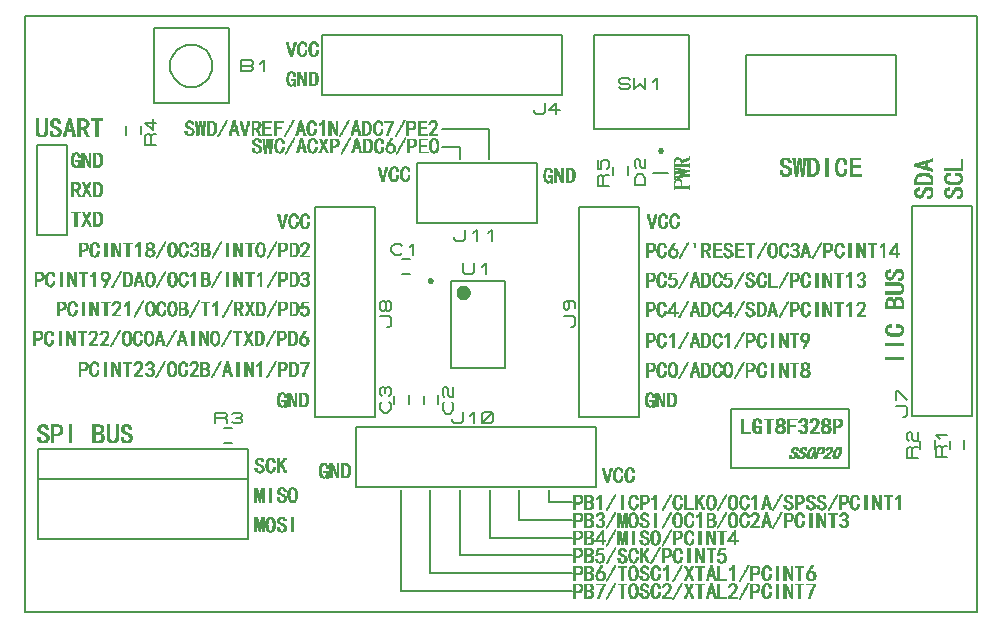
<source format=gbr>
G04 PROTEUS RS274X GERBER FILE*
%FSLAX45Y45*%
%MOMM*%
G01*
%ADD70C,0.203200*%
%ADD20C,0.250000*%
%ADD21C,0.200000*%
%ADD22C,0.600000*%
%ADD23C,0.063500*%
D70*
X-3830000Y-2435820D02*
X+4230920Y-2435820D01*
X+4230920Y+2610960D01*
X-3830000Y+2610960D01*
X-3830000Y-2435820D01*
D20*
X-387500Y+367500D02*
X-387543Y+368539D01*
X-387895Y+370618D01*
X-388632Y+372697D01*
X-389836Y+374776D01*
X-391677Y+376826D01*
X-393756Y+378329D01*
X-395835Y+379286D01*
X-397914Y+379825D01*
X-399993Y+380000D01*
X-400000Y+380000D01*
X-412500Y+367500D02*
X-412457Y+368539D01*
X-412105Y+370618D01*
X-411368Y+372697D01*
X-410164Y+374776D01*
X-408323Y+376826D01*
X-406244Y+378329D01*
X-404165Y+379286D01*
X-402086Y+379825D01*
X-400007Y+380000D01*
X-400000Y+380000D01*
X-412500Y+367500D02*
X-412457Y+366461D01*
X-412105Y+364382D01*
X-411368Y+362303D01*
X-410164Y+360224D01*
X-408323Y+358174D01*
X-406244Y+356671D01*
X-404165Y+355714D01*
X-402086Y+355175D01*
X-400007Y+355000D01*
X-400000Y+355000D01*
X-387500Y+367500D02*
X-387543Y+366461D01*
X-387895Y+364382D01*
X-388632Y+362303D01*
X-389836Y+360224D01*
X-391677Y+358174D01*
X-393756Y+356671D01*
X-395835Y+355714D01*
X-397914Y+355175D01*
X-399993Y+355000D01*
X-400000Y+355000D01*
D21*
X-220000Y-372500D02*
X+230000Y-372500D01*
X+230000Y+367500D01*
X-220000Y+367500D01*
X-220000Y-372500D01*
D22*
X-90000Y+267500D02*
X-90103Y+269989D01*
X-90945Y+274969D01*
X-92705Y+279949D01*
X-95582Y+284929D01*
X-99983Y+289845D01*
X-104963Y+293459D01*
X-109943Y+295764D01*
X-114923Y+297067D01*
X-119903Y+297500D01*
X-120000Y+297500D01*
X-150000Y+267500D02*
X-149897Y+269989D01*
X-149055Y+274969D01*
X-147295Y+279949D01*
X-144418Y+284929D01*
X-140017Y+289845D01*
X-135037Y+293459D01*
X-130057Y+295764D01*
X-125077Y+297067D01*
X-120097Y+297500D01*
X-120000Y+297500D01*
X-150000Y+267500D02*
X-149897Y+265011D01*
X-149055Y+260031D01*
X-147295Y+255051D01*
X-144418Y+250071D01*
X-140017Y+245155D01*
X-135037Y+241541D01*
X-130057Y+239236D01*
X-125077Y+237933D01*
X-120097Y+237500D01*
X-120000Y+237500D01*
X-90000Y+267500D02*
X-90103Y+265011D01*
X-90945Y+260031D01*
X-92705Y+255051D01*
X-95582Y+250071D01*
X-99983Y+245155D01*
X-104963Y+241541D01*
X-109943Y+239236D01*
X-114923Y+237933D01*
X-119903Y+237500D01*
X-120000Y+237500D01*
D70*
X-122000Y+514420D02*
X-122000Y+438220D01*
X-106125Y+422980D01*
X-42625Y+422980D01*
X-26750Y+438220D01*
X-26750Y+514420D01*
X+36750Y+483940D02*
X+68500Y+514420D01*
X+68500Y+422980D01*
D23*
X-814440Y+1211008D02*
X-799200Y+1211008D01*
X-712840Y+1211008D02*
X-702680Y+1211008D01*
X-616320Y+1211008D02*
X-606160Y+1211008D01*
X-814440Y+1216088D02*
X-794120Y+1216088D01*
X-728080Y+1216088D02*
X-692520Y+1216088D01*
X-631560Y+1216088D02*
X-596000Y+1216088D01*
X-814440Y+1221168D02*
X-794120Y+1221168D01*
X-738240Y+1221168D02*
X-682360Y+1221168D01*
X-641720Y+1221168D02*
X-585840Y+1221168D01*
X-814440Y+1226248D02*
X-794120Y+1226248D01*
X-738240Y+1226248D02*
X-717920Y+1226248D01*
X-702680Y+1226248D02*
X-682360Y+1226248D01*
X-641720Y+1226248D02*
X-621400Y+1226248D01*
X-606160Y+1226248D02*
X-585840Y+1226248D01*
X-819520Y+1231328D02*
X-789040Y+1231328D01*
X-743320Y+1231328D02*
X-723000Y+1231328D01*
X-697600Y+1231328D02*
X-677280Y+1231328D01*
X-646800Y+1231328D02*
X-626480Y+1231328D01*
X-601080Y+1231328D02*
X-580760Y+1231328D01*
X-819520Y+1236408D02*
X-789040Y+1236408D01*
X-748400Y+1236408D02*
X-728080Y+1236408D01*
X-692520Y+1236408D02*
X-677280Y+1236408D01*
X-651880Y+1236408D02*
X-631560Y+1236408D01*
X-596000Y+1236408D02*
X-580760Y+1236408D01*
X-819520Y+1241488D02*
X-789040Y+1241488D01*
X-748400Y+1241488D02*
X-728080Y+1241488D01*
X-692520Y+1241488D02*
X-672200Y+1241488D01*
X-651880Y+1241488D02*
X-631560Y+1241488D01*
X-596000Y+1241488D02*
X-575680Y+1241488D01*
X-824600Y+1246568D02*
X-789040Y+1246568D01*
X-748400Y+1246568D02*
X-733160Y+1246568D01*
X-687440Y+1246568D02*
X-672200Y+1246568D01*
X-651880Y+1246568D02*
X-636640Y+1246568D01*
X-590920Y+1246568D02*
X-575680Y+1246568D01*
X-824600Y+1251648D02*
X-809360Y+1251648D01*
X-799200Y+1251648D02*
X-783960Y+1251648D01*
X-748400Y+1251648D02*
X-733160Y+1251648D01*
X-687440Y+1251648D02*
X-672200Y+1251648D01*
X-651880Y+1251648D02*
X-636640Y+1251648D01*
X-590920Y+1251648D02*
X-575680Y+1251648D01*
X-824600Y+1256728D02*
X-809360Y+1256728D01*
X-799200Y+1256728D02*
X-783960Y+1256728D01*
X-753480Y+1256728D02*
X-733160Y+1256728D01*
X-687440Y+1256728D02*
X-672200Y+1256728D01*
X-656960Y+1256728D02*
X-636640Y+1256728D01*
X-590920Y+1256728D02*
X-575680Y+1256728D01*
X-824600Y+1261808D02*
X-809360Y+1261808D01*
X-799200Y+1261808D02*
X-783960Y+1261808D01*
X-753480Y+1261808D02*
X-733160Y+1261808D01*
X-687440Y+1261808D02*
X-672200Y+1261808D01*
X-656960Y+1261808D02*
X-636640Y+1261808D01*
X-590920Y+1261808D02*
X-575680Y+1261808D01*
X-829680Y+1266888D02*
X-814440Y+1266888D01*
X-799200Y+1266888D02*
X-778880Y+1266888D01*
X-753480Y+1266888D02*
X-733160Y+1266888D01*
X-656960Y+1266888D02*
X-636640Y+1266888D01*
X-829680Y+1271968D02*
X-814440Y+1271968D01*
X-794120Y+1271968D02*
X-778880Y+1271968D01*
X-753480Y+1271968D02*
X-733160Y+1271968D01*
X-656960Y+1271968D02*
X-636640Y+1271968D01*
X-829680Y+1277048D02*
X-814440Y+1277048D01*
X-794120Y+1277048D02*
X-778880Y+1277048D01*
X-753480Y+1277048D02*
X-733160Y+1277048D01*
X-656960Y+1277048D02*
X-636640Y+1277048D01*
X-834760Y+1282128D02*
X-814440Y+1282128D01*
X-794120Y+1282128D02*
X-778880Y+1282128D01*
X-753480Y+1282128D02*
X-733160Y+1282128D01*
X-656960Y+1282128D02*
X-636640Y+1282128D01*
X-834760Y+1287208D02*
X-819520Y+1287208D01*
X-789040Y+1287208D02*
X-773800Y+1287208D01*
X-753480Y+1287208D02*
X-733160Y+1287208D01*
X-656960Y+1287208D02*
X-636640Y+1287208D01*
X-834760Y+1292288D02*
X-819520Y+1292288D01*
X-789040Y+1292288D02*
X-773800Y+1292288D01*
X-748400Y+1292288D02*
X-733160Y+1292288D01*
X-651880Y+1292288D02*
X-636640Y+1292288D01*
X-834760Y+1297368D02*
X-819520Y+1297368D01*
X-789040Y+1297368D02*
X-773800Y+1297368D01*
X-748400Y+1297368D02*
X-733160Y+1297368D01*
X-687440Y+1297368D02*
X-672200Y+1297368D01*
X-651880Y+1297368D02*
X-636640Y+1297368D01*
X-590920Y+1297368D02*
X-575680Y+1297368D01*
X-839840Y+1302448D02*
X-819520Y+1302448D01*
X-789040Y+1302448D02*
X-768720Y+1302448D01*
X-748400Y+1302448D02*
X-733160Y+1302448D01*
X-687440Y+1302448D02*
X-672200Y+1302448D01*
X-651880Y+1302448D02*
X-636640Y+1302448D01*
X-590920Y+1302448D02*
X-575680Y+1302448D01*
X-839840Y+1307528D02*
X-824600Y+1307528D01*
X-783960Y+1307528D02*
X-768720Y+1307528D01*
X-748400Y+1307528D02*
X-728080Y+1307528D01*
X-687440Y+1307528D02*
X-672200Y+1307528D01*
X-651880Y+1307528D02*
X-631560Y+1307528D01*
X-590920Y+1307528D02*
X-575680Y+1307528D01*
X-839840Y+1312608D02*
X-824600Y+1312608D01*
X-783960Y+1312608D02*
X-768720Y+1312608D01*
X-743320Y+1312608D02*
X-728080Y+1312608D01*
X-692520Y+1312608D02*
X-672200Y+1312608D01*
X-646800Y+1312608D02*
X-631560Y+1312608D01*
X-596000Y+1312608D02*
X-575680Y+1312608D01*
X-844920Y+1317688D02*
X-824600Y+1317688D01*
X-783960Y+1317688D02*
X-763640Y+1317688D01*
X-743320Y+1317688D02*
X-723000Y+1317688D01*
X-692520Y+1317688D02*
X-677280Y+1317688D01*
X-646800Y+1317688D02*
X-626480Y+1317688D01*
X-596000Y+1317688D02*
X-580760Y+1317688D01*
X-844920Y+1322768D02*
X-824600Y+1322768D01*
X-783960Y+1322768D02*
X-763640Y+1322768D01*
X-738240Y+1322768D02*
X-717920Y+1322768D01*
X-697600Y+1322768D02*
X-677280Y+1322768D01*
X-641720Y+1322768D02*
X-621400Y+1322768D01*
X-601080Y+1322768D02*
X-580760Y+1322768D01*
X-844920Y+1327848D02*
X-829680Y+1327848D01*
X-778880Y+1327848D02*
X-763640Y+1327848D01*
X-733160Y+1327848D02*
X-682360Y+1327848D01*
X-636640Y+1327848D02*
X-585840Y+1327848D01*
X-844920Y+1332928D02*
X-829680Y+1332928D01*
X-778880Y+1332928D02*
X-763640Y+1332928D01*
X-728080Y+1332928D02*
X-687440Y+1332928D01*
X-631560Y+1332928D02*
X-590920Y+1332928D01*
X-717920Y+1338008D02*
X-697600Y+1338008D01*
X-621400Y+1338008D02*
X-601080Y+1338008D01*
X+590640Y+1199108D02*
X+600800Y+1199108D01*
X+621120Y+1199108D02*
X+631280Y+1199108D01*
X+580480Y+1204188D02*
X+616040Y+1204188D01*
X+621120Y+1204188D02*
X+631280Y+1204188D01*
X+646520Y+1204188D02*
X+666840Y+1204188D01*
X+707480Y+1204188D02*
X+722720Y+1204188D01*
X+748120Y+1204188D02*
X+793840Y+1204188D01*
X+570320Y+1209268D02*
X+631280Y+1209268D01*
X+646520Y+1209268D02*
X+666840Y+1209268D01*
X+702400Y+1209268D02*
X+722720Y+1209268D01*
X+748120Y+1209268D02*
X+804000Y+1209268D01*
X+565240Y+1214348D02*
X+590640Y+1214348D01*
X+605880Y+1214348D02*
X+631280Y+1214348D01*
X+646520Y+1214348D02*
X+666840Y+1214348D01*
X+702400Y+1214348D02*
X+722720Y+1214348D01*
X+748120Y+1214348D02*
X+763360Y+1214348D01*
X+773520Y+1214348D02*
X+809080Y+1214348D01*
X+565240Y+1219428D02*
X+585560Y+1219428D01*
X+610960Y+1219428D02*
X+631280Y+1219428D01*
X+646520Y+1219428D02*
X+666840Y+1219428D01*
X+697320Y+1219428D02*
X+722720Y+1219428D01*
X+748120Y+1219428D02*
X+763360Y+1219428D01*
X+793840Y+1219428D02*
X+814160Y+1219428D01*
X+560160Y+1224508D02*
X+580480Y+1224508D01*
X+616040Y+1224508D02*
X+631280Y+1224508D01*
X+646520Y+1224508D02*
X+666840Y+1224508D01*
X+697320Y+1224508D02*
X+722720Y+1224508D01*
X+748120Y+1224508D02*
X+763360Y+1224508D01*
X+798920Y+1224508D02*
X+814160Y+1224508D01*
X+560160Y+1229588D02*
X+580480Y+1229588D01*
X+616040Y+1229588D02*
X+631280Y+1229588D01*
X+646520Y+1229588D02*
X+666840Y+1229588D01*
X+692240Y+1229588D02*
X+722720Y+1229588D01*
X+748120Y+1229588D02*
X+763360Y+1229588D01*
X+798920Y+1229588D02*
X+819240Y+1229588D01*
X+560160Y+1234668D02*
X+575400Y+1234668D01*
X+621120Y+1234668D02*
X+631280Y+1234668D01*
X+646520Y+1234668D02*
X+666840Y+1234668D01*
X+692240Y+1234668D02*
X+722720Y+1234668D01*
X+748120Y+1234668D02*
X+763360Y+1234668D01*
X+804000Y+1234668D02*
X+819240Y+1234668D01*
X+560160Y+1239748D02*
X+575400Y+1239748D01*
X+621120Y+1239748D02*
X+631280Y+1239748D01*
X+646520Y+1239748D02*
X+666840Y+1239748D01*
X+687160Y+1239748D02*
X+722720Y+1239748D01*
X+748120Y+1239748D02*
X+763360Y+1239748D01*
X+804000Y+1239748D02*
X+819240Y+1239748D01*
X+555080Y+1244828D02*
X+575400Y+1244828D01*
X+621120Y+1244828D02*
X+631280Y+1244828D01*
X+646520Y+1244828D02*
X+666840Y+1244828D01*
X+687160Y+1244828D02*
X+702400Y+1244828D01*
X+707480Y+1244828D02*
X+722720Y+1244828D01*
X+748120Y+1244828D02*
X+763360Y+1244828D01*
X+804000Y+1244828D02*
X+824320Y+1244828D01*
X+555080Y+1249908D02*
X+575400Y+1249908D01*
X+595720Y+1249908D02*
X+631280Y+1249908D01*
X+646520Y+1249908D02*
X+666840Y+1249908D01*
X+687160Y+1249908D02*
X+702400Y+1249908D01*
X+707480Y+1249908D02*
X+722720Y+1249908D01*
X+748120Y+1249908D02*
X+763360Y+1249908D01*
X+804000Y+1249908D02*
X+824320Y+1249908D01*
X+555080Y+1254988D02*
X+575400Y+1254988D01*
X+595720Y+1254988D02*
X+631280Y+1254988D01*
X+646520Y+1254988D02*
X+666840Y+1254988D01*
X+682080Y+1254988D02*
X+697320Y+1254988D01*
X+707480Y+1254988D02*
X+722720Y+1254988D01*
X+748120Y+1254988D02*
X+763360Y+1254988D01*
X+804000Y+1254988D02*
X+824320Y+1254988D01*
X+555080Y+1260068D02*
X+575400Y+1260068D01*
X+595720Y+1260068D02*
X+631280Y+1260068D01*
X+646520Y+1260068D02*
X+666840Y+1260068D01*
X+682080Y+1260068D02*
X+697320Y+1260068D01*
X+707480Y+1260068D02*
X+722720Y+1260068D01*
X+748120Y+1260068D02*
X+763360Y+1260068D01*
X+804000Y+1260068D02*
X+824320Y+1260068D01*
X+555080Y+1265148D02*
X+575400Y+1265148D01*
X+646520Y+1265148D02*
X+666840Y+1265148D01*
X+677000Y+1265148D02*
X+692240Y+1265148D01*
X+707480Y+1265148D02*
X+722720Y+1265148D01*
X+748120Y+1265148D02*
X+763360Y+1265148D01*
X+804000Y+1265148D02*
X+824320Y+1265148D01*
X+555080Y+1270228D02*
X+575400Y+1270228D01*
X+646520Y+1270228D02*
X+666840Y+1270228D01*
X+677000Y+1270228D02*
X+692240Y+1270228D01*
X+707480Y+1270228D02*
X+722720Y+1270228D01*
X+748120Y+1270228D02*
X+763360Y+1270228D01*
X+804000Y+1270228D02*
X+824320Y+1270228D01*
X+555080Y+1275308D02*
X+575400Y+1275308D01*
X+646520Y+1275308D02*
X+666840Y+1275308D01*
X+671920Y+1275308D02*
X+687160Y+1275308D01*
X+707480Y+1275308D02*
X+722720Y+1275308D01*
X+748120Y+1275308D02*
X+763360Y+1275308D01*
X+804000Y+1275308D02*
X+824320Y+1275308D01*
X+560160Y+1280388D02*
X+575400Y+1280388D01*
X+646520Y+1280388D02*
X+666840Y+1280388D01*
X+671920Y+1280388D02*
X+687160Y+1280388D01*
X+707480Y+1280388D02*
X+722720Y+1280388D01*
X+748120Y+1280388D02*
X+763360Y+1280388D01*
X+804000Y+1280388D02*
X+824320Y+1280388D01*
X+560160Y+1285468D02*
X+575400Y+1285468D01*
X+616040Y+1285468D02*
X+631280Y+1285468D01*
X+646520Y+1285468D02*
X+687160Y+1285468D01*
X+707480Y+1285468D02*
X+722720Y+1285468D01*
X+748120Y+1285468D02*
X+763360Y+1285468D01*
X+804000Y+1285468D02*
X+824320Y+1285468D01*
X+560160Y+1290548D02*
X+575400Y+1290548D01*
X+616040Y+1290548D02*
X+631280Y+1290548D01*
X+646520Y+1290548D02*
X+682080Y+1290548D01*
X+707480Y+1290548D02*
X+722720Y+1290548D01*
X+748120Y+1290548D02*
X+763360Y+1290548D01*
X+804000Y+1290548D02*
X+819240Y+1290548D01*
X+560160Y+1295628D02*
X+580480Y+1295628D01*
X+616040Y+1295628D02*
X+631280Y+1295628D01*
X+646520Y+1295628D02*
X+682080Y+1295628D01*
X+707480Y+1295628D02*
X+722720Y+1295628D01*
X+748120Y+1295628D02*
X+763360Y+1295628D01*
X+798920Y+1295628D02*
X+819240Y+1295628D01*
X+565240Y+1300708D02*
X+580480Y+1300708D01*
X+616040Y+1300708D02*
X+631280Y+1300708D01*
X+646520Y+1300708D02*
X+677000Y+1300708D01*
X+707480Y+1300708D02*
X+722720Y+1300708D01*
X+748120Y+1300708D02*
X+763360Y+1300708D01*
X+798920Y+1300708D02*
X+819240Y+1300708D01*
X+565240Y+1305788D02*
X+580480Y+1305788D01*
X+610960Y+1305788D02*
X+631280Y+1305788D01*
X+646520Y+1305788D02*
X+677000Y+1305788D01*
X+707480Y+1305788D02*
X+722720Y+1305788D01*
X+748120Y+1305788D02*
X+763360Y+1305788D01*
X+793840Y+1305788D02*
X+814160Y+1305788D01*
X+570320Y+1310868D02*
X+590640Y+1310868D01*
X+605880Y+1310868D02*
X+626200Y+1310868D01*
X+646520Y+1310868D02*
X+671920Y+1310868D01*
X+707480Y+1310868D02*
X+722720Y+1310868D01*
X+748120Y+1310868D02*
X+763360Y+1310868D01*
X+778600Y+1310868D02*
X+809080Y+1310868D01*
X+570320Y+1315948D02*
X+621120Y+1315948D01*
X+646520Y+1315948D02*
X+671920Y+1315948D01*
X+707480Y+1315948D02*
X+722720Y+1315948D01*
X+748120Y+1315948D02*
X+804000Y+1315948D01*
X+575400Y+1321028D02*
X+616040Y+1321028D01*
X+646520Y+1321028D02*
X+666840Y+1321028D01*
X+707480Y+1321028D02*
X+722720Y+1321028D01*
X+748120Y+1321028D02*
X+798920Y+1321028D01*
X+590640Y+1326108D02*
X+605880Y+1326108D01*
X-1630760Y+1443228D02*
X-1625680Y+1443228D01*
X-1158320Y+1443228D02*
X-1153240Y+1443228D01*
X-690960Y+1443228D02*
X-685880Y+1443228D01*
X-1874600Y+1448308D02*
X-1864440Y+1448308D01*
X-1808560Y+1448308D02*
X-1793320Y+1448308D01*
X-1762840Y+1448308D02*
X-1747600Y+1448308D01*
X-1681560Y+1448308D02*
X-1671400Y+1448308D01*
X-1630760Y+1448308D02*
X-1620600Y+1448308D01*
X-1402160Y+1448308D02*
X-1392000Y+1448308D01*
X-1158320Y+1448308D02*
X-1148160Y+1448308D01*
X-838280Y+1448308D02*
X-828120Y+1448308D01*
X-746840Y+1448308D02*
X-731600Y+1448308D01*
X-690960Y+1448308D02*
X-680800Y+1448308D01*
X-376000Y+1448308D02*
X-365840Y+1448308D01*
X-1889840Y+1453388D02*
X-1849200Y+1453388D01*
X-1808560Y+1453388D02*
X-1793320Y+1453388D01*
X-1762840Y+1453388D02*
X-1747600Y+1453388D01*
X-1696800Y+1453388D02*
X-1661240Y+1453388D01*
X-1630760Y+1453388D02*
X-1620600Y+1453388D01*
X-1534240Y+1453388D02*
X-1519000Y+1453388D01*
X-1468200Y+1453388D02*
X-1447880Y+1453388D01*
X-1417400Y+1453388D02*
X-1381840Y+1453388D01*
X-1346280Y+1453388D02*
X-1331040Y+1453388D01*
X-1285320Y+1453388D02*
X-1265000Y+1453388D01*
X-1249760Y+1453388D02*
X-1234520Y+1453388D01*
X-1158320Y+1453388D02*
X-1148160Y+1453388D01*
X-1066880Y+1453388D02*
X-1051640Y+1453388D01*
X-1000840Y+1453388D02*
X-980520Y+1453388D01*
X-965280Y+1453388D02*
X-919560Y+1453388D01*
X-853520Y+1453388D02*
X-817960Y+1453388D01*
X-762080Y+1453388D02*
X-716360Y+1453388D01*
X-690960Y+1453388D02*
X-680800Y+1453388D01*
X-594440Y+1453388D02*
X-579200Y+1453388D01*
X-497920Y+1453388D02*
X-421720Y+1453388D01*
X-386160Y+1453388D02*
X-350600Y+1453388D01*
X-1900000Y+1458468D02*
X-1839040Y+1458468D01*
X-1808560Y+1458468D02*
X-1788240Y+1458468D01*
X-1767920Y+1458468D02*
X-1747600Y+1458468D01*
X-1706960Y+1458468D02*
X-1651080Y+1458468D01*
X-1625680Y+1458468D02*
X-1615520Y+1458468D01*
X-1534240Y+1458468D02*
X-1519000Y+1458468D01*
X-1468200Y+1458468D02*
X-1452960Y+1458468D01*
X-1427560Y+1458468D02*
X-1371680Y+1458468D01*
X-1341200Y+1458468D02*
X-1325960Y+1458468D01*
X-1285320Y+1458468D02*
X-1270080Y+1458468D01*
X-1249760Y+1458468D02*
X-1234520Y+1458468D01*
X-1153240Y+1458468D02*
X-1143080Y+1458468D01*
X-1066880Y+1458468D02*
X-1051640Y+1458468D01*
X-1000840Y+1458468D02*
X-985600Y+1458468D01*
X-965280Y+1458468D02*
X-909400Y+1458468D01*
X-863680Y+1458468D02*
X-807800Y+1458468D01*
X-767160Y+1458468D02*
X-711280Y+1458468D01*
X-685880Y+1458468D02*
X-675720Y+1458468D01*
X-594440Y+1458468D02*
X-579200Y+1458468D01*
X-497920Y+1458468D02*
X-421720Y+1458468D01*
X-396320Y+1458468D02*
X-345520Y+1458468D01*
X-1905080Y+1463548D02*
X-1879680Y+1463548D01*
X-1859360Y+1463548D02*
X-1833960Y+1463548D01*
X-1808560Y+1463548D02*
X-1788240Y+1463548D01*
X-1767920Y+1463548D02*
X-1747600Y+1463548D01*
X-1706960Y+1463548D02*
X-1686640Y+1463548D01*
X-1671400Y+1463548D02*
X-1651080Y+1463548D01*
X-1620600Y+1463548D02*
X-1610440Y+1463548D01*
X-1534240Y+1463548D02*
X-1513920Y+1463548D01*
X-1468200Y+1463548D02*
X-1452960Y+1463548D01*
X-1427560Y+1463548D02*
X-1407240Y+1463548D01*
X-1392000Y+1463548D02*
X-1371680Y+1463548D01*
X-1341200Y+1463548D02*
X-1325960Y+1463548D01*
X-1285320Y+1463548D02*
X-1270080Y+1463548D01*
X-1249760Y+1463548D02*
X-1234520Y+1463548D01*
X-1148160Y+1463548D02*
X-1138000Y+1463548D01*
X-1066880Y+1463548D02*
X-1046560Y+1463548D01*
X-1000840Y+1463548D02*
X-985600Y+1463548D01*
X-965280Y+1463548D02*
X-950040Y+1463548D01*
X-939880Y+1463548D02*
X-904320Y+1463548D01*
X-863680Y+1463548D02*
X-843360Y+1463548D01*
X-828120Y+1463548D02*
X-807800Y+1463548D01*
X-772240Y+1463548D02*
X-751920Y+1463548D01*
X-726520Y+1463548D02*
X-706200Y+1463548D01*
X-680800Y+1463548D02*
X-670640Y+1463548D01*
X-594440Y+1463548D02*
X-579200Y+1463548D01*
X-497920Y+1463548D02*
X-482680Y+1463548D01*
X-396320Y+1463548D02*
X-376000Y+1463548D01*
X-365840Y+1463548D02*
X-340440Y+1463548D01*
X-1905080Y+1468628D02*
X-1884760Y+1468628D01*
X-1854280Y+1468628D02*
X-1833960Y+1468628D01*
X-1808560Y+1468628D02*
X-1788240Y+1468628D01*
X-1767920Y+1468628D02*
X-1747600Y+1468628D01*
X-1712040Y+1468628D02*
X-1691720Y+1468628D01*
X-1666320Y+1468628D02*
X-1646000Y+1468628D01*
X-1620600Y+1468628D02*
X-1610440Y+1468628D01*
X-1529160Y+1468628D02*
X-1513920Y+1468628D01*
X-1473280Y+1468628D02*
X-1452960Y+1468628D01*
X-1432640Y+1468628D02*
X-1412320Y+1468628D01*
X-1386920Y+1468628D02*
X-1366600Y+1468628D01*
X-1336120Y+1468628D02*
X-1320880Y+1468628D01*
X-1290400Y+1468628D02*
X-1275160Y+1468628D01*
X-1249760Y+1468628D02*
X-1234520Y+1468628D01*
X-1148160Y+1468628D02*
X-1138000Y+1468628D01*
X-1061800Y+1468628D02*
X-1046560Y+1468628D01*
X-1005920Y+1468628D02*
X-985600Y+1468628D01*
X-965280Y+1468628D02*
X-950040Y+1468628D01*
X-919560Y+1468628D02*
X-899240Y+1468628D01*
X-868760Y+1468628D02*
X-848440Y+1468628D01*
X-823040Y+1468628D02*
X-802720Y+1468628D01*
X-777320Y+1468628D02*
X-757000Y+1468628D01*
X-721440Y+1468628D02*
X-701120Y+1468628D01*
X-680800Y+1468628D02*
X-670640Y+1468628D01*
X-594440Y+1468628D02*
X-579200Y+1468628D01*
X-497920Y+1468628D02*
X-482680Y+1468628D01*
X-401400Y+1468628D02*
X-381080Y+1468628D01*
X-355680Y+1468628D02*
X-340440Y+1468628D01*
X-1905080Y+1473708D02*
X-1889840Y+1473708D01*
X-1849200Y+1473708D02*
X-1828880Y+1473708D01*
X-1808560Y+1473708D02*
X-1788240Y+1473708D01*
X-1767920Y+1473708D02*
X-1747600Y+1473708D01*
X-1717120Y+1473708D02*
X-1696800Y+1473708D01*
X-1661240Y+1473708D02*
X-1646000Y+1473708D01*
X-1615520Y+1473708D02*
X-1605360Y+1473708D01*
X-1529160Y+1473708D02*
X-1513920Y+1473708D01*
X-1473280Y+1473708D02*
X-1458040Y+1473708D01*
X-1437720Y+1473708D02*
X-1417400Y+1473708D01*
X-1381840Y+1473708D02*
X-1366600Y+1473708D01*
X-1336120Y+1473708D02*
X-1320880Y+1473708D01*
X-1290400Y+1473708D02*
X-1275160Y+1473708D01*
X-1249760Y+1473708D02*
X-1234520Y+1473708D01*
X-1143080Y+1473708D02*
X-1132920Y+1473708D01*
X-1061800Y+1473708D02*
X-1046560Y+1473708D01*
X-1005920Y+1473708D02*
X-990680Y+1473708D01*
X-965280Y+1473708D02*
X-950040Y+1473708D01*
X-914480Y+1473708D02*
X-899240Y+1473708D01*
X-873840Y+1473708D02*
X-853520Y+1473708D01*
X-817960Y+1473708D02*
X-802720Y+1473708D01*
X-777320Y+1473708D02*
X-762080Y+1473708D01*
X-716360Y+1473708D02*
X-701120Y+1473708D01*
X-675720Y+1473708D02*
X-665560Y+1473708D01*
X-594440Y+1473708D02*
X-579200Y+1473708D01*
X-497920Y+1473708D02*
X-482680Y+1473708D01*
X-401400Y+1473708D02*
X-386160Y+1473708D01*
X-355680Y+1473708D02*
X-335360Y+1473708D01*
X-1910160Y+1478788D02*
X-1889840Y+1478788D01*
X-1849200Y+1478788D02*
X-1828880Y+1478788D01*
X-1808560Y+1478788D02*
X-1788240Y+1478788D01*
X-1767920Y+1478788D02*
X-1747600Y+1478788D01*
X-1717120Y+1478788D02*
X-1696800Y+1478788D01*
X-1661240Y+1478788D02*
X-1640920Y+1478788D01*
X-1615520Y+1478788D02*
X-1605360Y+1478788D01*
X-1529160Y+1478788D02*
X-1513920Y+1478788D01*
X-1473280Y+1478788D02*
X-1458040Y+1478788D01*
X-1437720Y+1478788D02*
X-1417400Y+1478788D01*
X-1381840Y+1478788D02*
X-1361520Y+1478788D01*
X-1331040Y+1478788D02*
X-1315800Y+1478788D01*
X-1295480Y+1478788D02*
X-1280240Y+1478788D01*
X-1249760Y+1478788D02*
X-1234520Y+1478788D01*
X-1143080Y+1478788D02*
X-1132920Y+1478788D01*
X-1061800Y+1478788D02*
X-1046560Y+1478788D01*
X-1005920Y+1478788D02*
X-990680Y+1478788D01*
X-965280Y+1478788D02*
X-950040Y+1478788D01*
X-914480Y+1478788D02*
X-894160Y+1478788D01*
X-873840Y+1478788D02*
X-853520Y+1478788D01*
X-817960Y+1478788D02*
X-797640Y+1478788D01*
X-777320Y+1478788D02*
X-762080Y+1478788D01*
X-716360Y+1478788D02*
X-701120Y+1478788D01*
X-675720Y+1478788D02*
X-665560Y+1478788D01*
X-594440Y+1478788D02*
X-579200Y+1478788D01*
X-497920Y+1478788D02*
X-482680Y+1478788D01*
X-406480Y+1478788D02*
X-391240Y+1478788D01*
X-350600Y+1478788D02*
X-335360Y+1478788D01*
X-1910160Y+1483868D02*
X-1889840Y+1483868D01*
X-1849200Y+1483868D02*
X-1828880Y+1483868D01*
X-1813640Y+1483868D02*
X-1788240Y+1483868D01*
X-1767920Y+1483868D02*
X-1747600Y+1483868D01*
X-1717120Y+1483868D02*
X-1701880Y+1483868D01*
X-1656160Y+1483868D02*
X-1640920Y+1483868D01*
X-1610440Y+1483868D02*
X-1600280Y+1483868D01*
X-1529160Y+1483868D02*
X-1508840Y+1483868D01*
X-1473280Y+1483868D02*
X-1458040Y+1483868D01*
X-1437720Y+1483868D02*
X-1422480Y+1483868D01*
X-1376760Y+1483868D02*
X-1361520Y+1483868D01*
X-1331040Y+1483868D02*
X-1315800Y+1483868D01*
X-1295480Y+1483868D02*
X-1280240Y+1483868D01*
X-1249760Y+1483868D02*
X-1234520Y+1483868D01*
X-1138000Y+1483868D02*
X-1127840Y+1483868D01*
X-1061800Y+1483868D02*
X-1041480Y+1483868D01*
X-1005920Y+1483868D02*
X-990680Y+1483868D01*
X-965280Y+1483868D02*
X-950040Y+1483868D01*
X-909400Y+1483868D02*
X-894160Y+1483868D01*
X-873840Y+1483868D02*
X-858600Y+1483868D01*
X-812880Y+1483868D02*
X-797640Y+1483868D01*
X-782400Y+1483868D02*
X-762080Y+1483868D01*
X-716360Y+1483868D02*
X-701120Y+1483868D01*
X-670640Y+1483868D02*
X-660480Y+1483868D01*
X-594440Y+1483868D02*
X-579200Y+1483868D01*
X-497920Y+1483868D02*
X-482680Y+1483868D01*
X-406480Y+1483868D02*
X-391240Y+1483868D01*
X-350600Y+1483868D02*
X-335360Y+1483868D01*
X-1910160Y+1488948D02*
X-1889840Y+1488948D01*
X-1849200Y+1488948D02*
X-1828880Y+1488948D01*
X-1813640Y+1488948D02*
X-1788240Y+1488948D01*
X-1767920Y+1488948D02*
X-1742520Y+1488948D01*
X-1717120Y+1488948D02*
X-1701880Y+1488948D01*
X-1656160Y+1488948D02*
X-1640920Y+1488948D01*
X-1610440Y+1488948D02*
X-1600280Y+1488948D01*
X-1524080Y+1488948D02*
X-1458040Y+1488948D01*
X-1437720Y+1488948D02*
X-1422480Y+1488948D01*
X-1376760Y+1488948D02*
X-1361520Y+1488948D01*
X-1325960Y+1488948D02*
X-1310720Y+1488948D01*
X-1300560Y+1488948D02*
X-1285320Y+1488948D01*
X-1249760Y+1488948D02*
X-1234520Y+1488948D01*
X-1138000Y+1488948D02*
X-1127840Y+1488948D01*
X-1056720Y+1488948D02*
X-990680Y+1488948D01*
X-965280Y+1488948D02*
X-950040Y+1488948D01*
X-909400Y+1488948D02*
X-894160Y+1488948D01*
X-873840Y+1488948D02*
X-858600Y+1488948D01*
X-812880Y+1488948D02*
X-797640Y+1488948D01*
X-782400Y+1488948D02*
X-767160Y+1488948D01*
X-716360Y+1488948D02*
X-696040Y+1488948D01*
X-670640Y+1488948D02*
X-660480Y+1488948D01*
X-594440Y+1488948D02*
X-579200Y+1488948D01*
X-497920Y+1488948D02*
X-482680Y+1488948D01*
X-406480Y+1488948D02*
X-391240Y+1488948D01*
X-350600Y+1488948D02*
X-335360Y+1488948D01*
X-1849200Y+1494028D02*
X-1833960Y+1494028D01*
X-1813640Y+1494028D02*
X-1788240Y+1494028D01*
X-1773000Y+1494028D02*
X-1742520Y+1494028D01*
X-1722200Y+1494028D02*
X-1701880Y+1494028D01*
X-1656160Y+1494028D02*
X-1640920Y+1494028D01*
X-1605360Y+1494028D02*
X-1595200Y+1494028D01*
X-1524080Y+1494028D02*
X-1463120Y+1494028D01*
X-1442800Y+1494028D02*
X-1422480Y+1494028D01*
X-1376760Y+1494028D02*
X-1361520Y+1494028D01*
X-1325960Y+1494028D02*
X-1310720Y+1494028D01*
X-1300560Y+1494028D02*
X-1285320Y+1494028D01*
X-1249760Y+1494028D02*
X-1234520Y+1494028D01*
X-1132920Y+1494028D02*
X-1122760Y+1494028D01*
X-1056720Y+1494028D02*
X-995760Y+1494028D01*
X-965280Y+1494028D02*
X-950040Y+1494028D01*
X-909400Y+1494028D02*
X-889080Y+1494028D01*
X-878920Y+1494028D02*
X-858600Y+1494028D01*
X-812880Y+1494028D02*
X-797640Y+1494028D01*
X-782400Y+1494028D02*
X-762080Y+1494028D01*
X-716360Y+1494028D02*
X-696040Y+1494028D01*
X-665560Y+1494028D02*
X-655400Y+1494028D01*
X-594440Y+1494028D02*
X-579200Y+1494028D01*
X-497920Y+1494028D02*
X-482680Y+1494028D01*
X-411560Y+1494028D02*
X-396320Y+1494028D01*
X-345520Y+1494028D02*
X-335360Y+1494028D01*
X-1854280Y+1499108D02*
X-1833960Y+1499108D01*
X-1813640Y+1499108D02*
X-1783160Y+1499108D01*
X-1773000Y+1499108D02*
X-1742520Y+1499108D01*
X-1722200Y+1499108D02*
X-1701880Y+1499108D01*
X-1656160Y+1499108D02*
X-1640920Y+1499108D01*
X-1600280Y+1499108D02*
X-1595200Y+1499108D01*
X-1524080Y+1499108D02*
X-1463120Y+1499108D01*
X-1442800Y+1499108D02*
X-1422480Y+1499108D01*
X-1376760Y+1499108D02*
X-1361520Y+1499108D01*
X-1320880Y+1499108D02*
X-1290400Y+1499108D01*
X-1249760Y+1499108D02*
X-1204040Y+1499108D01*
X-1127840Y+1499108D02*
X-1122760Y+1499108D01*
X-1056720Y+1499108D02*
X-995760Y+1499108D01*
X-965280Y+1499108D02*
X-950040Y+1499108D01*
X-909400Y+1499108D02*
X-889080Y+1499108D01*
X-878920Y+1499108D02*
X-858600Y+1499108D01*
X-812880Y+1499108D02*
X-797640Y+1499108D01*
X-777320Y+1499108D02*
X-762080Y+1499108D01*
X-716360Y+1499108D02*
X-701120Y+1499108D01*
X-660480Y+1499108D02*
X-655400Y+1499108D01*
X-594440Y+1499108D02*
X-548720Y+1499108D01*
X-497920Y+1499108D02*
X-482680Y+1499108D01*
X-411560Y+1499108D02*
X-396320Y+1499108D01*
X-345520Y+1499108D02*
X-330280Y+1499108D01*
X-1864440Y+1504188D02*
X-1839040Y+1504188D01*
X-1813640Y+1504188D02*
X-1783160Y+1504188D01*
X-1773000Y+1504188D02*
X-1762840Y+1504188D01*
X-1757760Y+1504188D02*
X-1742520Y+1504188D01*
X-1722200Y+1504188D02*
X-1701880Y+1504188D01*
X-1600280Y+1504188D02*
X-1590120Y+1504188D01*
X-1519000Y+1504188D02*
X-1503760Y+1504188D01*
X-1483440Y+1504188D02*
X-1463120Y+1504188D01*
X-1442800Y+1504188D02*
X-1422480Y+1504188D01*
X-1320880Y+1504188D02*
X-1290400Y+1504188D01*
X-1249760Y+1504188D02*
X-1188800Y+1504188D01*
X-1127840Y+1504188D02*
X-1117680Y+1504188D01*
X-1051640Y+1504188D02*
X-1036400Y+1504188D01*
X-1016080Y+1504188D02*
X-995760Y+1504188D01*
X-965280Y+1504188D02*
X-950040Y+1504188D01*
X-909400Y+1504188D02*
X-889080Y+1504188D01*
X-878920Y+1504188D02*
X-858600Y+1504188D01*
X-777320Y+1504188D02*
X-762080Y+1504188D01*
X-716360Y+1504188D02*
X-701120Y+1504188D01*
X-660480Y+1504188D02*
X-650320Y+1504188D01*
X-594440Y+1504188D02*
X-533480Y+1504188D01*
X-497920Y+1504188D02*
X-482680Y+1504188D01*
X-411560Y+1504188D02*
X-396320Y+1504188D01*
X-345520Y+1504188D02*
X-330280Y+1504188D01*
X-1874600Y+1509268D02*
X-1844120Y+1509268D01*
X-1813640Y+1509268D02*
X-1798400Y+1509268D01*
X-1793320Y+1509268D02*
X-1783160Y+1509268D01*
X-1773000Y+1509268D02*
X-1762840Y+1509268D01*
X-1757760Y+1509268D02*
X-1742520Y+1509268D01*
X-1722200Y+1509268D02*
X-1701880Y+1509268D01*
X-1595200Y+1509268D02*
X-1585040Y+1509268D01*
X-1519000Y+1509268D02*
X-1503760Y+1509268D01*
X-1483440Y+1509268D02*
X-1468200Y+1509268D01*
X-1442800Y+1509268D02*
X-1422480Y+1509268D01*
X-1315800Y+1509268D02*
X-1295480Y+1509268D01*
X-1249760Y+1509268D02*
X-1183720Y+1509268D01*
X-1122760Y+1509268D02*
X-1112600Y+1509268D01*
X-1051640Y+1509268D02*
X-1036400Y+1509268D01*
X-1016080Y+1509268D02*
X-1000840Y+1509268D01*
X-965280Y+1509268D02*
X-950040Y+1509268D01*
X-909400Y+1509268D02*
X-889080Y+1509268D01*
X-878920Y+1509268D02*
X-858600Y+1509268D01*
X-777320Y+1509268D02*
X-757000Y+1509268D01*
X-716360Y+1509268D02*
X-701120Y+1509268D01*
X-655400Y+1509268D02*
X-645240Y+1509268D01*
X-594440Y+1509268D02*
X-528400Y+1509268D01*
X-497920Y+1509268D02*
X-431880Y+1509268D01*
X-411560Y+1509268D02*
X-396320Y+1509268D01*
X-345520Y+1509268D02*
X-330280Y+1509268D01*
X-1884760Y+1514348D02*
X-1849200Y+1514348D01*
X-1813640Y+1514348D02*
X-1798400Y+1514348D01*
X-1793320Y+1514348D02*
X-1783160Y+1514348D01*
X-1773000Y+1514348D02*
X-1762840Y+1514348D01*
X-1757760Y+1514348D02*
X-1742520Y+1514348D01*
X-1722200Y+1514348D02*
X-1701880Y+1514348D01*
X-1595200Y+1514348D02*
X-1585040Y+1514348D01*
X-1519000Y+1514348D02*
X-1503760Y+1514348D01*
X-1483440Y+1514348D02*
X-1468200Y+1514348D01*
X-1442800Y+1514348D02*
X-1422480Y+1514348D01*
X-1315800Y+1514348D02*
X-1295480Y+1514348D01*
X-1249760Y+1514348D02*
X-1234520Y+1514348D01*
X-1204040Y+1514348D02*
X-1178640Y+1514348D01*
X-1122760Y+1514348D02*
X-1112600Y+1514348D01*
X-1051640Y+1514348D02*
X-1036400Y+1514348D01*
X-1016080Y+1514348D02*
X-1000840Y+1514348D01*
X-965280Y+1514348D02*
X-950040Y+1514348D01*
X-909400Y+1514348D02*
X-889080Y+1514348D01*
X-878920Y+1514348D02*
X-858600Y+1514348D01*
X-772240Y+1514348D02*
X-751920Y+1514348D01*
X-726520Y+1514348D02*
X-706200Y+1514348D01*
X-655400Y+1514348D02*
X-645240Y+1514348D01*
X-594440Y+1514348D02*
X-579200Y+1514348D01*
X-548720Y+1514348D02*
X-523320Y+1514348D01*
X-497920Y+1514348D02*
X-431880Y+1514348D01*
X-411560Y+1514348D02*
X-396320Y+1514348D01*
X-345520Y+1514348D02*
X-330280Y+1514348D01*
X-1894920Y+1519428D02*
X-1859360Y+1519428D01*
X-1813640Y+1519428D02*
X-1803480Y+1519428D01*
X-1793320Y+1519428D02*
X-1783160Y+1519428D01*
X-1773000Y+1519428D02*
X-1762840Y+1519428D01*
X-1757760Y+1519428D02*
X-1742520Y+1519428D01*
X-1722200Y+1519428D02*
X-1701880Y+1519428D01*
X-1590120Y+1519428D02*
X-1579960Y+1519428D01*
X-1519000Y+1519428D02*
X-1498680Y+1519428D01*
X-1483440Y+1519428D02*
X-1468200Y+1519428D01*
X-1442800Y+1519428D02*
X-1422480Y+1519428D01*
X-1315800Y+1519428D02*
X-1295480Y+1519428D01*
X-1249760Y+1519428D02*
X-1234520Y+1519428D01*
X-1193880Y+1519428D02*
X-1178640Y+1519428D01*
X-1117680Y+1519428D02*
X-1107520Y+1519428D01*
X-1051640Y+1519428D02*
X-1031320Y+1519428D01*
X-1016080Y+1519428D02*
X-1000840Y+1519428D01*
X-965280Y+1519428D02*
X-950040Y+1519428D01*
X-909400Y+1519428D02*
X-889080Y+1519428D01*
X-878920Y+1519428D02*
X-858600Y+1519428D01*
X-772240Y+1519428D02*
X-706200Y+1519428D01*
X-650320Y+1519428D02*
X-640160Y+1519428D01*
X-594440Y+1519428D02*
X-579200Y+1519428D01*
X-538560Y+1519428D02*
X-523320Y+1519428D01*
X-497920Y+1519428D02*
X-431880Y+1519428D01*
X-411560Y+1519428D02*
X-396320Y+1519428D01*
X-345520Y+1519428D02*
X-330280Y+1519428D01*
X-1900000Y+1524508D02*
X-1869520Y+1524508D01*
X-1818720Y+1524508D02*
X-1803480Y+1524508D01*
X-1793320Y+1524508D02*
X-1783160Y+1524508D01*
X-1773000Y+1524508D02*
X-1762840Y+1524508D01*
X-1752680Y+1524508D02*
X-1737440Y+1524508D01*
X-1722200Y+1524508D02*
X-1701880Y+1524508D01*
X-1590120Y+1524508D02*
X-1579960Y+1524508D01*
X-1513920Y+1524508D02*
X-1498680Y+1524508D01*
X-1488520Y+1524508D02*
X-1468200Y+1524508D01*
X-1442800Y+1524508D02*
X-1422480Y+1524508D01*
X-1320880Y+1524508D02*
X-1295480Y+1524508D01*
X-1249760Y+1524508D02*
X-1234520Y+1524508D01*
X-1193880Y+1524508D02*
X-1173560Y+1524508D01*
X-1117680Y+1524508D02*
X-1107520Y+1524508D01*
X-1046560Y+1524508D02*
X-1031320Y+1524508D01*
X-1021160Y+1524508D02*
X-1000840Y+1524508D01*
X-965280Y+1524508D02*
X-950040Y+1524508D01*
X-909400Y+1524508D02*
X-889080Y+1524508D01*
X-878920Y+1524508D02*
X-858600Y+1524508D01*
X-767160Y+1524508D02*
X-716360Y+1524508D01*
X-650320Y+1524508D02*
X-640160Y+1524508D01*
X-594440Y+1524508D02*
X-579200Y+1524508D01*
X-538560Y+1524508D02*
X-518240Y+1524508D01*
X-497920Y+1524508D02*
X-482680Y+1524508D01*
X-411560Y+1524508D02*
X-396320Y+1524508D01*
X-345520Y+1524508D02*
X-330280Y+1524508D01*
X-1905080Y+1529588D02*
X-1879680Y+1529588D01*
X-1818720Y+1529588D02*
X-1803480Y+1529588D01*
X-1793320Y+1529588D02*
X-1783160Y+1529588D01*
X-1778080Y+1529588D02*
X-1762840Y+1529588D01*
X-1752680Y+1529588D02*
X-1737440Y+1529588D01*
X-1717120Y+1529588D02*
X-1701880Y+1529588D01*
X-1585040Y+1529588D02*
X-1574880Y+1529588D01*
X-1513920Y+1529588D02*
X-1498680Y+1529588D01*
X-1488520Y+1529588D02*
X-1473280Y+1529588D01*
X-1437720Y+1529588D02*
X-1422480Y+1529588D01*
X-1320880Y+1529588D02*
X-1290400Y+1529588D01*
X-1249760Y+1529588D02*
X-1234520Y+1529588D01*
X-1188800Y+1529588D02*
X-1173560Y+1529588D01*
X-1112600Y+1529588D02*
X-1102440Y+1529588D01*
X-1046560Y+1529588D02*
X-1031320Y+1529588D01*
X-1021160Y+1529588D02*
X-1005920Y+1529588D01*
X-965280Y+1529588D02*
X-950040Y+1529588D01*
X-909400Y+1529588D02*
X-889080Y+1529588D01*
X-873840Y+1529588D02*
X-858600Y+1529588D01*
X-767160Y+1529588D02*
X-746840Y+1529588D01*
X-741760Y+1529588D02*
X-726520Y+1529588D01*
X-645240Y+1529588D02*
X-635080Y+1529588D01*
X-594440Y+1529588D02*
X-579200Y+1529588D01*
X-533480Y+1529588D02*
X-518240Y+1529588D01*
X-497920Y+1529588D02*
X-482680Y+1529588D01*
X-411560Y+1529588D02*
X-396320Y+1529588D01*
X-345520Y+1529588D02*
X-335360Y+1529588D01*
X-1905080Y+1534668D02*
X-1884760Y+1534668D01*
X-1818720Y+1534668D02*
X-1803480Y+1534668D01*
X-1793320Y+1534668D02*
X-1762840Y+1534668D01*
X-1752680Y+1534668D02*
X-1737440Y+1534668D01*
X-1717120Y+1534668D02*
X-1701880Y+1534668D01*
X-1656160Y+1534668D02*
X-1640920Y+1534668D01*
X-1585040Y+1534668D02*
X-1574880Y+1534668D01*
X-1513920Y+1534668D02*
X-1498680Y+1534668D01*
X-1488520Y+1534668D02*
X-1473280Y+1534668D01*
X-1437720Y+1534668D02*
X-1422480Y+1534668D01*
X-1376760Y+1534668D02*
X-1361520Y+1534668D01*
X-1325960Y+1534668D02*
X-1310720Y+1534668D01*
X-1305640Y+1534668D02*
X-1285320Y+1534668D01*
X-1249760Y+1534668D02*
X-1234520Y+1534668D01*
X-1188800Y+1534668D02*
X-1173560Y+1534668D01*
X-1112600Y+1534668D02*
X-1102440Y+1534668D01*
X-1046560Y+1534668D02*
X-1031320Y+1534668D01*
X-1021160Y+1534668D02*
X-1005920Y+1534668D01*
X-965280Y+1534668D02*
X-950040Y+1534668D01*
X-909400Y+1534668D02*
X-889080Y+1534668D01*
X-873840Y+1534668D02*
X-858600Y+1534668D01*
X-812880Y+1534668D02*
X-797640Y+1534668D01*
X-762080Y+1534668D02*
X-746840Y+1534668D01*
X-645240Y+1534668D02*
X-635080Y+1534668D01*
X-594440Y+1534668D02*
X-579200Y+1534668D01*
X-533480Y+1534668D02*
X-518240Y+1534668D01*
X-497920Y+1534668D02*
X-482680Y+1534668D01*
X-406480Y+1534668D02*
X-391240Y+1534668D01*
X-350600Y+1534668D02*
X-335360Y+1534668D01*
X-1905080Y+1539748D02*
X-1889840Y+1539748D01*
X-1818720Y+1539748D02*
X-1803480Y+1539748D01*
X-1793320Y+1539748D02*
X-1762840Y+1539748D01*
X-1752680Y+1539748D02*
X-1737440Y+1539748D01*
X-1717120Y+1539748D02*
X-1701880Y+1539748D01*
X-1656160Y+1539748D02*
X-1640920Y+1539748D01*
X-1579960Y+1539748D02*
X-1569800Y+1539748D01*
X-1508840Y+1539748D02*
X-1493600Y+1539748D01*
X-1488520Y+1539748D02*
X-1473280Y+1539748D01*
X-1437720Y+1539748D02*
X-1422480Y+1539748D01*
X-1376760Y+1539748D02*
X-1361520Y+1539748D01*
X-1325960Y+1539748D02*
X-1310720Y+1539748D01*
X-1300560Y+1539748D02*
X-1285320Y+1539748D01*
X-1249760Y+1539748D02*
X-1234520Y+1539748D01*
X-1188800Y+1539748D02*
X-1173560Y+1539748D01*
X-1107520Y+1539748D02*
X-1097360Y+1539748D01*
X-1041480Y+1539748D02*
X-1026240Y+1539748D01*
X-1021160Y+1539748D02*
X-1005920Y+1539748D01*
X-965280Y+1539748D02*
X-950040Y+1539748D01*
X-909400Y+1539748D02*
X-894160Y+1539748D01*
X-873840Y+1539748D02*
X-858600Y+1539748D01*
X-812880Y+1539748D02*
X-797640Y+1539748D01*
X-762080Y+1539748D02*
X-741760Y+1539748D01*
X-640160Y+1539748D02*
X-630000Y+1539748D01*
X-594440Y+1539748D02*
X-579200Y+1539748D01*
X-533480Y+1539748D02*
X-518240Y+1539748D01*
X-497920Y+1539748D02*
X-482680Y+1539748D01*
X-406480Y+1539748D02*
X-391240Y+1539748D01*
X-350600Y+1539748D02*
X-335360Y+1539748D01*
X-1905080Y+1544828D02*
X-1889840Y+1544828D01*
X-1849200Y+1544828D02*
X-1833960Y+1544828D01*
X-1818720Y+1544828D02*
X-1803480Y+1544828D01*
X-1788240Y+1544828D02*
X-1767920Y+1544828D01*
X-1752680Y+1544828D02*
X-1737440Y+1544828D01*
X-1717120Y+1544828D02*
X-1696800Y+1544828D01*
X-1656160Y+1544828D02*
X-1640920Y+1544828D01*
X-1574880Y+1544828D02*
X-1564720Y+1544828D01*
X-1508840Y+1544828D02*
X-1478360Y+1544828D01*
X-1437720Y+1544828D02*
X-1417400Y+1544828D01*
X-1376760Y+1544828D02*
X-1361520Y+1544828D01*
X-1331040Y+1544828D02*
X-1310720Y+1544828D01*
X-1300560Y+1544828D02*
X-1280240Y+1544828D01*
X-1249760Y+1544828D02*
X-1234520Y+1544828D01*
X-1188800Y+1544828D02*
X-1173560Y+1544828D01*
X-1102440Y+1544828D02*
X-1092280Y+1544828D01*
X-1041480Y+1544828D02*
X-1011000Y+1544828D01*
X-965280Y+1544828D02*
X-950040Y+1544828D01*
X-914480Y+1544828D02*
X-894160Y+1544828D01*
X-873840Y+1544828D02*
X-853520Y+1544828D01*
X-812880Y+1544828D02*
X-797640Y+1544828D01*
X-757000Y+1544828D02*
X-741760Y+1544828D01*
X-635080Y+1544828D02*
X-624920Y+1544828D01*
X-594440Y+1544828D02*
X-579200Y+1544828D01*
X-533480Y+1544828D02*
X-518240Y+1544828D01*
X-497920Y+1544828D02*
X-482680Y+1544828D01*
X-406480Y+1544828D02*
X-391240Y+1544828D01*
X-350600Y+1544828D02*
X-335360Y+1544828D01*
X-1905080Y+1549908D02*
X-1889840Y+1549908D01*
X-1854280Y+1549908D02*
X-1833960Y+1549908D01*
X-1818720Y+1549908D02*
X-1803480Y+1549908D01*
X-1788240Y+1549908D02*
X-1767920Y+1549908D01*
X-1752680Y+1549908D02*
X-1737440Y+1549908D01*
X-1712040Y+1549908D02*
X-1696800Y+1549908D01*
X-1661240Y+1549908D02*
X-1640920Y+1549908D01*
X-1574880Y+1549908D02*
X-1564720Y+1549908D01*
X-1508840Y+1549908D02*
X-1478360Y+1549908D01*
X-1432640Y+1549908D02*
X-1417400Y+1549908D01*
X-1381840Y+1549908D02*
X-1361520Y+1549908D01*
X-1331040Y+1549908D02*
X-1315800Y+1549908D01*
X-1295480Y+1549908D02*
X-1280240Y+1549908D01*
X-1249760Y+1549908D02*
X-1234520Y+1549908D01*
X-1193880Y+1549908D02*
X-1173560Y+1549908D01*
X-1102440Y+1549908D02*
X-1092280Y+1549908D01*
X-1041480Y+1549908D02*
X-1011000Y+1549908D01*
X-965280Y+1549908D02*
X-950040Y+1549908D01*
X-914480Y+1549908D02*
X-894160Y+1549908D01*
X-868760Y+1549908D02*
X-853520Y+1549908D01*
X-817960Y+1549908D02*
X-797640Y+1549908D01*
X-751920Y+1549908D02*
X-736680Y+1549908D01*
X-635080Y+1549908D02*
X-624920Y+1549908D01*
X-594440Y+1549908D02*
X-579200Y+1549908D01*
X-538560Y+1549908D02*
X-518240Y+1549908D01*
X-497920Y+1549908D02*
X-482680Y+1549908D01*
X-406480Y+1549908D02*
X-386160Y+1549908D01*
X-350600Y+1549908D02*
X-335360Y+1549908D01*
X-1905080Y+1554988D02*
X-1884760Y+1554988D01*
X-1854280Y+1554988D02*
X-1833960Y+1554988D01*
X-1818720Y+1554988D02*
X-1803480Y+1554988D01*
X-1788240Y+1554988D02*
X-1767920Y+1554988D01*
X-1752680Y+1554988D02*
X-1737440Y+1554988D01*
X-1712040Y+1554988D02*
X-1691720Y+1554988D01*
X-1661240Y+1554988D02*
X-1646000Y+1554988D01*
X-1569800Y+1554988D02*
X-1559640Y+1554988D01*
X-1508840Y+1554988D02*
X-1478360Y+1554988D01*
X-1432640Y+1554988D02*
X-1412320Y+1554988D01*
X-1381840Y+1554988D02*
X-1366600Y+1554988D01*
X-1336120Y+1554988D02*
X-1315800Y+1554988D01*
X-1295480Y+1554988D02*
X-1275160Y+1554988D01*
X-1249760Y+1554988D02*
X-1234520Y+1554988D01*
X-1193880Y+1554988D02*
X-1178640Y+1554988D01*
X-1097360Y+1554988D02*
X-1087200Y+1554988D01*
X-1041480Y+1554988D02*
X-1011000Y+1554988D01*
X-965280Y+1554988D02*
X-950040Y+1554988D01*
X-919560Y+1554988D02*
X-899240Y+1554988D01*
X-868760Y+1554988D02*
X-848440Y+1554988D01*
X-817960Y+1554988D02*
X-802720Y+1554988D01*
X-751920Y+1554988D02*
X-731600Y+1554988D01*
X-630000Y+1554988D02*
X-619840Y+1554988D01*
X-594440Y+1554988D02*
X-579200Y+1554988D01*
X-538560Y+1554988D02*
X-523320Y+1554988D01*
X-497920Y+1554988D02*
X-482680Y+1554988D01*
X-401400Y+1554988D02*
X-386160Y+1554988D01*
X-355680Y+1554988D02*
X-340440Y+1554988D01*
X-1900000Y+1560068D02*
X-1879680Y+1560068D01*
X-1859360Y+1560068D02*
X-1839040Y+1560068D01*
X-1818720Y+1560068D02*
X-1803480Y+1560068D01*
X-1788240Y+1560068D02*
X-1767920Y+1560068D01*
X-1752680Y+1560068D02*
X-1737440Y+1560068D01*
X-1706960Y+1560068D02*
X-1686640Y+1560068D01*
X-1666320Y+1560068D02*
X-1646000Y+1560068D01*
X-1569800Y+1560068D02*
X-1559640Y+1560068D01*
X-1503760Y+1560068D02*
X-1483440Y+1560068D01*
X-1427560Y+1560068D02*
X-1407240Y+1560068D01*
X-1386920Y+1560068D02*
X-1366600Y+1560068D01*
X-1336120Y+1560068D02*
X-1320880Y+1560068D01*
X-1290400Y+1560068D02*
X-1275160Y+1560068D01*
X-1249760Y+1560068D02*
X-1234520Y+1560068D01*
X-1204040Y+1560068D02*
X-1178640Y+1560068D01*
X-1097360Y+1560068D02*
X-1087200Y+1560068D01*
X-1036400Y+1560068D02*
X-1016080Y+1560068D01*
X-965280Y+1560068D02*
X-950040Y+1560068D01*
X-934800Y+1560068D02*
X-904320Y+1560068D01*
X-863680Y+1560068D02*
X-843360Y+1560068D01*
X-823040Y+1560068D02*
X-802720Y+1560068D01*
X-746840Y+1560068D02*
X-731600Y+1560068D01*
X-630000Y+1560068D02*
X-619840Y+1560068D01*
X-594440Y+1560068D02*
X-579200Y+1560068D01*
X-548720Y+1560068D02*
X-523320Y+1560068D01*
X-497920Y+1560068D02*
X-482680Y+1560068D01*
X-401400Y+1560068D02*
X-381080Y+1560068D01*
X-360760Y+1560068D02*
X-340440Y+1560068D01*
X-1894920Y+1565148D02*
X-1844120Y+1565148D01*
X-1823800Y+1565148D02*
X-1803480Y+1565148D01*
X-1788240Y+1565148D02*
X-1767920Y+1565148D01*
X-1752680Y+1565148D02*
X-1732360Y+1565148D01*
X-1701880Y+1565148D02*
X-1651080Y+1565148D01*
X-1564720Y+1565148D02*
X-1554560Y+1565148D01*
X-1503760Y+1565148D02*
X-1483440Y+1565148D01*
X-1422480Y+1565148D02*
X-1371680Y+1565148D01*
X-1341200Y+1565148D02*
X-1320880Y+1565148D01*
X-1290400Y+1565148D02*
X-1270080Y+1565148D01*
X-1249760Y+1565148D02*
X-1183720Y+1565148D01*
X-1092280Y+1565148D02*
X-1082120Y+1565148D01*
X-1036400Y+1565148D02*
X-1016080Y+1565148D01*
X-965280Y+1565148D02*
X-909400Y+1565148D01*
X-858600Y+1565148D02*
X-807800Y+1565148D01*
X-741760Y+1565148D02*
X-726520Y+1565148D01*
X-624920Y+1565148D02*
X-614760Y+1565148D01*
X-594440Y+1565148D02*
X-528400Y+1565148D01*
X-497920Y+1565148D02*
X-426800Y+1565148D01*
X-396320Y+1565148D02*
X-345520Y+1565148D01*
X-1889840Y+1570228D02*
X-1849200Y+1570228D01*
X-1823800Y+1570228D02*
X-1808560Y+1570228D01*
X-1788240Y+1570228D02*
X-1767920Y+1570228D01*
X-1752680Y+1570228D02*
X-1732360Y+1570228D01*
X-1696800Y+1570228D02*
X-1656160Y+1570228D01*
X-1564720Y+1570228D02*
X-1554560Y+1570228D01*
X-1503760Y+1570228D02*
X-1483440Y+1570228D01*
X-1417400Y+1570228D02*
X-1376760Y+1570228D01*
X-1341200Y+1570228D02*
X-1325960Y+1570228D01*
X-1285320Y+1570228D02*
X-1270080Y+1570228D01*
X-1249760Y+1570228D02*
X-1188800Y+1570228D01*
X-1092280Y+1570228D02*
X-1082120Y+1570228D01*
X-1036400Y+1570228D02*
X-1016080Y+1570228D01*
X-965280Y+1570228D02*
X-914480Y+1570228D01*
X-853520Y+1570228D02*
X-812880Y+1570228D01*
X-741760Y+1570228D02*
X-721440Y+1570228D01*
X-624920Y+1570228D02*
X-614760Y+1570228D01*
X-594440Y+1570228D02*
X-533480Y+1570228D01*
X-497920Y+1570228D02*
X-426800Y+1570228D01*
X-391240Y+1570228D02*
X-350600Y+1570228D01*
X-1879680Y+1575308D02*
X-1859360Y+1575308D01*
X-1686640Y+1575308D02*
X-1666320Y+1575308D01*
X-1559640Y+1575308D02*
X-1549480Y+1575308D01*
X-1498680Y+1575308D02*
X-1483440Y+1575308D01*
X-1407240Y+1575308D02*
X-1386920Y+1575308D01*
X-1087200Y+1575308D02*
X-1077040Y+1575308D01*
X-1031320Y+1575308D02*
X-1016080Y+1575308D01*
X-843360Y+1575308D02*
X-823040Y+1575308D01*
X-736680Y+1575308D02*
X-721440Y+1575308D01*
X-619840Y+1575308D02*
X-609680Y+1575308D01*
X-381080Y+1575308D02*
X-360760Y+1575308D01*
X-1554560Y+1580388D02*
X-1549480Y+1580388D01*
X-1082120Y+1580388D02*
X-1077040Y+1580388D01*
X-614760Y+1580388D02*
X-609680Y+1580388D01*
X-2201080Y+1593228D02*
X-2196000Y+1593228D01*
X-1637200Y+1593228D02*
X-1632120Y+1593228D01*
X-1169840Y+1593228D02*
X-1164760Y+1593228D01*
X-697400Y+1593228D02*
X-692320Y+1593228D01*
X-2444920Y+1598308D02*
X-2434760Y+1598308D01*
X-2378880Y+1598308D02*
X-2363640Y+1598308D01*
X-2333160Y+1598308D02*
X-2317920Y+1598308D01*
X-2201080Y+1598308D02*
X-2190920Y+1598308D01*
X-1982640Y+1598308D02*
X-1967400Y+1598308D01*
X-1637200Y+1598308D02*
X-1627040Y+1598308D01*
X-1408600Y+1598308D02*
X-1398440Y+1598308D01*
X-1169840Y+1598308D02*
X-1159680Y+1598308D01*
X-844720Y+1598308D02*
X-834560Y+1598308D01*
X-697400Y+1598308D02*
X-687240Y+1598308D01*
X-2460160Y+1603388D02*
X-2419520Y+1603388D01*
X-2378880Y+1603388D02*
X-2363640Y+1603388D01*
X-2333160Y+1603388D02*
X-2317920Y+1603388D01*
X-2287440Y+1603388D02*
X-2241720Y+1603388D01*
X-2201080Y+1603388D02*
X-2190920Y+1603388D01*
X-2104560Y+1603388D02*
X-2089320Y+1603388D01*
X-2038520Y+1603388D02*
X-2018200Y+1603388D01*
X-1982640Y+1603388D02*
X-1962320Y+1603388D01*
X-1911520Y+1603388D02*
X-1896280Y+1603388D01*
X-1855640Y+1603388D02*
X-1835320Y+1603388D01*
X-1820080Y+1603388D02*
X-1743880Y+1603388D01*
X-1723560Y+1603388D02*
X-1708320Y+1603388D01*
X-1637200Y+1603388D02*
X-1627040Y+1603388D01*
X-1540680Y+1603388D02*
X-1525440Y+1603388D01*
X-1474640Y+1603388D02*
X-1454320Y+1603388D01*
X-1423840Y+1603388D02*
X-1388280Y+1603388D01*
X-1317160Y+1603388D02*
X-1301920Y+1603388D01*
X-1261280Y+1603388D02*
X-1240960Y+1603388D01*
X-1200320Y+1603388D02*
X-1185080Y+1603388D01*
X-1169840Y+1603388D02*
X-1159680Y+1603388D01*
X-1073320Y+1603388D02*
X-1058080Y+1603388D01*
X-1007280Y+1603388D02*
X-986960Y+1603388D01*
X-976800Y+1603388D02*
X-931080Y+1603388D01*
X-859960Y+1603388D02*
X-824400Y+1603388D01*
X-773600Y+1603388D02*
X-758360Y+1603388D01*
X-697400Y+1603388D02*
X-687240Y+1603388D01*
X-600880Y+1603388D02*
X-585640Y+1603388D01*
X-504360Y+1603388D02*
X-428160Y+1603388D01*
X-412920Y+1603388D02*
X-341800Y+1603388D01*
X-2470320Y+1608468D02*
X-2409360Y+1608468D01*
X-2378880Y+1608468D02*
X-2358560Y+1608468D01*
X-2338240Y+1608468D02*
X-2317920Y+1608468D01*
X-2287440Y+1608468D02*
X-2231560Y+1608468D01*
X-2196000Y+1608468D02*
X-2185840Y+1608468D01*
X-2104560Y+1608468D02*
X-2089320Y+1608468D01*
X-2038520Y+1608468D02*
X-2023280Y+1608468D01*
X-1982640Y+1608468D02*
X-1962320Y+1608468D01*
X-1911520Y+1608468D02*
X-1896280Y+1608468D01*
X-1855640Y+1608468D02*
X-1840400Y+1608468D01*
X-1820080Y+1608468D02*
X-1743880Y+1608468D01*
X-1723560Y+1608468D02*
X-1708320Y+1608468D01*
X-1632120Y+1608468D02*
X-1621960Y+1608468D01*
X-1540680Y+1608468D02*
X-1525440Y+1608468D01*
X-1474640Y+1608468D02*
X-1459400Y+1608468D01*
X-1434000Y+1608468D02*
X-1378120Y+1608468D01*
X-1317160Y+1608468D02*
X-1301920Y+1608468D01*
X-1261280Y+1608468D02*
X-1240960Y+1608468D01*
X-1205400Y+1608468D02*
X-1185080Y+1608468D01*
X-1164760Y+1608468D02*
X-1154600Y+1608468D01*
X-1073320Y+1608468D02*
X-1058080Y+1608468D01*
X-1007280Y+1608468D02*
X-992040Y+1608468D01*
X-976800Y+1608468D02*
X-920920Y+1608468D01*
X-870120Y+1608468D02*
X-814240Y+1608468D01*
X-773600Y+1608468D02*
X-758360Y+1608468D01*
X-692320Y+1608468D02*
X-682160Y+1608468D01*
X-600880Y+1608468D02*
X-585640Y+1608468D01*
X-504360Y+1608468D02*
X-428160Y+1608468D01*
X-412920Y+1608468D02*
X-341800Y+1608468D01*
X-2475400Y+1613548D02*
X-2450000Y+1613548D01*
X-2429680Y+1613548D02*
X-2404280Y+1613548D01*
X-2378880Y+1613548D02*
X-2358560Y+1613548D01*
X-2338240Y+1613548D02*
X-2317920Y+1613548D01*
X-2287440Y+1613548D02*
X-2272200Y+1613548D01*
X-2262040Y+1613548D02*
X-2226480Y+1613548D01*
X-2190920Y+1613548D02*
X-2180760Y+1613548D01*
X-2104560Y+1613548D02*
X-2084240Y+1613548D01*
X-2038520Y+1613548D02*
X-2023280Y+1613548D01*
X-1982640Y+1613548D02*
X-1962320Y+1613548D01*
X-1911520Y+1613548D02*
X-1896280Y+1613548D01*
X-1855640Y+1613548D02*
X-1840400Y+1613548D01*
X-1820080Y+1613548D02*
X-1804840Y+1613548D01*
X-1723560Y+1613548D02*
X-1708320Y+1613548D01*
X-1627040Y+1613548D02*
X-1616880Y+1613548D01*
X-1540680Y+1613548D02*
X-1520360Y+1613548D01*
X-1474640Y+1613548D02*
X-1459400Y+1613548D01*
X-1434000Y+1613548D02*
X-1413680Y+1613548D01*
X-1398440Y+1613548D02*
X-1378120Y+1613548D01*
X-1317160Y+1613548D02*
X-1301920Y+1613548D01*
X-1261280Y+1613548D02*
X-1240960Y+1613548D01*
X-1205400Y+1613548D02*
X-1185080Y+1613548D01*
X-1159680Y+1613548D02*
X-1149520Y+1613548D01*
X-1073320Y+1613548D02*
X-1053000Y+1613548D01*
X-1007280Y+1613548D02*
X-992040Y+1613548D01*
X-976800Y+1613548D02*
X-961560Y+1613548D01*
X-951400Y+1613548D02*
X-915840Y+1613548D01*
X-870120Y+1613548D02*
X-849800Y+1613548D01*
X-834560Y+1613548D02*
X-814240Y+1613548D01*
X-768520Y+1613548D02*
X-753280Y+1613548D01*
X-687240Y+1613548D02*
X-677080Y+1613548D01*
X-600880Y+1613548D02*
X-585640Y+1613548D01*
X-504360Y+1613548D02*
X-489120Y+1613548D01*
X-412920Y+1613548D02*
X-392600Y+1613548D01*
X-2475400Y+1618628D02*
X-2455080Y+1618628D01*
X-2424600Y+1618628D02*
X-2404280Y+1618628D01*
X-2378880Y+1618628D02*
X-2358560Y+1618628D01*
X-2338240Y+1618628D02*
X-2317920Y+1618628D01*
X-2287440Y+1618628D02*
X-2272200Y+1618628D01*
X-2241720Y+1618628D02*
X-2221400Y+1618628D01*
X-2190920Y+1618628D02*
X-2180760Y+1618628D01*
X-2099480Y+1618628D02*
X-2084240Y+1618628D01*
X-2043600Y+1618628D02*
X-2023280Y+1618628D01*
X-1987720Y+1618628D02*
X-1957240Y+1618628D01*
X-1911520Y+1618628D02*
X-1896280Y+1618628D01*
X-1860720Y+1618628D02*
X-1845480Y+1618628D01*
X-1820080Y+1618628D02*
X-1804840Y+1618628D01*
X-1723560Y+1618628D02*
X-1708320Y+1618628D01*
X-1627040Y+1618628D02*
X-1616880Y+1618628D01*
X-1535600Y+1618628D02*
X-1520360Y+1618628D01*
X-1479720Y+1618628D02*
X-1459400Y+1618628D01*
X-1439080Y+1618628D02*
X-1418760Y+1618628D01*
X-1393360Y+1618628D02*
X-1373040Y+1618628D01*
X-1317160Y+1618628D02*
X-1301920Y+1618628D01*
X-1261280Y+1618628D02*
X-1240960Y+1618628D01*
X-1210480Y+1618628D02*
X-1185080Y+1618628D01*
X-1159680Y+1618628D02*
X-1149520Y+1618628D01*
X-1068240Y+1618628D02*
X-1053000Y+1618628D01*
X-1012360Y+1618628D02*
X-992040Y+1618628D01*
X-976800Y+1618628D02*
X-961560Y+1618628D01*
X-931080Y+1618628D02*
X-910760Y+1618628D01*
X-875200Y+1618628D02*
X-854880Y+1618628D01*
X-829480Y+1618628D02*
X-809160Y+1618628D01*
X-768520Y+1618628D02*
X-753280Y+1618628D01*
X-687240Y+1618628D02*
X-677080Y+1618628D01*
X-600880Y+1618628D02*
X-585640Y+1618628D01*
X-504360Y+1618628D02*
X-489120Y+1618628D01*
X-407840Y+1618628D02*
X-387520Y+1618628D01*
X-2475400Y+1623708D02*
X-2460160Y+1623708D01*
X-2419520Y+1623708D02*
X-2399200Y+1623708D01*
X-2378880Y+1623708D02*
X-2358560Y+1623708D01*
X-2338240Y+1623708D02*
X-2317920Y+1623708D01*
X-2287440Y+1623708D02*
X-2272200Y+1623708D01*
X-2236640Y+1623708D02*
X-2221400Y+1623708D01*
X-2185840Y+1623708D02*
X-2175680Y+1623708D01*
X-2099480Y+1623708D02*
X-2084240Y+1623708D01*
X-2043600Y+1623708D02*
X-2028360Y+1623708D01*
X-1987720Y+1623708D02*
X-1957240Y+1623708D01*
X-1911520Y+1623708D02*
X-1896280Y+1623708D01*
X-1860720Y+1623708D02*
X-1845480Y+1623708D01*
X-1820080Y+1623708D02*
X-1804840Y+1623708D01*
X-1723560Y+1623708D02*
X-1708320Y+1623708D01*
X-1621960Y+1623708D02*
X-1611800Y+1623708D01*
X-1535600Y+1623708D02*
X-1520360Y+1623708D01*
X-1479720Y+1623708D02*
X-1464480Y+1623708D01*
X-1444160Y+1623708D02*
X-1423840Y+1623708D01*
X-1388280Y+1623708D02*
X-1373040Y+1623708D01*
X-1317160Y+1623708D02*
X-1301920Y+1623708D01*
X-1261280Y+1623708D02*
X-1240960Y+1623708D01*
X-1210480Y+1623708D02*
X-1185080Y+1623708D01*
X-1154600Y+1623708D02*
X-1144440Y+1623708D01*
X-1068240Y+1623708D02*
X-1053000Y+1623708D01*
X-1012360Y+1623708D02*
X-997120Y+1623708D01*
X-976800Y+1623708D02*
X-961560Y+1623708D01*
X-926000Y+1623708D02*
X-910760Y+1623708D01*
X-880280Y+1623708D02*
X-859960Y+1623708D01*
X-824400Y+1623708D02*
X-809160Y+1623708D01*
X-768520Y+1623708D02*
X-753280Y+1623708D01*
X-682160Y+1623708D02*
X-672000Y+1623708D01*
X-600880Y+1623708D02*
X-585640Y+1623708D01*
X-504360Y+1623708D02*
X-489120Y+1623708D01*
X-402760Y+1623708D02*
X-382440Y+1623708D01*
X-2480480Y+1628788D02*
X-2460160Y+1628788D01*
X-2419520Y+1628788D02*
X-2399200Y+1628788D01*
X-2378880Y+1628788D02*
X-2358560Y+1628788D01*
X-2338240Y+1628788D02*
X-2317920Y+1628788D01*
X-2287440Y+1628788D02*
X-2272200Y+1628788D01*
X-2236640Y+1628788D02*
X-2216320Y+1628788D01*
X-2185840Y+1628788D02*
X-2175680Y+1628788D01*
X-2099480Y+1628788D02*
X-2084240Y+1628788D01*
X-2043600Y+1628788D02*
X-2028360Y+1628788D01*
X-1987720Y+1628788D02*
X-1957240Y+1628788D01*
X-1911520Y+1628788D02*
X-1896280Y+1628788D01*
X-1865800Y+1628788D02*
X-1850560Y+1628788D01*
X-1820080Y+1628788D02*
X-1804840Y+1628788D01*
X-1723560Y+1628788D02*
X-1708320Y+1628788D01*
X-1621960Y+1628788D02*
X-1611800Y+1628788D01*
X-1535600Y+1628788D02*
X-1520360Y+1628788D01*
X-1479720Y+1628788D02*
X-1464480Y+1628788D01*
X-1444160Y+1628788D02*
X-1423840Y+1628788D01*
X-1388280Y+1628788D02*
X-1367960Y+1628788D01*
X-1317160Y+1628788D02*
X-1301920Y+1628788D01*
X-1261280Y+1628788D02*
X-1240960Y+1628788D01*
X-1215560Y+1628788D02*
X-1185080Y+1628788D01*
X-1154600Y+1628788D02*
X-1144440Y+1628788D01*
X-1068240Y+1628788D02*
X-1053000Y+1628788D01*
X-1012360Y+1628788D02*
X-997120Y+1628788D01*
X-976800Y+1628788D02*
X-961560Y+1628788D01*
X-926000Y+1628788D02*
X-905680Y+1628788D01*
X-880280Y+1628788D02*
X-859960Y+1628788D01*
X-824400Y+1628788D02*
X-804080Y+1628788D01*
X-768520Y+1628788D02*
X-748200Y+1628788D01*
X-682160Y+1628788D02*
X-672000Y+1628788D01*
X-600880Y+1628788D02*
X-585640Y+1628788D01*
X-504360Y+1628788D02*
X-489120Y+1628788D01*
X-397680Y+1628788D02*
X-377360Y+1628788D01*
X-2480480Y+1633868D02*
X-2460160Y+1633868D01*
X-2419520Y+1633868D02*
X-2399200Y+1633868D01*
X-2383960Y+1633868D02*
X-2358560Y+1633868D01*
X-2338240Y+1633868D02*
X-2317920Y+1633868D01*
X-2287440Y+1633868D02*
X-2272200Y+1633868D01*
X-2231560Y+1633868D02*
X-2216320Y+1633868D01*
X-2180760Y+1633868D02*
X-2170600Y+1633868D01*
X-2099480Y+1633868D02*
X-2079160Y+1633868D01*
X-2043600Y+1633868D02*
X-2028360Y+1633868D01*
X-1992800Y+1633868D02*
X-1957240Y+1633868D01*
X-1911520Y+1633868D02*
X-1896280Y+1633868D01*
X-1865800Y+1633868D02*
X-1850560Y+1633868D01*
X-1820080Y+1633868D02*
X-1804840Y+1633868D01*
X-1723560Y+1633868D02*
X-1708320Y+1633868D01*
X-1616880Y+1633868D02*
X-1606720Y+1633868D01*
X-1535600Y+1633868D02*
X-1515280Y+1633868D01*
X-1479720Y+1633868D02*
X-1464480Y+1633868D01*
X-1444160Y+1633868D02*
X-1428920Y+1633868D01*
X-1383200Y+1633868D02*
X-1367960Y+1633868D01*
X-1317160Y+1633868D02*
X-1301920Y+1633868D01*
X-1261280Y+1633868D02*
X-1240960Y+1633868D01*
X-1215560Y+1633868D02*
X-1185080Y+1633868D01*
X-1149520Y+1633868D02*
X-1139360Y+1633868D01*
X-1068240Y+1633868D02*
X-1047920Y+1633868D01*
X-1012360Y+1633868D02*
X-997120Y+1633868D01*
X-976800Y+1633868D02*
X-961560Y+1633868D01*
X-920920Y+1633868D02*
X-905680Y+1633868D01*
X-880280Y+1633868D02*
X-865040Y+1633868D01*
X-819320Y+1633868D02*
X-804080Y+1633868D01*
X-763440Y+1633868D02*
X-748200Y+1633868D01*
X-677080Y+1633868D02*
X-666920Y+1633868D01*
X-600880Y+1633868D02*
X-585640Y+1633868D01*
X-504360Y+1633868D02*
X-489120Y+1633868D01*
X-392600Y+1633868D02*
X-377360Y+1633868D01*
X-2480480Y+1638948D02*
X-2460160Y+1638948D01*
X-2419520Y+1638948D02*
X-2399200Y+1638948D01*
X-2383960Y+1638948D02*
X-2358560Y+1638948D01*
X-2338240Y+1638948D02*
X-2312840Y+1638948D01*
X-2287440Y+1638948D02*
X-2272200Y+1638948D01*
X-2231560Y+1638948D02*
X-2216320Y+1638948D01*
X-2180760Y+1638948D02*
X-2170600Y+1638948D01*
X-2094400Y+1638948D02*
X-2028360Y+1638948D01*
X-1992800Y+1638948D02*
X-1977560Y+1638948D01*
X-1967400Y+1638948D02*
X-1952160Y+1638948D01*
X-1911520Y+1638948D02*
X-1896280Y+1638948D01*
X-1870880Y+1638948D02*
X-1850560Y+1638948D01*
X-1820080Y+1638948D02*
X-1804840Y+1638948D01*
X-1723560Y+1638948D02*
X-1708320Y+1638948D01*
X-1616880Y+1638948D02*
X-1606720Y+1638948D01*
X-1530520Y+1638948D02*
X-1464480Y+1638948D01*
X-1444160Y+1638948D02*
X-1428920Y+1638948D01*
X-1383200Y+1638948D02*
X-1367960Y+1638948D01*
X-1317160Y+1638948D02*
X-1301920Y+1638948D01*
X-1261280Y+1638948D02*
X-1240960Y+1638948D01*
X-1220640Y+1638948D02*
X-1185080Y+1638948D01*
X-1149520Y+1638948D02*
X-1139360Y+1638948D01*
X-1063160Y+1638948D02*
X-997120Y+1638948D01*
X-976800Y+1638948D02*
X-961560Y+1638948D01*
X-920920Y+1638948D02*
X-905680Y+1638948D01*
X-880280Y+1638948D02*
X-865040Y+1638948D01*
X-819320Y+1638948D02*
X-804080Y+1638948D01*
X-763440Y+1638948D02*
X-748200Y+1638948D01*
X-677080Y+1638948D02*
X-666920Y+1638948D01*
X-600880Y+1638948D02*
X-585640Y+1638948D01*
X-504360Y+1638948D02*
X-489120Y+1638948D01*
X-387520Y+1638948D02*
X-372280Y+1638948D01*
X-2419520Y+1644028D02*
X-2404280Y+1644028D01*
X-2383960Y+1644028D02*
X-2358560Y+1644028D01*
X-2343320Y+1644028D02*
X-2312840Y+1644028D01*
X-2287440Y+1644028D02*
X-2272200Y+1644028D01*
X-2231560Y+1644028D02*
X-2211240Y+1644028D01*
X-2175680Y+1644028D02*
X-2165520Y+1644028D01*
X-2094400Y+1644028D02*
X-2033440Y+1644028D01*
X-1992800Y+1644028D02*
X-1977560Y+1644028D01*
X-1967400Y+1644028D02*
X-1952160Y+1644028D01*
X-1911520Y+1644028D02*
X-1896280Y+1644028D01*
X-1870880Y+1644028D02*
X-1855640Y+1644028D01*
X-1820080Y+1644028D02*
X-1804840Y+1644028D01*
X-1723560Y+1644028D02*
X-1708320Y+1644028D01*
X-1611800Y+1644028D02*
X-1601640Y+1644028D01*
X-1530520Y+1644028D02*
X-1469560Y+1644028D01*
X-1449240Y+1644028D02*
X-1428920Y+1644028D01*
X-1383200Y+1644028D02*
X-1367960Y+1644028D01*
X-1317160Y+1644028D02*
X-1301920Y+1644028D01*
X-1261280Y+1644028D02*
X-1240960Y+1644028D01*
X-1220640Y+1644028D02*
X-1205400Y+1644028D01*
X-1200320Y+1644028D02*
X-1185080Y+1644028D01*
X-1144440Y+1644028D02*
X-1134280Y+1644028D01*
X-1063160Y+1644028D02*
X-1002200Y+1644028D01*
X-976800Y+1644028D02*
X-961560Y+1644028D01*
X-920920Y+1644028D02*
X-900600Y+1644028D01*
X-885360Y+1644028D02*
X-865040Y+1644028D01*
X-819320Y+1644028D02*
X-804080Y+1644028D01*
X-758360Y+1644028D02*
X-743120Y+1644028D01*
X-672000Y+1644028D02*
X-661840Y+1644028D01*
X-600880Y+1644028D02*
X-585640Y+1644028D01*
X-504360Y+1644028D02*
X-489120Y+1644028D01*
X-382440Y+1644028D02*
X-367200Y+1644028D01*
X-2424600Y+1649108D02*
X-2404280Y+1649108D01*
X-2383960Y+1649108D02*
X-2353480Y+1649108D01*
X-2343320Y+1649108D02*
X-2312840Y+1649108D01*
X-2287440Y+1649108D02*
X-2272200Y+1649108D01*
X-2231560Y+1649108D02*
X-2211240Y+1649108D01*
X-2170600Y+1649108D02*
X-2165520Y+1649108D01*
X-2094400Y+1649108D02*
X-2033440Y+1649108D01*
X-1992800Y+1649108D02*
X-1977560Y+1649108D01*
X-1967400Y+1649108D02*
X-1952160Y+1649108D01*
X-1911520Y+1649108D02*
X-1896280Y+1649108D01*
X-1875960Y+1649108D02*
X-1855640Y+1649108D01*
X-1820080Y+1649108D02*
X-1804840Y+1649108D01*
X-1723560Y+1649108D02*
X-1708320Y+1649108D01*
X-1606720Y+1649108D02*
X-1601640Y+1649108D01*
X-1530520Y+1649108D02*
X-1469560Y+1649108D01*
X-1449240Y+1649108D02*
X-1428920Y+1649108D01*
X-1383200Y+1649108D02*
X-1367960Y+1649108D01*
X-1317160Y+1649108D02*
X-1301920Y+1649108D01*
X-1261280Y+1649108D02*
X-1240960Y+1649108D01*
X-1220640Y+1649108D02*
X-1205400Y+1649108D01*
X-1200320Y+1649108D02*
X-1185080Y+1649108D01*
X-1139360Y+1649108D02*
X-1134280Y+1649108D01*
X-1063160Y+1649108D02*
X-1002200Y+1649108D01*
X-976800Y+1649108D02*
X-961560Y+1649108D01*
X-920920Y+1649108D02*
X-900600Y+1649108D01*
X-885360Y+1649108D02*
X-865040Y+1649108D01*
X-819320Y+1649108D02*
X-804080Y+1649108D01*
X-758360Y+1649108D02*
X-743120Y+1649108D01*
X-666920Y+1649108D02*
X-661840Y+1649108D01*
X-600880Y+1649108D02*
X-555160Y+1649108D01*
X-504360Y+1649108D02*
X-489120Y+1649108D01*
X-382440Y+1649108D02*
X-362120Y+1649108D01*
X-2434760Y+1654188D02*
X-2409360Y+1654188D01*
X-2383960Y+1654188D02*
X-2353480Y+1654188D01*
X-2343320Y+1654188D02*
X-2333160Y+1654188D01*
X-2328080Y+1654188D02*
X-2312840Y+1654188D01*
X-2287440Y+1654188D02*
X-2272200Y+1654188D01*
X-2231560Y+1654188D02*
X-2211240Y+1654188D01*
X-2170600Y+1654188D02*
X-2160440Y+1654188D01*
X-2089320Y+1654188D02*
X-2074080Y+1654188D01*
X-2053760Y+1654188D02*
X-2033440Y+1654188D01*
X-1997880Y+1654188D02*
X-1982640Y+1654188D01*
X-1967400Y+1654188D02*
X-1947080Y+1654188D01*
X-1911520Y+1654188D02*
X-1860720Y+1654188D01*
X-1820080Y+1654188D02*
X-1804840Y+1654188D01*
X-1723560Y+1654188D02*
X-1708320Y+1654188D01*
X-1606720Y+1654188D02*
X-1596560Y+1654188D01*
X-1525440Y+1654188D02*
X-1510200Y+1654188D01*
X-1489880Y+1654188D02*
X-1469560Y+1654188D01*
X-1449240Y+1654188D02*
X-1428920Y+1654188D01*
X-1317160Y+1654188D02*
X-1301920Y+1654188D01*
X-1261280Y+1654188D02*
X-1240960Y+1654188D01*
X-1225720Y+1654188D02*
X-1210480Y+1654188D01*
X-1200320Y+1654188D02*
X-1185080Y+1654188D01*
X-1139360Y+1654188D02*
X-1129200Y+1654188D01*
X-1058080Y+1654188D02*
X-1042840Y+1654188D01*
X-1022520Y+1654188D02*
X-1002200Y+1654188D01*
X-976800Y+1654188D02*
X-961560Y+1654188D01*
X-920920Y+1654188D02*
X-900600Y+1654188D01*
X-885360Y+1654188D02*
X-865040Y+1654188D01*
X-758360Y+1654188D02*
X-743120Y+1654188D01*
X-666920Y+1654188D02*
X-656760Y+1654188D01*
X-600880Y+1654188D02*
X-539920Y+1654188D01*
X-504360Y+1654188D02*
X-489120Y+1654188D01*
X-377360Y+1654188D02*
X-357040Y+1654188D01*
X-2444920Y+1659268D02*
X-2414440Y+1659268D01*
X-2383960Y+1659268D02*
X-2368720Y+1659268D01*
X-2363640Y+1659268D02*
X-2353480Y+1659268D01*
X-2343320Y+1659268D02*
X-2333160Y+1659268D01*
X-2328080Y+1659268D02*
X-2312840Y+1659268D01*
X-2287440Y+1659268D02*
X-2272200Y+1659268D01*
X-2231560Y+1659268D02*
X-2211240Y+1659268D01*
X-2165520Y+1659268D02*
X-2155360Y+1659268D01*
X-2089320Y+1659268D02*
X-2074080Y+1659268D01*
X-2053760Y+1659268D02*
X-2038520Y+1659268D01*
X-1997880Y+1659268D02*
X-1982640Y+1659268D01*
X-1962320Y+1659268D02*
X-1947080Y+1659268D01*
X-1911520Y+1659268D02*
X-1850560Y+1659268D01*
X-1820080Y+1659268D02*
X-1754040Y+1659268D01*
X-1723560Y+1659268D02*
X-1662600Y+1659268D01*
X-1601640Y+1659268D02*
X-1591480Y+1659268D01*
X-1525440Y+1659268D02*
X-1510200Y+1659268D01*
X-1489880Y+1659268D02*
X-1474640Y+1659268D01*
X-1449240Y+1659268D02*
X-1428920Y+1659268D01*
X-1317160Y+1659268D02*
X-1301920Y+1659268D01*
X-1261280Y+1659268D02*
X-1240960Y+1659268D01*
X-1225720Y+1659268D02*
X-1210480Y+1659268D01*
X-1200320Y+1659268D02*
X-1185080Y+1659268D01*
X-1134280Y+1659268D02*
X-1124120Y+1659268D01*
X-1058080Y+1659268D02*
X-1042840Y+1659268D01*
X-1022520Y+1659268D02*
X-1007280Y+1659268D01*
X-976800Y+1659268D02*
X-961560Y+1659268D01*
X-920920Y+1659268D02*
X-900600Y+1659268D01*
X-885360Y+1659268D02*
X-865040Y+1659268D01*
X-753280Y+1659268D02*
X-738040Y+1659268D01*
X-661840Y+1659268D02*
X-651680Y+1659268D01*
X-600880Y+1659268D02*
X-534840Y+1659268D01*
X-504360Y+1659268D02*
X-438320Y+1659268D01*
X-372280Y+1659268D02*
X-357040Y+1659268D01*
X-2455080Y+1664348D02*
X-2419520Y+1664348D01*
X-2383960Y+1664348D02*
X-2368720Y+1664348D01*
X-2363640Y+1664348D02*
X-2353480Y+1664348D01*
X-2343320Y+1664348D02*
X-2333160Y+1664348D01*
X-2328080Y+1664348D02*
X-2312840Y+1664348D01*
X-2287440Y+1664348D02*
X-2272200Y+1664348D01*
X-2231560Y+1664348D02*
X-2211240Y+1664348D01*
X-2165520Y+1664348D02*
X-2155360Y+1664348D01*
X-2089320Y+1664348D02*
X-2074080Y+1664348D01*
X-2053760Y+1664348D02*
X-2038520Y+1664348D01*
X-1997880Y+1664348D02*
X-1982640Y+1664348D01*
X-1962320Y+1664348D02*
X-1947080Y+1664348D01*
X-1911520Y+1664348D02*
X-1845480Y+1664348D01*
X-1820080Y+1664348D02*
X-1754040Y+1664348D01*
X-1723560Y+1664348D02*
X-1662600Y+1664348D01*
X-1601640Y+1664348D02*
X-1591480Y+1664348D01*
X-1525440Y+1664348D02*
X-1510200Y+1664348D01*
X-1489880Y+1664348D02*
X-1474640Y+1664348D01*
X-1449240Y+1664348D02*
X-1428920Y+1664348D01*
X-1317160Y+1664348D02*
X-1301920Y+1664348D01*
X-1261280Y+1664348D02*
X-1240960Y+1664348D01*
X-1230800Y+1664348D02*
X-1215560Y+1664348D01*
X-1200320Y+1664348D02*
X-1185080Y+1664348D01*
X-1134280Y+1664348D02*
X-1124120Y+1664348D01*
X-1058080Y+1664348D02*
X-1042840Y+1664348D01*
X-1022520Y+1664348D02*
X-1007280Y+1664348D01*
X-976800Y+1664348D02*
X-961560Y+1664348D01*
X-920920Y+1664348D02*
X-900600Y+1664348D01*
X-885360Y+1664348D02*
X-865040Y+1664348D01*
X-753280Y+1664348D02*
X-738040Y+1664348D01*
X-661840Y+1664348D02*
X-651680Y+1664348D01*
X-600880Y+1664348D02*
X-585640Y+1664348D01*
X-555160Y+1664348D02*
X-529760Y+1664348D01*
X-504360Y+1664348D02*
X-438320Y+1664348D01*
X-367200Y+1664348D02*
X-351960Y+1664348D01*
X-2465240Y+1669428D02*
X-2429680Y+1669428D01*
X-2383960Y+1669428D02*
X-2373800Y+1669428D01*
X-2363640Y+1669428D02*
X-2353480Y+1669428D01*
X-2343320Y+1669428D02*
X-2333160Y+1669428D01*
X-2328080Y+1669428D02*
X-2312840Y+1669428D01*
X-2287440Y+1669428D02*
X-2272200Y+1669428D01*
X-2231560Y+1669428D02*
X-2211240Y+1669428D01*
X-2160440Y+1669428D02*
X-2150280Y+1669428D01*
X-2089320Y+1669428D02*
X-2069000Y+1669428D01*
X-2053760Y+1669428D02*
X-2038520Y+1669428D01*
X-2002960Y+1669428D02*
X-1982640Y+1669428D01*
X-1962320Y+1669428D02*
X-1947080Y+1669428D01*
X-1911520Y+1669428D02*
X-1896280Y+1669428D01*
X-1865800Y+1669428D02*
X-1840400Y+1669428D01*
X-1820080Y+1669428D02*
X-1754040Y+1669428D01*
X-1723560Y+1669428D02*
X-1662600Y+1669428D01*
X-1596560Y+1669428D02*
X-1586400Y+1669428D01*
X-1525440Y+1669428D02*
X-1505120Y+1669428D01*
X-1489880Y+1669428D02*
X-1474640Y+1669428D01*
X-1449240Y+1669428D02*
X-1428920Y+1669428D01*
X-1317160Y+1669428D02*
X-1301920Y+1669428D01*
X-1261280Y+1669428D02*
X-1240960Y+1669428D01*
X-1230800Y+1669428D02*
X-1215560Y+1669428D01*
X-1200320Y+1669428D02*
X-1185080Y+1669428D01*
X-1129200Y+1669428D02*
X-1119040Y+1669428D01*
X-1058080Y+1669428D02*
X-1037760Y+1669428D01*
X-1022520Y+1669428D02*
X-1007280Y+1669428D01*
X-976800Y+1669428D02*
X-961560Y+1669428D01*
X-920920Y+1669428D02*
X-900600Y+1669428D01*
X-885360Y+1669428D02*
X-865040Y+1669428D01*
X-748200Y+1669428D02*
X-732960Y+1669428D01*
X-656760Y+1669428D02*
X-646600Y+1669428D01*
X-600880Y+1669428D02*
X-585640Y+1669428D01*
X-545000Y+1669428D02*
X-529760Y+1669428D01*
X-504360Y+1669428D02*
X-438320Y+1669428D01*
X-367200Y+1669428D02*
X-346880Y+1669428D01*
X-2470320Y+1674508D02*
X-2439840Y+1674508D01*
X-2389040Y+1674508D02*
X-2373800Y+1674508D01*
X-2363640Y+1674508D02*
X-2353480Y+1674508D01*
X-2343320Y+1674508D02*
X-2333160Y+1674508D01*
X-2323000Y+1674508D02*
X-2307760Y+1674508D01*
X-2287440Y+1674508D02*
X-2272200Y+1674508D01*
X-2231560Y+1674508D02*
X-2211240Y+1674508D01*
X-2160440Y+1674508D02*
X-2150280Y+1674508D01*
X-2084240Y+1674508D02*
X-2069000Y+1674508D01*
X-2058840Y+1674508D02*
X-2038520Y+1674508D01*
X-2002960Y+1674508D02*
X-1987720Y+1674508D01*
X-1957240Y+1674508D02*
X-1942000Y+1674508D01*
X-1911520Y+1674508D02*
X-1896280Y+1674508D01*
X-1860720Y+1674508D02*
X-1840400Y+1674508D01*
X-1820080Y+1674508D02*
X-1804840Y+1674508D01*
X-1723560Y+1674508D02*
X-1708320Y+1674508D01*
X-1596560Y+1674508D02*
X-1586400Y+1674508D01*
X-1520360Y+1674508D02*
X-1505120Y+1674508D01*
X-1494960Y+1674508D02*
X-1474640Y+1674508D01*
X-1449240Y+1674508D02*
X-1428920Y+1674508D01*
X-1317160Y+1674508D02*
X-1301920Y+1674508D01*
X-1261280Y+1674508D02*
X-1240960Y+1674508D01*
X-1235880Y+1674508D02*
X-1220640Y+1674508D01*
X-1200320Y+1674508D02*
X-1185080Y+1674508D01*
X-1129200Y+1674508D02*
X-1119040Y+1674508D01*
X-1053000Y+1674508D02*
X-1037760Y+1674508D01*
X-1027600Y+1674508D02*
X-1007280Y+1674508D01*
X-976800Y+1674508D02*
X-961560Y+1674508D01*
X-920920Y+1674508D02*
X-900600Y+1674508D01*
X-885360Y+1674508D02*
X-865040Y+1674508D01*
X-748200Y+1674508D02*
X-732960Y+1674508D01*
X-656760Y+1674508D02*
X-646600Y+1674508D01*
X-600880Y+1674508D02*
X-585640Y+1674508D01*
X-545000Y+1674508D02*
X-524680Y+1674508D01*
X-504360Y+1674508D02*
X-489120Y+1674508D01*
X-362120Y+1674508D02*
X-346880Y+1674508D01*
X-2475400Y+1679588D02*
X-2450000Y+1679588D01*
X-2389040Y+1679588D02*
X-2373800Y+1679588D01*
X-2363640Y+1679588D02*
X-2353480Y+1679588D01*
X-2348400Y+1679588D02*
X-2333160Y+1679588D01*
X-2323000Y+1679588D02*
X-2307760Y+1679588D01*
X-2287440Y+1679588D02*
X-2272200Y+1679588D01*
X-2231560Y+1679588D02*
X-2211240Y+1679588D01*
X-2155360Y+1679588D02*
X-2145200Y+1679588D01*
X-2084240Y+1679588D02*
X-2069000Y+1679588D01*
X-2058840Y+1679588D02*
X-2043600Y+1679588D01*
X-2002960Y+1679588D02*
X-1987720Y+1679588D01*
X-1957240Y+1679588D02*
X-1942000Y+1679588D01*
X-1911520Y+1679588D02*
X-1896280Y+1679588D01*
X-1855640Y+1679588D02*
X-1840400Y+1679588D01*
X-1820080Y+1679588D02*
X-1804840Y+1679588D01*
X-1723560Y+1679588D02*
X-1708320Y+1679588D01*
X-1591480Y+1679588D02*
X-1581320Y+1679588D01*
X-1520360Y+1679588D02*
X-1505120Y+1679588D01*
X-1494960Y+1679588D02*
X-1479720Y+1679588D01*
X-1444160Y+1679588D02*
X-1428920Y+1679588D01*
X-1317160Y+1679588D02*
X-1301920Y+1679588D01*
X-1261280Y+1679588D02*
X-1240960Y+1679588D01*
X-1235880Y+1679588D02*
X-1220640Y+1679588D01*
X-1200320Y+1679588D02*
X-1185080Y+1679588D01*
X-1124120Y+1679588D02*
X-1113960Y+1679588D01*
X-1053000Y+1679588D02*
X-1037760Y+1679588D01*
X-1027600Y+1679588D02*
X-1012360Y+1679588D01*
X-976800Y+1679588D02*
X-961560Y+1679588D01*
X-920920Y+1679588D02*
X-900600Y+1679588D01*
X-880280Y+1679588D02*
X-865040Y+1679588D01*
X-743120Y+1679588D02*
X-727880Y+1679588D01*
X-651680Y+1679588D02*
X-641520Y+1679588D01*
X-600880Y+1679588D02*
X-585640Y+1679588D01*
X-539920Y+1679588D02*
X-524680Y+1679588D01*
X-504360Y+1679588D02*
X-489120Y+1679588D01*
X-362120Y+1679588D02*
X-346880Y+1679588D01*
X-2475400Y+1684668D02*
X-2455080Y+1684668D01*
X-2389040Y+1684668D02*
X-2373800Y+1684668D01*
X-2363640Y+1684668D02*
X-2333160Y+1684668D01*
X-2323000Y+1684668D02*
X-2307760Y+1684668D01*
X-2287440Y+1684668D02*
X-2272200Y+1684668D01*
X-2231560Y+1684668D02*
X-2211240Y+1684668D01*
X-2155360Y+1684668D02*
X-2145200Y+1684668D01*
X-2084240Y+1684668D02*
X-2069000Y+1684668D01*
X-2058840Y+1684668D02*
X-2043600Y+1684668D01*
X-2002960Y+1684668D02*
X-1987720Y+1684668D01*
X-1957240Y+1684668D02*
X-1942000Y+1684668D01*
X-1911520Y+1684668D02*
X-1896280Y+1684668D01*
X-1855640Y+1684668D02*
X-1835320Y+1684668D01*
X-1820080Y+1684668D02*
X-1804840Y+1684668D01*
X-1723560Y+1684668D02*
X-1708320Y+1684668D01*
X-1591480Y+1684668D02*
X-1581320Y+1684668D01*
X-1520360Y+1684668D02*
X-1505120Y+1684668D01*
X-1494960Y+1684668D02*
X-1479720Y+1684668D01*
X-1444160Y+1684668D02*
X-1428920Y+1684668D01*
X-1383200Y+1684668D02*
X-1367960Y+1684668D01*
X-1342560Y+1684668D02*
X-1337480Y+1684668D01*
X-1317160Y+1684668D02*
X-1301920Y+1684668D01*
X-1261280Y+1684668D02*
X-1220640Y+1684668D01*
X-1200320Y+1684668D02*
X-1185080Y+1684668D01*
X-1124120Y+1684668D02*
X-1113960Y+1684668D01*
X-1053000Y+1684668D02*
X-1037760Y+1684668D01*
X-1027600Y+1684668D02*
X-1012360Y+1684668D01*
X-976800Y+1684668D02*
X-961560Y+1684668D01*
X-920920Y+1684668D02*
X-900600Y+1684668D01*
X-880280Y+1684668D02*
X-865040Y+1684668D01*
X-819320Y+1684668D02*
X-804080Y+1684668D01*
X-743120Y+1684668D02*
X-727880Y+1684668D01*
X-651680Y+1684668D02*
X-641520Y+1684668D01*
X-600880Y+1684668D02*
X-585640Y+1684668D01*
X-539920Y+1684668D02*
X-524680Y+1684668D01*
X-504360Y+1684668D02*
X-489120Y+1684668D01*
X-357040Y+1684668D02*
X-341800Y+1684668D01*
X-2475400Y+1689748D02*
X-2460160Y+1689748D01*
X-2389040Y+1689748D02*
X-2373800Y+1689748D01*
X-2363640Y+1689748D02*
X-2333160Y+1689748D01*
X-2323000Y+1689748D02*
X-2307760Y+1689748D01*
X-2287440Y+1689748D02*
X-2272200Y+1689748D01*
X-2231560Y+1689748D02*
X-2216320Y+1689748D01*
X-2150280Y+1689748D02*
X-2140120Y+1689748D01*
X-2079160Y+1689748D02*
X-2063920Y+1689748D01*
X-2058840Y+1689748D02*
X-2043600Y+1689748D01*
X-2008040Y+1689748D02*
X-1987720Y+1689748D01*
X-1957240Y+1689748D02*
X-1936920Y+1689748D01*
X-1911520Y+1689748D02*
X-1896280Y+1689748D01*
X-1855640Y+1689748D02*
X-1835320Y+1689748D01*
X-1820080Y+1689748D02*
X-1804840Y+1689748D01*
X-1723560Y+1689748D02*
X-1708320Y+1689748D01*
X-1586400Y+1689748D02*
X-1576240Y+1689748D01*
X-1515280Y+1689748D02*
X-1500040Y+1689748D01*
X-1494960Y+1689748D02*
X-1479720Y+1689748D01*
X-1444160Y+1689748D02*
X-1428920Y+1689748D01*
X-1383200Y+1689748D02*
X-1367960Y+1689748D01*
X-1342560Y+1689748D02*
X-1332400Y+1689748D01*
X-1317160Y+1689748D02*
X-1301920Y+1689748D01*
X-1261280Y+1689748D02*
X-1225720Y+1689748D01*
X-1200320Y+1689748D02*
X-1185080Y+1689748D01*
X-1119040Y+1689748D02*
X-1108880Y+1689748D01*
X-1047920Y+1689748D02*
X-1032680Y+1689748D01*
X-1027600Y+1689748D02*
X-1012360Y+1689748D01*
X-976800Y+1689748D02*
X-961560Y+1689748D01*
X-920920Y+1689748D02*
X-905680Y+1689748D01*
X-880280Y+1689748D02*
X-865040Y+1689748D01*
X-819320Y+1689748D02*
X-804080Y+1689748D01*
X-738040Y+1689748D02*
X-722800Y+1689748D01*
X-646600Y+1689748D02*
X-636440Y+1689748D01*
X-600880Y+1689748D02*
X-585640Y+1689748D01*
X-539920Y+1689748D02*
X-524680Y+1689748D01*
X-504360Y+1689748D02*
X-489120Y+1689748D01*
X-357040Y+1689748D02*
X-341800Y+1689748D01*
X-2475400Y+1694828D02*
X-2460160Y+1694828D01*
X-2419520Y+1694828D02*
X-2404280Y+1694828D01*
X-2389040Y+1694828D02*
X-2373800Y+1694828D01*
X-2358560Y+1694828D02*
X-2338240Y+1694828D01*
X-2323000Y+1694828D02*
X-2307760Y+1694828D01*
X-2287440Y+1694828D02*
X-2272200Y+1694828D01*
X-2236640Y+1694828D02*
X-2216320Y+1694828D01*
X-2145200Y+1694828D02*
X-2135040Y+1694828D01*
X-2079160Y+1694828D02*
X-2048680Y+1694828D01*
X-2008040Y+1694828D02*
X-1992800Y+1694828D01*
X-1952160Y+1694828D02*
X-1936920Y+1694828D01*
X-1911520Y+1694828D02*
X-1896280Y+1694828D01*
X-1855640Y+1694828D02*
X-1835320Y+1694828D01*
X-1820080Y+1694828D02*
X-1804840Y+1694828D01*
X-1723560Y+1694828D02*
X-1708320Y+1694828D01*
X-1581320Y+1694828D02*
X-1571160Y+1694828D01*
X-1515280Y+1694828D02*
X-1484800Y+1694828D01*
X-1444160Y+1694828D02*
X-1423840Y+1694828D01*
X-1383200Y+1694828D02*
X-1367960Y+1694828D01*
X-1342560Y+1694828D02*
X-1322240Y+1694828D01*
X-1317160Y+1694828D02*
X-1301920Y+1694828D01*
X-1261280Y+1694828D02*
X-1225720Y+1694828D01*
X-1200320Y+1694828D02*
X-1185080Y+1694828D01*
X-1113960Y+1694828D02*
X-1103800Y+1694828D01*
X-1047920Y+1694828D02*
X-1017440Y+1694828D01*
X-976800Y+1694828D02*
X-961560Y+1694828D01*
X-926000Y+1694828D02*
X-905680Y+1694828D01*
X-880280Y+1694828D02*
X-859960Y+1694828D01*
X-819320Y+1694828D02*
X-804080Y+1694828D01*
X-738040Y+1694828D02*
X-722800Y+1694828D01*
X-641520Y+1694828D02*
X-631360Y+1694828D01*
X-600880Y+1694828D02*
X-585640Y+1694828D01*
X-539920Y+1694828D02*
X-524680Y+1694828D01*
X-504360Y+1694828D02*
X-489120Y+1694828D01*
X-418000Y+1694828D02*
X-402760Y+1694828D01*
X-357040Y+1694828D02*
X-341800Y+1694828D01*
X-2475400Y+1699908D02*
X-2460160Y+1699908D01*
X-2424600Y+1699908D02*
X-2404280Y+1699908D01*
X-2389040Y+1699908D02*
X-2373800Y+1699908D01*
X-2358560Y+1699908D02*
X-2338240Y+1699908D01*
X-2323000Y+1699908D02*
X-2307760Y+1699908D01*
X-2287440Y+1699908D02*
X-2272200Y+1699908D01*
X-2236640Y+1699908D02*
X-2216320Y+1699908D01*
X-2145200Y+1699908D02*
X-2135040Y+1699908D01*
X-2079160Y+1699908D02*
X-2048680Y+1699908D01*
X-2008040Y+1699908D02*
X-1992800Y+1699908D01*
X-1952160Y+1699908D02*
X-1936920Y+1699908D01*
X-1911520Y+1699908D02*
X-1896280Y+1699908D01*
X-1855640Y+1699908D02*
X-1840400Y+1699908D01*
X-1820080Y+1699908D02*
X-1804840Y+1699908D01*
X-1723560Y+1699908D02*
X-1708320Y+1699908D01*
X-1581320Y+1699908D02*
X-1571160Y+1699908D01*
X-1515280Y+1699908D02*
X-1484800Y+1699908D01*
X-1439080Y+1699908D02*
X-1423840Y+1699908D01*
X-1388280Y+1699908D02*
X-1367960Y+1699908D01*
X-1337480Y+1699908D02*
X-1301920Y+1699908D01*
X-1261280Y+1699908D02*
X-1230800Y+1699908D01*
X-1200320Y+1699908D02*
X-1185080Y+1699908D01*
X-1113960Y+1699908D02*
X-1103800Y+1699908D01*
X-1047920Y+1699908D02*
X-1017440Y+1699908D01*
X-976800Y+1699908D02*
X-961560Y+1699908D01*
X-926000Y+1699908D02*
X-905680Y+1699908D01*
X-875200Y+1699908D02*
X-859960Y+1699908D01*
X-824400Y+1699908D02*
X-804080Y+1699908D01*
X-732960Y+1699908D02*
X-717720Y+1699908D01*
X-641520Y+1699908D02*
X-631360Y+1699908D01*
X-600880Y+1699908D02*
X-585640Y+1699908D01*
X-545000Y+1699908D02*
X-524680Y+1699908D01*
X-504360Y+1699908D02*
X-489120Y+1699908D01*
X-412920Y+1699908D02*
X-397680Y+1699908D01*
X-357040Y+1699908D02*
X-341800Y+1699908D01*
X-2475400Y+1704988D02*
X-2455080Y+1704988D01*
X-2424600Y+1704988D02*
X-2404280Y+1704988D01*
X-2389040Y+1704988D02*
X-2373800Y+1704988D01*
X-2358560Y+1704988D02*
X-2338240Y+1704988D01*
X-2323000Y+1704988D02*
X-2307760Y+1704988D01*
X-2287440Y+1704988D02*
X-2272200Y+1704988D01*
X-2241720Y+1704988D02*
X-2221400Y+1704988D01*
X-2140120Y+1704988D02*
X-2129960Y+1704988D01*
X-2079160Y+1704988D02*
X-2048680Y+1704988D01*
X-2013120Y+1704988D02*
X-1992800Y+1704988D01*
X-1952160Y+1704988D02*
X-1931840Y+1704988D01*
X-1911520Y+1704988D02*
X-1896280Y+1704988D01*
X-1860720Y+1704988D02*
X-1840400Y+1704988D01*
X-1820080Y+1704988D02*
X-1804840Y+1704988D01*
X-1723560Y+1704988D02*
X-1708320Y+1704988D01*
X-1576240Y+1704988D02*
X-1566080Y+1704988D01*
X-1515280Y+1704988D02*
X-1484800Y+1704988D01*
X-1439080Y+1704988D02*
X-1418760Y+1704988D01*
X-1388280Y+1704988D02*
X-1373040Y+1704988D01*
X-1332400Y+1704988D02*
X-1301920Y+1704988D01*
X-1261280Y+1704988D02*
X-1230800Y+1704988D01*
X-1200320Y+1704988D02*
X-1185080Y+1704988D01*
X-1108880Y+1704988D02*
X-1098720Y+1704988D01*
X-1047920Y+1704988D02*
X-1017440Y+1704988D01*
X-976800Y+1704988D02*
X-961560Y+1704988D01*
X-931080Y+1704988D02*
X-910760Y+1704988D01*
X-875200Y+1704988D02*
X-854880Y+1704988D01*
X-824400Y+1704988D02*
X-809160Y+1704988D01*
X-732960Y+1704988D02*
X-717720Y+1704988D01*
X-636440Y+1704988D02*
X-626280Y+1704988D01*
X-600880Y+1704988D02*
X-585640Y+1704988D01*
X-545000Y+1704988D02*
X-529760Y+1704988D01*
X-504360Y+1704988D02*
X-489120Y+1704988D01*
X-412920Y+1704988D02*
X-397680Y+1704988D01*
X-362120Y+1704988D02*
X-341800Y+1704988D01*
X-2470320Y+1710068D02*
X-2450000Y+1710068D01*
X-2429680Y+1710068D02*
X-2409360Y+1710068D01*
X-2389040Y+1710068D02*
X-2373800Y+1710068D01*
X-2358560Y+1710068D02*
X-2338240Y+1710068D01*
X-2323000Y+1710068D02*
X-2307760Y+1710068D01*
X-2287440Y+1710068D02*
X-2272200Y+1710068D01*
X-2256960Y+1710068D02*
X-2226480Y+1710068D01*
X-2140120Y+1710068D02*
X-2129960Y+1710068D01*
X-2074080Y+1710068D02*
X-2053760Y+1710068D01*
X-2013120Y+1710068D02*
X-1992800Y+1710068D01*
X-1952160Y+1710068D02*
X-1931840Y+1710068D01*
X-1911520Y+1710068D02*
X-1896280Y+1710068D01*
X-1870880Y+1710068D02*
X-1840400Y+1710068D01*
X-1820080Y+1710068D02*
X-1804840Y+1710068D01*
X-1723560Y+1710068D02*
X-1708320Y+1710068D01*
X-1576240Y+1710068D02*
X-1566080Y+1710068D01*
X-1510200Y+1710068D02*
X-1489880Y+1710068D01*
X-1434000Y+1710068D02*
X-1413680Y+1710068D01*
X-1393360Y+1710068D02*
X-1373040Y+1710068D01*
X-1327320Y+1710068D02*
X-1301920Y+1710068D01*
X-1261280Y+1710068D02*
X-1235880Y+1710068D01*
X-1200320Y+1710068D02*
X-1185080Y+1710068D01*
X-1108880Y+1710068D02*
X-1098720Y+1710068D01*
X-1042840Y+1710068D02*
X-1022520Y+1710068D01*
X-976800Y+1710068D02*
X-961560Y+1710068D01*
X-946320Y+1710068D02*
X-915840Y+1710068D01*
X-870120Y+1710068D02*
X-849800Y+1710068D01*
X-829480Y+1710068D02*
X-809160Y+1710068D01*
X-727880Y+1710068D02*
X-712640Y+1710068D01*
X-636440Y+1710068D02*
X-626280Y+1710068D01*
X-600880Y+1710068D02*
X-585640Y+1710068D01*
X-555160Y+1710068D02*
X-529760Y+1710068D01*
X-504360Y+1710068D02*
X-489120Y+1710068D01*
X-407840Y+1710068D02*
X-387520Y+1710068D01*
X-367200Y+1710068D02*
X-346880Y+1710068D01*
X-2465240Y+1715148D02*
X-2414440Y+1715148D01*
X-2394120Y+1715148D02*
X-2373800Y+1715148D01*
X-2358560Y+1715148D02*
X-2338240Y+1715148D01*
X-2323000Y+1715148D02*
X-2302680Y+1715148D01*
X-2287440Y+1715148D02*
X-2231560Y+1715148D01*
X-2135040Y+1715148D02*
X-2124880Y+1715148D01*
X-2074080Y+1715148D02*
X-2053760Y+1715148D01*
X-2013120Y+1715148D02*
X-1997880Y+1715148D01*
X-1947080Y+1715148D02*
X-1931840Y+1715148D01*
X-1911520Y+1715148D02*
X-1845480Y+1715148D01*
X-1820080Y+1715148D02*
X-1748960Y+1715148D01*
X-1723560Y+1715148D02*
X-1647360Y+1715148D01*
X-1571160Y+1715148D02*
X-1561000Y+1715148D01*
X-1510200Y+1715148D02*
X-1489880Y+1715148D01*
X-1428920Y+1715148D02*
X-1378120Y+1715148D01*
X-1322240Y+1715148D02*
X-1301920Y+1715148D01*
X-1261280Y+1715148D02*
X-1235880Y+1715148D01*
X-1200320Y+1715148D02*
X-1185080Y+1715148D01*
X-1103800Y+1715148D02*
X-1093640Y+1715148D01*
X-1042840Y+1715148D02*
X-1022520Y+1715148D01*
X-976800Y+1715148D02*
X-920920Y+1715148D01*
X-865040Y+1715148D02*
X-814240Y+1715148D01*
X-788840Y+1715148D02*
X-712640Y+1715148D01*
X-631360Y+1715148D02*
X-621200Y+1715148D01*
X-600880Y+1715148D02*
X-534840Y+1715148D01*
X-504360Y+1715148D02*
X-433240Y+1715148D01*
X-407840Y+1715148D02*
X-346880Y+1715148D01*
X-2460160Y+1720228D02*
X-2419520Y+1720228D01*
X-2394120Y+1720228D02*
X-2378880Y+1720228D01*
X-2358560Y+1720228D02*
X-2338240Y+1720228D01*
X-2323000Y+1720228D02*
X-2302680Y+1720228D01*
X-2287440Y+1720228D02*
X-2236640Y+1720228D01*
X-2135040Y+1720228D02*
X-2124880Y+1720228D01*
X-2074080Y+1720228D02*
X-2053760Y+1720228D01*
X-2013120Y+1720228D02*
X-1997880Y+1720228D01*
X-1947080Y+1720228D02*
X-1931840Y+1720228D01*
X-1911520Y+1720228D02*
X-1855640Y+1720228D01*
X-1820080Y+1720228D02*
X-1748960Y+1720228D01*
X-1723560Y+1720228D02*
X-1647360Y+1720228D01*
X-1571160Y+1720228D02*
X-1561000Y+1720228D01*
X-1510200Y+1720228D02*
X-1489880Y+1720228D01*
X-1423840Y+1720228D02*
X-1383200Y+1720228D01*
X-1317160Y+1720228D02*
X-1301920Y+1720228D01*
X-1261280Y+1720228D02*
X-1240960Y+1720228D01*
X-1200320Y+1720228D02*
X-1185080Y+1720228D01*
X-1103800Y+1720228D02*
X-1093640Y+1720228D01*
X-1042840Y+1720228D02*
X-1022520Y+1720228D01*
X-976800Y+1720228D02*
X-926000Y+1720228D01*
X-859960Y+1720228D02*
X-819320Y+1720228D01*
X-788840Y+1720228D02*
X-712640Y+1720228D01*
X-631360Y+1720228D02*
X-621200Y+1720228D01*
X-600880Y+1720228D02*
X-539920Y+1720228D01*
X-504360Y+1720228D02*
X-433240Y+1720228D01*
X-402760Y+1720228D02*
X-351960Y+1720228D01*
X-2450000Y+1725308D02*
X-2429680Y+1725308D01*
X-2129960Y+1725308D02*
X-2119800Y+1725308D01*
X-2069000Y+1725308D02*
X-2053760Y+1725308D01*
X-1566080Y+1725308D02*
X-1555920Y+1725308D01*
X-1505120Y+1725308D02*
X-1489880Y+1725308D01*
X-1413680Y+1725308D02*
X-1393360Y+1725308D01*
X-1312080Y+1725308D02*
X-1301920Y+1725308D01*
X-1098720Y+1725308D02*
X-1088560Y+1725308D01*
X-1037760Y+1725308D02*
X-1022520Y+1725308D01*
X-849800Y+1725308D02*
X-829480Y+1725308D01*
X-626280Y+1725308D02*
X-616120Y+1725308D01*
X-392600Y+1725308D02*
X-362120Y+1725308D01*
X-2124880Y+1730388D02*
X-2119800Y+1730388D01*
X-1561000Y+1730388D02*
X-1555920Y+1730388D01*
X-1093640Y+1730388D02*
X-1088560Y+1730388D01*
X-621200Y+1730388D02*
X-616120Y+1730388D01*
X+1701180Y-454232D02*
X+1706260Y-454232D01*
X+2173620Y-454232D02*
X+2178700Y-454232D01*
X+1553860Y-449152D02*
X+1564020Y-449152D01*
X+1645300Y-449152D02*
X+1655460Y-449152D01*
X+1701180Y-449152D02*
X+1711340Y-449152D01*
X+2026300Y-449152D02*
X+2036460Y-449152D01*
X+2112660Y-449152D02*
X+2122820Y-449152D01*
X+2173620Y-449152D02*
X+2183780Y-449152D01*
X+2402220Y-449152D02*
X+2412380Y-449152D01*
X+2762900Y-449152D02*
X+2778140Y-449152D01*
X+1426860Y-444072D02*
X+1442100Y-444072D01*
X+1538620Y-444072D02*
X+1574180Y-444072D01*
X+1635140Y-444072D02*
X+1670700Y-444072D01*
X+1701180Y-444072D02*
X+1711340Y-444072D01*
X+1797700Y-444072D02*
X+1812940Y-444072D01*
X+1863740Y-444072D02*
X+1884060Y-444072D01*
X+1894220Y-444072D02*
X+1939940Y-444072D01*
X+2011060Y-444072D02*
X+2046620Y-444072D01*
X+2102500Y-444072D02*
X+2138060Y-444072D01*
X+2173620Y-444072D02*
X+2183780Y-444072D01*
X+2270140Y-444072D02*
X+2285380Y-444072D01*
X+2386980Y-444072D02*
X+2422540Y-444072D01*
X+2483500Y-444072D02*
X+2503820Y-444072D01*
X+2549540Y-444072D02*
X+2569860Y-444072D01*
X+2610500Y-444072D02*
X+2625740Y-444072D01*
X+2671460Y-444072D02*
X+2691780Y-444072D01*
X+2747660Y-444072D02*
X+2798460Y-444072D01*
X+1426860Y-438992D02*
X+1442100Y-438992D01*
X+1528460Y-438992D02*
X+1584340Y-438992D01*
X+1624980Y-438992D02*
X+1675780Y-438992D01*
X+1706260Y-438992D02*
X+1716420Y-438992D01*
X+1797700Y-438992D02*
X+1812940Y-438992D01*
X+1863740Y-438992D02*
X+1878980Y-438992D01*
X+1894220Y-438992D02*
X+1950100Y-438992D01*
X+2000900Y-438992D02*
X+2056780Y-438992D01*
X+2092340Y-438992D02*
X+2143140Y-438992D01*
X+2178700Y-438992D02*
X+2188860Y-438992D01*
X+2270140Y-438992D02*
X+2285380Y-438992D01*
X+2376820Y-438992D02*
X+2432700Y-438992D01*
X+2483500Y-438992D02*
X+2503820Y-438992D01*
X+2549540Y-438992D02*
X+2569860Y-438992D01*
X+2605420Y-438992D02*
X+2625740Y-438992D01*
X+2671460Y-438992D02*
X+2691780Y-438992D01*
X+2742580Y-438992D02*
X+2803540Y-438992D01*
X+1426860Y-433912D02*
X+1442100Y-433912D01*
X+1528460Y-433912D02*
X+1548780Y-433912D01*
X+1564020Y-433912D02*
X+1584340Y-433912D01*
X+1624980Y-433912D02*
X+1645300Y-433912D01*
X+1655460Y-433912D02*
X+1680860Y-433912D01*
X+1711340Y-433912D02*
X+1721500Y-433912D01*
X+1797700Y-433912D02*
X+1818020Y-433912D01*
X+1863740Y-433912D02*
X+1878980Y-433912D01*
X+1894220Y-433912D02*
X+1909460Y-433912D01*
X+1919620Y-433912D02*
X+1955180Y-433912D01*
X+2000900Y-433912D02*
X+2021220Y-433912D01*
X+2036460Y-433912D02*
X+2056780Y-433912D01*
X+2092340Y-433912D02*
X+2112660Y-433912D01*
X+2122820Y-433912D02*
X+2148220Y-433912D01*
X+2183780Y-433912D02*
X+2193940Y-433912D01*
X+2270140Y-433912D02*
X+2285380Y-433912D01*
X+2376820Y-433912D02*
X+2397140Y-433912D01*
X+2412380Y-433912D02*
X+2432700Y-433912D01*
X+2483500Y-433912D02*
X+2503820Y-433912D01*
X+2549540Y-433912D02*
X+2569860Y-433912D01*
X+2605420Y-433912D02*
X+2625740Y-433912D01*
X+2671460Y-433912D02*
X+2691780Y-433912D01*
X+2737500Y-433912D02*
X+2762900Y-433912D01*
X+2783220Y-433912D02*
X+2803540Y-433912D01*
X+1426860Y-428832D02*
X+1442100Y-428832D01*
X+1523380Y-428832D02*
X+1543700Y-428832D01*
X+1569100Y-428832D02*
X+1589420Y-428832D01*
X+1619900Y-428832D02*
X+1640220Y-428832D01*
X+1665620Y-428832D02*
X+1680860Y-428832D01*
X+1711340Y-428832D02*
X+1721500Y-428832D01*
X+1802780Y-428832D02*
X+1818020Y-428832D01*
X+1858660Y-428832D02*
X+1878980Y-428832D01*
X+1894220Y-428832D02*
X+1909460Y-428832D01*
X+1939940Y-428832D02*
X+1960260Y-428832D01*
X+1995820Y-428832D02*
X+2016140Y-428832D01*
X+2041540Y-428832D02*
X+2061860Y-428832D01*
X+2087260Y-428832D02*
X+2107580Y-428832D01*
X+2132980Y-428832D02*
X+2148220Y-428832D01*
X+2183780Y-428832D02*
X+2193940Y-428832D01*
X+2270140Y-428832D02*
X+2285380Y-428832D01*
X+2371740Y-428832D02*
X+2392060Y-428832D01*
X+2417460Y-428832D02*
X+2437780Y-428832D01*
X+2483500Y-428832D02*
X+2503820Y-428832D01*
X+2549540Y-428832D02*
X+2569860Y-428832D01*
X+2600340Y-428832D02*
X+2625740Y-428832D01*
X+2671460Y-428832D02*
X+2691780Y-428832D01*
X+2732420Y-428832D02*
X+2752740Y-428832D01*
X+2788300Y-428832D02*
X+2808620Y-428832D01*
X+1426860Y-423752D02*
X+1442100Y-423752D01*
X+1518300Y-423752D02*
X+1538620Y-423752D01*
X+1574180Y-423752D02*
X+1589420Y-423752D01*
X+1619900Y-423752D02*
X+1635140Y-423752D01*
X+1665620Y-423752D02*
X+1685940Y-423752D01*
X+1716420Y-423752D02*
X+1726580Y-423752D01*
X+1802780Y-423752D02*
X+1818020Y-423752D01*
X+1858660Y-423752D02*
X+1873900Y-423752D01*
X+1894220Y-423752D02*
X+1909460Y-423752D01*
X+1945020Y-423752D02*
X+1960260Y-423752D01*
X+1990740Y-423752D02*
X+2011060Y-423752D01*
X+2046620Y-423752D02*
X+2061860Y-423752D01*
X+2087260Y-423752D02*
X+2102500Y-423752D01*
X+2132980Y-423752D02*
X+2153300Y-423752D01*
X+2188860Y-423752D02*
X+2199020Y-423752D01*
X+2270140Y-423752D02*
X+2285380Y-423752D01*
X+2366660Y-423752D02*
X+2386980Y-423752D01*
X+2422540Y-423752D02*
X+2437780Y-423752D01*
X+2483500Y-423752D02*
X+2503820Y-423752D01*
X+2549540Y-423752D02*
X+2569860Y-423752D01*
X+2600340Y-423752D02*
X+2625740Y-423752D01*
X+2671460Y-423752D02*
X+2691780Y-423752D01*
X+2732420Y-423752D02*
X+2747660Y-423752D01*
X+2793380Y-423752D02*
X+2808620Y-423752D01*
X+1426860Y-418672D02*
X+1442100Y-418672D01*
X+1518300Y-418672D02*
X+1538620Y-418672D01*
X+1574180Y-418672D02*
X+1594500Y-418672D01*
X+1614820Y-418672D02*
X+1630060Y-418672D01*
X+1670700Y-418672D02*
X+1685940Y-418672D01*
X+1716420Y-418672D02*
X+1726580Y-418672D01*
X+1802780Y-418672D02*
X+1818020Y-418672D01*
X+1858660Y-418672D02*
X+1873900Y-418672D01*
X+1894220Y-418672D02*
X+1909460Y-418672D01*
X+1945020Y-418672D02*
X+1965340Y-418672D01*
X+1990740Y-418672D02*
X+2011060Y-418672D01*
X+2046620Y-418672D02*
X+2066940Y-418672D01*
X+2082180Y-418672D02*
X+2097420Y-418672D01*
X+2138060Y-418672D02*
X+2153300Y-418672D01*
X+2188860Y-418672D02*
X+2199020Y-418672D01*
X+2270140Y-418672D02*
X+2285380Y-418672D01*
X+2366660Y-418672D02*
X+2386980Y-418672D01*
X+2422540Y-418672D02*
X+2442860Y-418672D01*
X+2483500Y-418672D02*
X+2503820Y-418672D01*
X+2549540Y-418672D02*
X+2569860Y-418672D01*
X+2595260Y-418672D02*
X+2625740Y-418672D01*
X+2671460Y-418672D02*
X+2691780Y-418672D01*
X+2732420Y-418672D02*
X+2747660Y-418672D01*
X+2798460Y-418672D02*
X+2813700Y-418672D01*
X+1426860Y-413592D02*
X+1442100Y-413592D01*
X+1518300Y-413592D02*
X+1533540Y-413592D01*
X+1579260Y-413592D02*
X+1594500Y-413592D01*
X+1614820Y-413592D02*
X+1630060Y-413592D01*
X+1670700Y-413592D02*
X+1685940Y-413592D01*
X+1721500Y-413592D02*
X+1731660Y-413592D01*
X+1802780Y-413592D02*
X+1823100Y-413592D01*
X+1858660Y-413592D02*
X+1873900Y-413592D01*
X+1894220Y-413592D02*
X+1909460Y-413592D01*
X+1950100Y-413592D02*
X+1965340Y-413592D01*
X+1990740Y-413592D02*
X+2005980Y-413592D01*
X+2051700Y-413592D02*
X+2066940Y-413592D01*
X+2082180Y-413592D02*
X+2097420Y-413592D01*
X+2138060Y-413592D02*
X+2153300Y-413592D01*
X+2193940Y-413592D02*
X+2204100Y-413592D01*
X+2270140Y-413592D02*
X+2285380Y-413592D01*
X+2366660Y-413592D02*
X+2381900Y-413592D01*
X+2427620Y-413592D02*
X+2442860Y-413592D01*
X+2483500Y-413592D02*
X+2503820Y-413592D01*
X+2549540Y-413592D02*
X+2569860Y-413592D01*
X+2595260Y-413592D02*
X+2625740Y-413592D01*
X+2671460Y-413592D02*
X+2691780Y-413592D01*
X+2732420Y-413592D02*
X+2747660Y-413592D01*
X+2798460Y-413592D02*
X+2813700Y-413592D01*
X+1426860Y-408512D02*
X+1442100Y-408512D01*
X+1518300Y-408512D02*
X+1533540Y-408512D01*
X+1579260Y-408512D02*
X+1594500Y-408512D01*
X+1614820Y-408512D02*
X+1630060Y-408512D01*
X+1670700Y-408512D02*
X+1685940Y-408512D01*
X+1721500Y-408512D02*
X+1731660Y-408512D01*
X+1807860Y-408512D02*
X+1873900Y-408512D01*
X+1894220Y-408512D02*
X+1909460Y-408512D01*
X+1950100Y-408512D02*
X+1965340Y-408512D01*
X+1990740Y-408512D02*
X+2005980Y-408512D01*
X+2051700Y-408512D02*
X+2066940Y-408512D01*
X+2082180Y-408512D02*
X+2097420Y-408512D01*
X+2138060Y-408512D02*
X+2153300Y-408512D01*
X+2193940Y-408512D02*
X+2204100Y-408512D01*
X+2270140Y-408512D02*
X+2285380Y-408512D01*
X+2366660Y-408512D02*
X+2381900Y-408512D01*
X+2427620Y-408512D02*
X+2442860Y-408512D01*
X+2483500Y-408512D02*
X+2503820Y-408512D01*
X+2549540Y-408512D02*
X+2569860Y-408512D01*
X+2590180Y-408512D02*
X+2625740Y-408512D01*
X+2671460Y-408512D02*
X+2691780Y-408512D01*
X+2732420Y-408512D02*
X+2747660Y-408512D01*
X+2798460Y-408512D02*
X+2813700Y-408512D01*
X+1426860Y-403432D02*
X+1442100Y-403432D01*
X+1513220Y-403432D02*
X+1533540Y-403432D01*
X+1579260Y-403432D02*
X+1594500Y-403432D01*
X+1609740Y-403432D02*
X+1624980Y-403432D01*
X+1675780Y-403432D02*
X+1685940Y-403432D01*
X+1726580Y-403432D02*
X+1736740Y-403432D01*
X+1807860Y-403432D02*
X+1868820Y-403432D01*
X+1894220Y-403432D02*
X+1909460Y-403432D01*
X+1950100Y-403432D02*
X+1970420Y-403432D01*
X+1985660Y-403432D02*
X+2005980Y-403432D01*
X+2051700Y-403432D02*
X+2066940Y-403432D01*
X+2077100Y-403432D02*
X+2092340Y-403432D01*
X+2143140Y-403432D02*
X+2153300Y-403432D01*
X+2199020Y-403432D02*
X+2209180Y-403432D01*
X+2270140Y-403432D02*
X+2285380Y-403432D01*
X+2361580Y-403432D02*
X+2381900Y-403432D01*
X+2427620Y-403432D02*
X+2442860Y-403432D01*
X+2483500Y-403432D02*
X+2503820Y-403432D01*
X+2549540Y-403432D02*
X+2569860Y-403432D01*
X+2590180Y-403432D02*
X+2605420Y-403432D01*
X+2610500Y-403432D02*
X+2625740Y-403432D01*
X+2671460Y-403432D02*
X+2691780Y-403432D01*
X+2732420Y-403432D02*
X+2747660Y-403432D01*
X+2793380Y-403432D02*
X+2808620Y-403432D01*
X+1426860Y-398352D02*
X+1472580Y-398352D01*
X+1513220Y-398352D02*
X+1533540Y-398352D01*
X+1579260Y-398352D02*
X+1594500Y-398352D01*
X+1609740Y-398352D02*
X+1624980Y-398352D01*
X+1675780Y-398352D02*
X+1691020Y-398352D01*
X+1731660Y-398352D02*
X+1736740Y-398352D01*
X+1807860Y-398352D02*
X+1868820Y-398352D01*
X+1894220Y-398352D02*
X+1909460Y-398352D01*
X+1950100Y-398352D02*
X+1970420Y-398352D01*
X+1985660Y-398352D02*
X+2005980Y-398352D01*
X+2051700Y-398352D02*
X+2066940Y-398352D01*
X+2077100Y-398352D02*
X+2092340Y-398352D01*
X+2143140Y-398352D02*
X+2158380Y-398352D01*
X+2204100Y-398352D02*
X+2209180Y-398352D01*
X+2270140Y-398352D02*
X+2315860Y-398352D01*
X+2361580Y-398352D02*
X+2381900Y-398352D01*
X+2427620Y-398352D02*
X+2442860Y-398352D01*
X+2483500Y-398352D02*
X+2503820Y-398352D01*
X+2549540Y-398352D02*
X+2569860Y-398352D01*
X+2590180Y-398352D02*
X+2605420Y-398352D01*
X+2610500Y-398352D02*
X+2625740Y-398352D01*
X+2671460Y-398352D02*
X+2691780Y-398352D01*
X+2737500Y-398352D02*
X+2752740Y-398352D01*
X+2793380Y-398352D02*
X+2808620Y-398352D01*
X+1426860Y-393272D02*
X+1487820Y-393272D01*
X+1513220Y-393272D02*
X+1533540Y-393272D01*
X+1609740Y-393272D02*
X+1624980Y-393272D01*
X+1675780Y-393272D02*
X+1691020Y-393272D01*
X+1731660Y-393272D02*
X+1741820Y-393272D01*
X+1812940Y-393272D02*
X+1828180Y-393272D01*
X+1848500Y-393272D02*
X+1868820Y-393272D01*
X+1894220Y-393272D02*
X+1909460Y-393272D01*
X+1950100Y-393272D02*
X+1970420Y-393272D01*
X+1985660Y-393272D02*
X+2005980Y-393272D01*
X+2077100Y-393272D02*
X+2092340Y-393272D01*
X+2143140Y-393272D02*
X+2158380Y-393272D01*
X+2204100Y-393272D02*
X+2214260Y-393272D01*
X+2270140Y-393272D02*
X+2331100Y-393272D01*
X+2361580Y-393272D02*
X+2381900Y-393272D01*
X+2483500Y-393272D02*
X+2503820Y-393272D01*
X+2549540Y-393272D02*
X+2569860Y-393272D01*
X+2585100Y-393272D02*
X+2600340Y-393272D01*
X+2610500Y-393272D02*
X+2625740Y-393272D01*
X+2671460Y-393272D02*
X+2691780Y-393272D01*
X+2737500Y-393272D02*
X+2757820Y-393272D01*
X+2788300Y-393272D02*
X+2808620Y-393272D01*
X+1426860Y-388192D02*
X+1492900Y-388192D01*
X+1513220Y-388192D02*
X+1533540Y-388192D01*
X+1609740Y-388192D02*
X+1624980Y-388192D01*
X+1675780Y-388192D02*
X+1691020Y-388192D01*
X+1736740Y-388192D02*
X+1746900Y-388192D01*
X+1812940Y-388192D02*
X+1828180Y-388192D01*
X+1848500Y-388192D02*
X+1863740Y-388192D01*
X+1894220Y-388192D02*
X+1909460Y-388192D01*
X+1950100Y-388192D02*
X+1970420Y-388192D01*
X+1985660Y-388192D02*
X+2005980Y-388192D01*
X+2077100Y-388192D02*
X+2092340Y-388192D01*
X+2143140Y-388192D02*
X+2158380Y-388192D01*
X+2209180Y-388192D02*
X+2219340Y-388192D01*
X+2270140Y-388192D02*
X+2336180Y-388192D01*
X+2361580Y-388192D02*
X+2381900Y-388192D01*
X+2483500Y-388192D02*
X+2503820Y-388192D01*
X+2549540Y-388192D02*
X+2569860Y-388192D01*
X+2585100Y-388192D02*
X+2600340Y-388192D01*
X+2610500Y-388192D02*
X+2625740Y-388192D01*
X+2671460Y-388192D02*
X+2691780Y-388192D01*
X+2742580Y-388192D02*
X+2803540Y-388192D01*
X+1426860Y-383112D02*
X+1442100Y-383112D01*
X+1472580Y-383112D02*
X+1497980Y-383112D01*
X+1513220Y-383112D02*
X+1533540Y-383112D01*
X+1609740Y-383112D02*
X+1624980Y-383112D01*
X+1675780Y-383112D02*
X+1691020Y-383112D01*
X+1736740Y-383112D02*
X+1746900Y-383112D01*
X+1812940Y-383112D02*
X+1828180Y-383112D01*
X+1848500Y-383112D02*
X+1863740Y-383112D01*
X+1894220Y-383112D02*
X+1909460Y-383112D01*
X+1950100Y-383112D02*
X+1970420Y-383112D01*
X+1985660Y-383112D02*
X+2005980Y-383112D01*
X+2077100Y-383112D02*
X+2092340Y-383112D01*
X+2143140Y-383112D02*
X+2158380Y-383112D01*
X+2209180Y-383112D02*
X+2219340Y-383112D01*
X+2270140Y-383112D02*
X+2285380Y-383112D01*
X+2315860Y-383112D02*
X+2341260Y-383112D01*
X+2361580Y-383112D02*
X+2381900Y-383112D01*
X+2483500Y-383112D02*
X+2503820Y-383112D01*
X+2549540Y-383112D02*
X+2569860Y-383112D01*
X+2580020Y-383112D02*
X+2595260Y-383112D01*
X+2610500Y-383112D02*
X+2625740Y-383112D01*
X+2671460Y-383112D02*
X+2691780Y-383112D01*
X+2747660Y-383112D02*
X+2793380Y-383112D01*
X+1426860Y-378032D02*
X+1442100Y-378032D01*
X+1482740Y-378032D02*
X+1497980Y-378032D01*
X+1513220Y-378032D02*
X+1533540Y-378032D01*
X+1609740Y-378032D02*
X+1624980Y-378032D01*
X+1675780Y-378032D02*
X+1691020Y-378032D01*
X+1741820Y-378032D02*
X+1751980Y-378032D01*
X+1812940Y-378032D02*
X+1833260Y-378032D01*
X+1848500Y-378032D02*
X+1863740Y-378032D01*
X+1894220Y-378032D02*
X+1909460Y-378032D01*
X+1950100Y-378032D02*
X+1970420Y-378032D01*
X+1985660Y-378032D02*
X+2005980Y-378032D01*
X+2077100Y-378032D02*
X+2092340Y-378032D01*
X+2143140Y-378032D02*
X+2158380Y-378032D01*
X+2214260Y-378032D02*
X+2224420Y-378032D01*
X+2270140Y-378032D02*
X+2285380Y-378032D01*
X+2326020Y-378032D02*
X+2341260Y-378032D01*
X+2361580Y-378032D02*
X+2381900Y-378032D01*
X+2483500Y-378032D02*
X+2503820Y-378032D01*
X+2549540Y-378032D02*
X+2569860Y-378032D01*
X+2580020Y-378032D02*
X+2595260Y-378032D01*
X+2610500Y-378032D02*
X+2625740Y-378032D01*
X+2671460Y-378032D02*
X+2691780Y-378032D01*
X+2747660Y-378032D02*
X+2793380Y-378032D01*
X+1426860Y-372952D02*
X+1442100Y-372952D01*
X+1482740Y-372952D02*
X+1503060Y-372952D01*
X+1513220Y-372952D02*
X+1533540Y-372952D01*
X+1609740Y-372952D02*
X+1624980Y-372952D01*
X+1675780Y-372952D02*
X+1691020Y-372952D01*
X+1741820Y-372952D02*
X+1751980Y-372952D01*
X+1818020Y-372952D02*
X+1833260Y-372952D01*
X+1843420Y-372952D02*
X+1863740Y-372952D01*
X+1894220Y-372952D02*
X+1909460Y-372952D01*
X+1950100Y-372952D02*
X+1970420Y-372952D01*
X+1985660Y-372952D02*
X+2005980Y-372952D01*
X+2077100Y-372952D02*
X+2092340Y-372952D01*
X+2143140Y-372952D02*
X+2158380Y-372952D01*
X+2214260Y-372952D02*
X+2224420Y-372952D01*
X+2270140Y-372952D02*
X+2285380Y-372952D01*
X+2326020Y-372952D02*
X+2346340Y-372952D01*
X+2361580Y-372952D02*
X+2381900Y-372952D01*
X+2483500Y-372952D02*
X+2503820Y-372952D01*
X+2549540Y-372952D02*
X+2569860Y-372952D01*
X+2574940Y-372952D02*
X+2590180Y-372952D01*
X+2610500Y-372952D02*
X+2625740Y-372952D01*
X+2671460Y-372952D02*
X+2691780Y-372952D01*
X+2742580Y-372952D02*
X+2762900Y-372952D01*
X+2778140Y-372952D02*
X+2798460Y-372952D01*
X+1426860Y-367872D02*
X+1442100Y-367872D01*
X+1487820Y-367872D02*
X+1503060Y-367872D01*
X+1518300Y-367872D02*
X+1533540Y-367872D01*
X+1609740Y-367872D02*
X+1624980Y-367872D01*
X+1675780Y-367872D02*
X+1685940Y-367872D01*
X+1746900Y-367872D02*
X+1757060Y-367872D01*
X+1818020Y-367872D02*
X+1833260Y-367872D01*
X+1843420Y-367872D02*
X+1858660Y-367872D01*
X+1894220Y-367872D02*
X+1909460Y-367872D01*
X+1950100Y-367872D02*
X+1970420Y-367872D01*
X+1990740Y-367872D02*
X+2005980Y-367872D01*
X+2077100Y-367872D02*
X+2092340Y-367872D01*
X+2143140Y-367872D02*
X+2153300Y-367872D01*
X+2219340Y-367872D02*
X+2229500Y-367872D01*
X+2270140Y-367872D02*
X+2285380Y-367872D01*
X+2331100Y-367872D02*
X+2346340Y-367872D01*
X+2366660Y-367872D02*
X+2381900Y-367872D01*
X+2483500Y-367872D02*
X+2503820Y-367872D01*
X+2549540Y-367872D02*
X+2569860Y-367872D01*
X+2574940Y-367872D02*
X+2590180Y-367872D01*
X+2610500Y-367872D02*
X+2625740Y-367872D01*
X+2671460Y-367872D02*
X+2691780Y-367872D01*
X+2737500Y-367872D02*
X+2757820Y-367872D01*
X+2788300Y-367872D02*
X+2803540Y-367872D01*
X+1426860Y-362792D02*
X+1442100Y-362792D01*
X+1487820Y-362792D02*
X+1503060Y-362792D01*
X+1518300Y-362792D02*
X+1533540Y-362792D01*
X+1579260Y-362792D02*
X+1594500Y-362792D01*
X+1614820Y-362792D02*
X+1630060Y-362792D01*
X+1670700Y-362792D02*
X+1685940Y-362792D01*
X+1746900Y-362792D02*
X+1757060Y-362792D01*
X+1818020Y-362792D02*
X+1833260Y-362792D01*
X+1843420Y-362792D02*
X+1858660Y-362792D01*
X+1894220Y-362792D02*
X+1909460Y-362792D01*
X+1950100Y-362792D02*
X+1970420Y-362792D01*
X+1990740Y-362792D02*
X+2005980Y-362792D01*
X+2051700Y-362792D02*
X+2066940Y-362792D01*
X+2082180Y-362792D02*
X+2097420Y-362792D01*
X+2138060Y-362792D02*
X+2153300Y-362792D01*
X+2219340Y-362792D02*
X+2229500Y-362792D01*
X+2270140Y-362792D02*
X+2285380Y-362792D01*
X+2331100Y-362792D02*
X+2346340Y-362792D01*
X+2366660Y-362792D02*
X+2381900Y-362792D01*
X+2427620Y-362792D02*
X+2442860Y-362792D01*
X+2483500Y-362792D02*
X+2503820Y-362792D01*
X+2549540Y-362792D02*
X+2590180Y-362792D01*
X+2610500Y-362792D02*
X+2625740Y-362792D01*
X+2671460Y-362792D02*
X+2691780Y-362792D01*
X+2737500Y-362792D02*
X+2752740Y-362792D01*
X+2793380Y-362792D02*
X+2808620Y-362792D01*
X+1426860Y-357712D02*
X+1442100Y-357712D01*
X+1487820Y-357712D02*
X+1503060Y-357712D01*
X+1518300Y-357712D02*
X+1533540Y-357712D01*
X+1579260Y-357712D02*
X+1594500Y-357712D01*
X+1614820Y-357712D02*
X+1630060Y-357712D01*
X+1670700Y-357712D02*
X+1685940Y-357712D01*
X+1751980Y-357712D02*
X+1762140Y-357712D01*
X+1823100Y-357712D02*
X+1838340Y-357712D01*
X+1843420Y-357712D02*
X+1858660Y-357712D01*
X+1894220Y-357712D02*
X+1909460Y-357712D01*
X+1950100Y-357712D02*
X+1965340Y-357712D01*
X+1990740Y-357712D02*
X+2005980Y-357712D01*
X+2051700Y-357712D02*
X+2066940Y-357712D01*
X+2082180Y-357712D02*
X+2097420Y-357712D01*
X+2138060Y-357712D02*
X+2153300Y-357712D01*
X+2224420Y-357712D02*
X+2234580Y-357712D01*
X+2270140Y-357712D02*
X+2285380Y-357712D01*
X+2331100Y-357712D02*
X+2346340Y-357712D01*
X+2366660Y-357712D02*
X+2381900Y-357712D01*
X+2427620Y-357712D02*
X+2442860Y-357712D01*
X+2483500Y-357712D02*
X+2503820Y-357712D01*
X+2549540Y-357712D02*
X+2585100Y-357712D01*
X+2610500Y-357712D02*
X+2625740Y-357712D01*
X+2671460Y-357712D02*
X+2691780Y-357712D01*
X+2737500Y-357712D02*
X+2752740Y-357712D01*
X+2793380Y-357712D02*
X+2808620Y-357712D01*
X+1426860Y-352632D02*
X+1442100Y-352632D01*
X+1487820Y-352632D02*
X+1503060Y-352632D01*
X+1518300Y-352632D02*
X+1538620Y-352632D01*
X+1579260Y-352632D02*
X+1594500Y-352632D01*
X+1614820Y-352632D02*
X+1630060Y-352632D01*
X+1670700Y-352632D02*
X+1685940Y-352632D01*
X+1757060Y-352632D02*
X+1767220Y-352632D01*
X+1823100Y-352632D02*
X+1853580Y-352632D01*
X+1894220Y-352632D02*
X+1909460Y-352632D01*
X+1945020Y-352632D02*
X+1965340Y-352632D01*
X+1990740Y-352632D02*
X+2011060Y-352632D01*
X+2051700Y-352632D02*
X+2066940Y-352632D01*
X+2082180Y-352632D02*
X+2097420Y-352632D01*
X+2138060Y-352632D02*
X+2153300Y-352632D01*
X+2229500Y-352632D02*
X+2239660Y-352632D01*
X+2270140Y-352632D02*
X+2285380Y-352632D01*
X+2331100Y-352632D02*
X+2346340Y-352632D01*
X+2366660Y-352632D02*
X+2386980Y-352632D01*
X+2427620Y-352632D02*
X+2442860Y-352632D01*
X+2483500Y-352632D02*
X+2503820Y-352632D01*
X+2549540Y-352632D02*
X+2585100Y-352632D01*
X+2610500Y-352632D02*
X+2625740Y-352632D01*
X+2671460Y-352632D02*
X+2691780Y-352632D01*
X+2737500Y-352632D02*
X+2747660Y-352632D01*
X+2793380Y-352632D02*
X+2808620Y-352632D01*
X+1426860Y-347552D02*
X+1442100Y-347552D01*
X+1482740Y-347552D02*
X+1503060Y-347552D01*
X+1523380Y-347552D02*
X+1538620Y-347552D01*
X+1574180Y-347552D02*
X+1594500Y-347552D01*
X+1614820Y-347552D02*
X+1635140Y-347552D01*
X+1670700Y-347552D02*
X+1685940Y-347552D01*
X+1757060Y-347552D02*
X+1767220Y-347552D01*
X+1823100Y-347552D02*
X+1853580Y-347552D01*
X+1894220Y-347552D02*
X+1909460Y-347552D01*
X+1945020Y-347552D02*
X+1965340Y-347552D01*
X+1995820Y-347552D02*
X+2011060Y-347552D01*
X+2046620Y-347552D02*
X+2066940Y-347552D01*
X+2082180Y-347552D02*
X+2102500Y-347552D01*
X+2138060Y-347552D02*
X+2153300Y-347552D01*
X+2229500Y-347552D02*
X+2239660Y-347552D01*
X+2270140Y-347552D02*
X+2285380Y-347552D01*
X+2326020Y-347552D02*
X+2346340Y-347552D01*
X+2371740Y-347552D02*
X+2386980Y-347552D01*
X+2422540Y-347552D02*
X+2442860Y-347552D01*
X+2483500Y-347552D02*
X+2503820Y-347552D01*
X+2549540Y-347552D02*
X+2580020Y-347552D01*
X+2610500Y-347552D02*
X+2625740Y-347552D01*
X+2671460Y-347552D02*
X+2691780Y-347552D01*
X+2737500Y-347552D02*
X+2752740Y-347552D01*
X+2793380Y-347552D02*
X+2808620Y-347552D01*
X+1426860Y-342472D02*
X+1442100Y-342472D01*
X+1482740Y-342472D02*
X+1497980Y-342472D01*
X+1523380Y-342472D02*
X+1543700Y-342472D01*
X+1574180Y-342472D02*
X+1589420Y-342472D01*
X+1619900Y-342472D02*
X+1635140Y-342472D01*
X+1665620Y-342472D02*
X+1680860Y-342472D01*
X+1762140Y-342472D02*
X+1772300Y-342472D01*
X+1823100Y-342472D02*
X+1853580Y-342472D01*
X+1894220Y-342472D02*
X+1909460Y-342472D01*
X+1939940Y-342472D02*
X+1960260Y-342472D01*
X+1995820Y-342472D02*
X+2016140Y-342472D01*
X+2046620Y-342472D02*
X+2061860Y-342472D01*
X+2087260Y-342472D02*
X+2102500Y-342472D01*
X+2132980Y-342472D02*
X+2148220Y-342472D01*
X+2234580Y-342472D02*
X+2244740Y-342472D01*
X+2270140Y-342472D02*
X+2285380Y-342472D01*
X+2326020Y-342472D02*
X+2341260Y-342472D01*
X+2371740Y-342472D02*
X+2392060Y-342472D01*
X+2422540Y-342472D02*
X+2437780Y-342472D01*
X+2483500Y-342472D02*
X+2503820Y-342472D01*
X+2549540Y-342472D02*
X+2580020Y-342472D01*
X+2610500Y-342472D02*
X+2625740Y-342472D01*
X+2671460Y-342472D02*
X+2691780Y-342472D01*
X+2737500Y-342472D02*
X+2752740Y-342472D01*
X+2788300Y-342472D02*
X+2808620Y-342472D01*
X+1426860Y-337392D02*
X+1442100Y-337392D01*
X+1472580Y-337392D02*
X+1497980Y-337392D01*
X+1528460Y-337392D02*
X+1548780Y-337392D01*
X+1569100Y-337392D02*
X+1589420Y-337392D01*
X+1619900Y-337392D02*
X+1640220Y-337392D01*
X+1660540Y-337392D02*
X+1680860Y-337392D01*
X+1762140Y-337392D02*
X+1772300Y-337392D01*
X+1828180Y-337392D02*
X+1848500Y-337392D01*
X+1894220Y-337392D02*
X+1909460Y-337392D01*
X+1924700Y-337392D02*
X+1955180Y-337392D01*
X+2000900Y-337392D02*
X+2021220Y-337392D01*
X+2041540Y-337392D02*
X+2061860Y-337392D01*
X+2087260Y-337392D02*
X+2107580Y-337392D01*
X+2127900Y-337392D02*
X+2148220Y-337392D01*
X+2234580Y-337392D02*
X+2244740Y-337392D01*
X+2270140Y-337392D02*
X+2285380Y-337392D01*
X+2315860Y-337392D02*
X+2341260Y-337392D01*
X+2376820Y-337392D02*
X+2397140Y-337392D01*
X+2417460Y-337392D02*
X+2437780Y-337392D01*
X+2483500Y-337392D02*
X+2503820Y-337392D01*
X+2549540Y-337392D02*
X+2574940Y-337392D01*
X+2610500Y-337392D02*
X+2625740Y-337392D01*
X+2671460Y-337392D02*
X+2691780Y-337392D01*
X+2742580Y-337392D02*
X+2757820Y-337392D01*
X+2783220Y-337392D02*
X+2803540Y-337392D01*
X+1426860Y-332312D02*
X+1492900Y-332312D01*
X+1533540Y-332312D02*
X+1584340Y-332312D01*
X+1624980Y-332312D02*
X+1675780Y-332312D01*
X+1767220Y-332312D02*
X+1777380Y-332312D01*
X+1828180Y-332312D02*
X+1848500Y-332312D01*
X+1894220Y-332312D02*
X+1950100Y-332312D01*
X+2005980Y-332312D02*
X+2056780Y-332312D01*
X+2092340Y-332312D02*
X+2143140Y-332312D01*
X+2239660Y-332312D02*
X+2249820Y-332312D01*
X+2270140Y-332312D02*
X+2336180Y-332312D01*
X+2381900Y-332312D02*
X+2432700Y-332312D01*
X+2483500Y-332312D02*
X+2503820Y-332312D01*
X+2549540Y-332312D02*
X+2574940Y-332312D01*
X+2610500Y-332312D02*
X+2625740Y-332312D01*
X+2646060Y-332312D02*
X+2717180Y-332312D01*
X+2742580Y-332312D02*
X+2803540Y-332312D01*
X+1426860Y-327232D02*
X+1487820Y-327232D01*
X+1538620Y-327232D02*
X+1579260Y-327232D01*
X+1630060Y-327232D02*
X+1670700Y-327232D01*
X+1767220Y-327232D02*
X+1777380Y-327232D01*
X+1828180Y-327232D02*
X+1848500Y-327232D01*
X+1894220Y-327232D02*
X+1945020Y-327232D01*
X+2011060Y-327232D02*
X+2051700Y-327232D01*
X+2097420Y-327232D02*
X+2138060Y-327232D01*
X+2239660Y-327232D02*
X+2249820Y-327232D01*
X+2270140Y-327232D02*
X+2331100Y-327232D01*
X+2386980Y-327232D02*
X+2427620Y-327232D01*
X+2483500Y-327232D02*
X+2503820Y-327232D01*
X+2549540Y-327232D02*
X+2569860Y-327232D01*
X+2610500Y-327232D02*
X+2625740Y-327232D01*
X+2646060Y-327232D02*
X+2717180Y-327232D01*
X+2747660Y-327232D02*
X+2793380Y-327232D01*
X+1548780Y-322152D02*
X+1569100Y-322152D01*
X+1640220Y-322152D02*
X+1660540Y-322152D01*
X+1772300Y-322152D02*
X+1782460Y-322152D01*
X+1833260Y-322152D02*
X+1848500Y-322152D01*
X+2021220Y-322152D02*
X+2041540Y-322152D01*
X+2107580Y-322152D02*
X+2127900Y-322152D01*
X+2244740Y-322152D02*
X+2254900Y-322152D01*
X+2397140Y-322152D02*
X+2417460Y-322152D01*
X+2762900Y-322152D02*
X+2783220Y-322152D01*
X+1777380Y-317072D02*
X+1782460Y-317072D01*
X+2249820Y-317072D02*
X+2254900Y-317072D01*
X+1701180Y-204232D02*
X+1706260Y-204232D01*
X+2173620Y-204232D02*
X+2178700Y-204232D01*
X+1553860Y-199152D02*
X+1564020Y-199152D01*
X+1701180Y-199152D02*
X+1711340Y-199152D01*
X+2026300Y-199152D02*
X+2036460Y-199152D01*
X+2173620Y-199152D02*
X+2183780Y-199152D01*
X+2402220Y-199152D02*
X+2412380Y-199152D01*
X+2752740Y-199152D02*
X+2767980Y-199152D01*
X+1426860Y-194072D02*
X+1442100Y-194072D01*
X+1538620Y-194072D02*
X+1574180Y-194072D01*
X+1645300Y-194072D02*
X+1660540Y-194072D01*
X+1701180Y-194072D02*
X+1711340Y-194072D01*
X+1797700Y-194072D02*
X+1812940Y-194072D01*
X+1863740Y-194072D02*
X+1884060Y-194072D01*
X+1894220Y-194072D02*
X+1939940Y-194072D01*
X+2011060Y-194072D02*
X+2046620Y-194072D01*
X+2112660Y-194072D02*
X+2127900Y-194072D01*
X+2173620Y-194072D02*
X+2183780Y-194072D01*
X+2270140Y-194072D02*
X+2285380Y-194072D01*
X+2386980Y-194072D02*
X+2422540Y-194072D01*
X+2483500Y-194072D02*
X+2503820Y-194072D01*
X+2549540Y-194072D02*
X+2569860Y-194072D01*
X+2610500Y-194072D02*
X+2625740Y-194072D01*
X+2671460Y-194072D02*
X+2691780Y-194072D01*
X+2752740Y-194072D02*
X+2767980Y-194072D01*
X+1426860Y-188992D02*
X+1442100Y-188992D01*
X+1528460Y-188992D02*
X+1584340Y-188992D01*
X+1645300Y-188992D02*
X+1660540Y-188992D01*
X+1706260Y-188992D02*
X+1716420Y-188992D01*
X+1797700Y-188992D02*
X+1812940Y-188992D01*
X+1863740Y-188992D02*
X+1878980Y-188992D01*
X+1894220Y-188992D02*
X+1950100Y-188992D01*
X+2000900Y-188992D02*
X+2056780Y-188992D01*
X+2112660Y-188992D02*
X+2127900Y-188992D01*
X+2178700Y-188992D02*
X+2188860Y-188992D01*
X+2270140Y-188992D02*
X+2285380Y-188992D01*
X+2376820Y-188992D02*
X+2432700Y-188992D01*
X+2483500Y-188992D02*
X+2503820Y-188992D01*
X+2549540Y-188992D02*
X+2569860Y-188992D01*
X+2605420Y-188992D02*
X+2625740Y-188992D01*
X+2671460Y-188992D02*
X+2691780Y-188992D01*
X+2757820Y-188992D02*
X+2773060Y-188992D01*
X+1426860Y-183912D02*
X+1442100Y-183912D01*
X+1528460Y-183912D02*
X+1548780Y-183912D01*
X+1564020Y-183912D02*
X+1584340Y-183912D01*
X+1645300Y-183912D02*
X+1660540Y-183912D01*
X+1711340Y-183912D02*
X+1721500Y-183912D01*
X+1797700Y-183912D02*
X+1818020Y-183912D01*
X+1863740Y-183912D02*
X+1878980Y-183912D01*
X+1894220Y-183912D02*
X+1909460Y-183912D01*
X+1919620Y-183912D02*
X+1955180Y-183912D01*
X+2000900Y-183912D02*
X+2021220Y-183912D01*
X+2036460Y-183912D02*
X+2056780Y-183912D01*
X+2112660Y-183912D02*
X+2127900Y-183912D01*
X+2183780Y-183912D02*
X+2193940Y-183912D01*
X+2270140Y-183912D02*
X+2285380Y-183912D01*
X+2376820Y-183912D02*
X+2397140Y-183912D01*
X+2412380Y-183912D02*
X+2432700Y-183912D01*
X+2483500Y-183912D02*
X+2503820Y-183912D01*
X+2549540Y-183912D02*
X+2569860Y-183912D01*
X+2605420Y-183912D02*
X+2625740Y-183912D01*
X+2671460Y-183912D02*
X+2691780Y-183912D01*
X+2757820Y-183912D02*
X+2778140Y-183912D01*
X+1426860Y-178832D02*
X+1442100Y-178832D01*
X+1523380Y-178832D02*
X+1543700Y-178832D01*
X+1569100Y-178832D02*
X+1589420Y-178832D01*
X+1645300Y-178832D02*
X+1660540Y-178832D01*
X+1711340Y-178832D02*
X+1721500Y-178832D01*
X+1802780Y-178832D02*
X+1818020Y-178832D01*
X+1858660Y-178832D02*
X+1878980Y-178832D01*
X+1894220Y-178832D02*
X+1909460Y-178832D01*
X+1939940Y-178832D02*
X+1960260Y-178832D01*
X+1995820Y-178832D02*
X+2016140Y-178832D01*
X+2041540Y-178832D02*
X+2061860Y-178832D01*
X+2112660Y-178832D02*
X+2127900Y-178832D01*
X+2183780Y-178832D02*
X+2193940Y-178832D01*
X+2270140Y-178832D02*
X+2285380Y-178832D01*
X+2371740Y-178832D02*
X+2392060Y-178832D01*
X+2417460Y-178832D02*
X+2437780Y-178832D01*
X+2483500Y-178832D02*
X+2503820Y-178832D01*
X+2549540Y-178832D02*
X+2569860Y-178832D01*
X+2600340Y-178832D02*
X+2625740Y-178832D01*
X+2671460Y-178832D02*
X+2691780Y-178832D01*
X+2762900Y-178832D02*
X+2778140Y-178832D01*
X+1426860Y-173752D02*
X+1442100Y-173752D01*
X+1518300Y-173752D02*
X+1538620Y-173752D01*
X+1574180Y-173752D02*
X+1589420Y-173752D01*
X+1645300Y-173752D02*
X+1660540Y-173752D01*
X+1716420Y-173752D02*
X+1726580Y-173752D01*
X+1802780Y-173752D02*
X+1818020Y-173752D01*
X+1858660Y-173752D02*
X+1873900Y-173752D01*
X+1894220Y-173752D02*
X+1909460Y-173752D01*
X+1945020Y-173752D02*
X+1960260Y-173752D01*
X+1990740Y-173752D02*
X+2011060Y-173752D01*
X+2046620Y-173752D02*
X+2061860Y-173752D01*
X+2112660Y-173752D02*
X+2127900Y-173752D01*
X+2188860Y-173752D02*
X+2199020Y-173752D01*
X+2270140Y-173752D02*
X+2285380Y-173752D01*
X+2366660Y-173752D02*
X+2386980Y-173752D01*
X+2422540Y-173752D02*
X+2437780Y-173752D01*
X+2483500Y-173752D02*
X+2503820Y-173752D01*
X+2549540Y-173752D02*
X+2569860Y-173752D01*
X+2600340Y-173752D02*
X+2625740Y-173752D01*
X+2671460Y-173752D02*
X+2691780Y-173752D01*
X+2767980Y-173752D02*
X+2783220Y-173752D01*
X+1426860Y-168672D02*
X+1442100Y-168672D01*
X+1518300Y-168672D02*
X+1538620Y-168672D01*
X+1574180Y-168672D02*
X+1594500Y-168672D01*
X+1645300Y-168672D02*
X+1660540Y-168672D01*
X+1716420Y-168672D02*
X+1726580Y-168672D01*
X+1802780Y-168672D02*
X+1818020Y-168672D01*
X+1858660Y-168672D02*
X+1873900Y-168672D01*
X+1894220Y-168672D02*
X+1909460Y-168672D01*
X+1945020Y-168672D02*
X+1965340Y-168672D01*
X+1990740Y-168672D02*
X+2011060Y-168672D01*
X+2046620Y-168672D02*
X+2066940Y-168672D01*
X+2112660Y-168672D02*
X+2127900Y-168672D01*
X+2188860Y-168672D02*
X+2199020Y-168672D01*
X+2270140Y-168672D02*
X+2285380Y-168672D01*
X+2366660Y-168672D02*
X+2386980Y-168672D01*
X+2422540Y-168672D02*
X+2442860Y-168672D01*
X+2483500Y-168672D02*
X+2503820Y-168672D01*
X+2549540Y-168672D02*
X+2569860Y-168672D01*
X+2595260Y-168672D02*
X+2625740Y-168672D01*
X+2671460Y-168672D02*
X+2691780Y-168672D01*
X+2767980Y-168672D02*
X+2783220Y-168672D01*
X+1426860Y-163592D02*
X+1442100Y-163592D01*
X+1518300Y-163592D02*
X+1533540Y-163592D01*
X+1579260Y-163592D02*
X+1594500Y-163592D01*
X+1645300Y-163592D02*
X+1660540Y-163592D01*
X+1721500Y-163592D02*
X+1731660Y-163592D01*
X+1802780Y-163592D02*
X+1823100Y-163592D01*
X+1858660Y-163592D02*
X+1873900Y-163592D01*
X+1894220Y-163592D02*
X+1909460Y-163592D01*
X+1950100Y-163592D02*
X+1965340Y-163592D01*
X+1990740Y-163592D02*
X+2005980Y-163592D01*
X+2051700Y-163592D02*
X+2066940Y-163592D01*
X+2112660Y-163592D02*
X+2127900Y-163592D01*
X+2193940Y-163592D02*
X+2204100Y-163592D01*
X+2270140Y-163592D02*
X+2285380Y-163592D01*
X+2366660Y-163592D02*
X+2381900Y-163592D01*
X+2427620Y-163592D02*
X+2442860Y-163592D01*
X+2483500Y-163592D02*
X+2503820Y-163592D01*
X+2549540Y-163592D02*
X+2569860Y-163592D01*
X+2595260Y-163592D02*
X+2625740Y-163592D01*
X+2671460Y-163592D02*
X+2691780Y-163592D01*
X+2773060Y-163592D02*
X+2788300Y-163592D01*
X+1426860Y-158512D02*
X+1442100Y-158512D01*
X+1518300Y-158512D02*
X+1533540Y-158512D01*
X+1579260Y-158512D02*
X+1594500Y-158512D01*
X+1645300Y-158512D02*
X+1660540Y-158512D01*
X+1721500Y-158512D02*
X+1731660Y-158512D01*
X+1807860Y-158512D02*
X+1873900Y-158512D01*
X+1894220Y-158512D02*
X+1909460Y-158512D01*
X+1950100Y-158512D02*
X+1965340Y-158512D01*
X+1990740Y-158512D02*
X+2005980Y-158512D01*
X+2051700Y-158512D02*
X+2066940Y-158512D01*
X+2112660Y-158512D02*
X+2127900Y-158512D01*
X+2193940Y-158512D02*
X+2204100Y-158512D01*
X+2270140Y-158512D02*
X+2285380Y-158512D01*
X+2366660Y-158512D02*
X+2381900Y-158512D01*
X+2427620Y-158512D02*
X+2442860Y-158512D01*
X+2483500Y-158512D02*
X+2503820Y-158512D01*
X+2549540Y-158512D02*
X+2569860Y-158512D01*
X+2590180Y-158512D02*
X+2625740Y-158512D01*
X+2671460Y-158512D02*
X+2691780Y-158512D01*
X+2773060Y-158512D02*
X+2788300Y-158512D01*
X+1426860Y-153432D02*
X+1442100Y-153432D01*
X+1513220Y-153432D02*
X+1533540Y-153432D01*
X+1579260Y-153432D02*
X+1594500Y-153432D01*
X+1645300Y-153432D02*
X+1660540Y-153432D01*
X+1726580Y-153432D02*
X+1736740Y-153432D01*
X+1807860Y-153432D02*
X+1868820Y-153432D01*
X+1894220Y-153432D02*
X+1909460Y-153432D01*
X+1950100Y-153432D02*
X+1970420Y-153432D01*
X+1985660Y-153432D02*
X+2005980Y-153432D01*
X+2051700Y-153432D02*
X+2066940Y-153432D01*
X+2112660Y-153432D02*
X+2127900Y-153432D01*
X+2199020Y-153432D02*
X+2209180Y-153432D01*
X+2270140Y-153432D02*
X+2285380Y-153432D01*
X+2361580Y-153432D02*
X+2381900Y-153432D01*
X+2427620Y-153432D02*
X+2442860Y-153432D01*
X+2483500Y-153432D02*
X+2503820Y-153432D01*
X+2549540Y-153432D02*
X+2569860Y-153432D01*
X+2590180Y-153432D02*
X+2605420Y-153432D01*
X+2610500Y-153432D02*
X+2625740Y-153432D01*
X+2671460Y-153432D02*
X+2691780Y-153432D01*
X+2778140Y-153432D02*
X+2793380Y-153432D01*
X+1426860Y-148352D02*
X+1472580Y-148352D01*
X+1513220Y-148352D02*
X+1533540Y-148352D01*
X+1579260Y-148352D02*
X+1594500Y-148352D01*
X+1645300Y-148352D02*
X+1660540Y-148352D01*
X+1731660Y-148352D02*
X+1736740Y-148352D01*
X+1807860Y-148352D02*
X+1868820Y-148352D01*
X+1894220Y-148352D02*
X+1909460Y-148352D01*
X+1950100Y-148352D02*
X+1970420Y-148352D01*
X+1985660Y-148352D02*
X+2005980Y-148352D01*
X+2051700Y-148352D02*
X+2066940Y-148352D01*
X+2112660Y-148352D02*
X+2127900Y-148352D01*
X+2204100Y-148352D02*
X+2209180Y-148352D01*
X+2270140Y-148352D02*
X+2315860Y-148352D01*
X+2361580Y-148352D02*
X+2381900Y-148352D01*
X+2427620Y-148352D02*
X+2442860Y-148352D01*
X+2483500Y-148352D02*
X+2503820Y-148352D01*
X+2549540Y-148352D02*
X+2569860Y-148352D01*
X+2590180Y-148352D02*
X+2605420Y-148352D01*
X+2610500Y-148352D02*
X+2625740Y-148352D01*
X+2671460Y-148352D02*
X+2691780Y-148352D01*
X+2752740Y-148352D02*
X+2798460Y-148352D01*
X+1426860Y-143272D02*
X+1487820Y-143272D01*
X+1513220Y-143272D02*
X+1533540Y-143272D01*
X+1645300Y-143272D02*
X+1660540Y-143272D01*
X+1731660Y-143272D02*
X+1741820Y-143272D01*
X+1812940Y-143272D02*
X+1828180Y-143272D01*
X+1848500Y-143272D02*
X+1868820Y-143272D01*
X+1894220Y-143272D02*
X+1909460Y-143272D01*
X+1950100Y-143272D02*
X+1970420Y-143272D01*
X+1985660Y-143272D02*
X+2005980Y-143272D01*
X+2112660Y-143272D02*
X+2127900Y-143272D01*
X+2204100Y-143272D02*
X+2214260Y-143272D01*
X+2270140Y-143272D02*
X+2331100Y-143272D01*
X+2361580Y-143272D02*
X+2381900Y-143272D01*
X+2483500Y-143272D02*
X+2503820Y-143272D01*
X+2549540Y-143272D02*
X+2569860Y-143272D01*
X+2585100Y-143272D02*
X+2600340Y-143272D01*
X+2610500Y-143272D02*
X+2625740Y-143272D01*
X+2671460Y-143272D02*
X+2691780Y-143272D01*
X+2742580Y-143272D02*
X+2798460Y-143272D01*
X+1426860Y-138192D02*
X+1492900Y-138192D01*
X+1513220Y-138192D02*
X+1533540Y-138192D01*
X+1645300Y-138192D02*
X+1660540Y-138192D01*
X+1736740Y-138192D02*
X+1746900Y-138192D01*
X+1812940Y-138192D02*
X+1828180Y-138192D01*
X+1848500Y-138192D02*
X+1863740Y-138192D01*
X+1894220Y-138192D02*
X+1909460Y-138192D01*
X+1950100Y-138192D02*
X+1970420Y-138192D01*
X+1985660Y-138192D02*
X+2005980Y-138192D01*
X+2112660Y-138192D02*
X+2127900Y-138192D01*
X+2209180Y-138192D02*
X+2219340Y-138192D01*
X+2270140Y-138192D02*
X+2336180Y-138192D01*
X+2361580Y-138192D02*
X+2381900Y-138192D01*
X+2483500Y-138192D02*
X+2503820Y-138192D01*
X+2549540Y-138192D02*
X+2569860Y-138192D01*
X+2585100Y-138192D02*
X+2600340Y-138192D01*
X+2610500Y-138192D02*
X+2625740Y-138192D01*
X+2671460Y-138192D02*
X+2691780Y-138192D01*
X+2737500Y-138192D02*
X+2762900Y-138192D01*
X+2773060Y-138192D02*
X+2803540Y-138192D01*
X+1426860Y-133112D02*
X+1442100Y-133112D01*
X+1472580Y-133112D02*
X+1497980Y-133112D01*
X+1513220Y-133112D02*
X+1533540Y-133112D01*
X+1645300Y-133112D02*
X+1660540Y-133112D01*
X+1736740Y-133112D02*
X+1746900Y-133112D01*
X+1812940Y-133112D02*
X+1828180Y-133112D01*
X+1848500Y-133112D02*
X+1863740Y-133112D01*
X+1894220Y-133112D02*
X+1909460Y-133112D01*
X+1950100Y-133112D02*
X+1970420Y-133112D01*
X+1985660Y-133112D02*
X+2005980Y-133112D01*
X+2112660Y-133112D02*
X+2127900Y-133112D01*
X+2209180Y-133112D02*
X+2219340Y-133112D01*
X+2270140Y-133112D02*
X+2285380Y-133112D01*
X+2315860Y-133112D02*
X+2341260Y-133112D01*
X+2361580Y-133112D02*
X+2381900Y-133112D01*
X+2483500Y-133112D02*
X+2503820Y-133112D01*
X+2549540Y-133112D02*
X+2569860Y-133112D01*
X+2580020Y-133112D02*
X+2595260Y-133112D01*
X+2610500Y-133112D02*
X+2625740Y-133112D01*
X+2671460Y-133112D02*
X+2691780Y-133112D01*
X+2737500Y-133112D02*
X+2752740Y-133112D01*
X+2783220Y-133112D02*
X+2803540Y-133112D01*
X+1426860Y-128032D02*
X+1442100Y-128032D01*
X+1482740Y-128032D02*
X+1497980Y-128032D01*
X+1513220Y-128032D02*
X+1533540Y-128032D01*
X+1645300Y-128032D02*
X+1660540Y-128032D01*
X+1741820Y-128032D02*
X+1751980Y-128032D01*
X+1812940Y-128032D02*
X+1833260Y-128032D01*
X+1848500Y-128032D02*
X+1863740Y-128032D01*
X+1894220Y-128032D02*
X+1909460Y-128032D01*
X+1950100Y-128032D02*
X+1970420Y-128032D01*
X+1985660Y-128032D02*
X+2005980Y-128032D01*
X+2112660Y-128032D02*
X+2127900Y-128032D01*
X+2214260Y-128032D02*
X+2224420Y-128032D01*
X+2270140Y-128032D02*
X+2285380Y-128032D01*
X+2326020Y-128032D02*
X+2341260Y-128032D01*
X+2361580Y-128032D02*
X+2381900Y-128032D01*
X+2483500Y-128032D02*
X+2503820Y-128032D01*
X+2549540Y-128032D02*
X+2569860Y-128032D01*
X+2580020Y-128032D02*
X+2595260Y-128032D01*
X+2610500Y-128032D02*
X+2625740Y-128032D01*
X+2671460Y-128032D02*
X+2691780Y-128032D01*
X+2732420Y-128032D02*
X+2752740Y-128032D01*
X+2788300Y-128032D02*
X+2808620Y-128032D01*
X+1426860Y-122952D02*
X+1442100Y-122952D01*
X+1482740Y-122952D02*
X+1503060Y-122952D01*
X+1513220Y-122952D02*
X+1533540Y-122952D01*
X+1645300Y-122952D02*
X+1660540Y-122952D01*
X+1741820Y-122952D02*
X+1751980Y-122952D01*
X+1818020Y-122952D02*
X+1833260Y-122952D01*
X+1843420Y-122952D02*
X+1863740Y-122952D01*
X+1894220Y-122952D02*
X+1909460Y-122952D01*
X+1950100Y-122952D02*
X+1970420Y-122952D01*
X+1985660Y-122952D02*
X+2005980Y-122952D01*
X+2112660Y-122952D02*
X+2127900Y-122952D01*
X+2214260Y-122952D02*
X+2224420Y-122952D01*
X+2270140Y-122952D02*
X+2285380Y-122952D01*
X+2326020Y-122952D02*
X+2346340Y-122952D01*
X+2361580Y-122952D02*
X+2381900Y-122952D01*
X+2483500Y-122952D02*
X+2503820Y-122952D01*
X+2549540Y-122952D02*
X+2569860Y-122952D01*
X+2574940Y-122952D02*
X+2590180Y-122952D01*
X+2610500Y-122952D02*
X+2625740Y-122952D01*
X+2671460Y-122952D02*
X+2691780Y-122952D01*
X+2732420Y-122952D02*
X+2747660Y-122952D01*
X+2793380Y-122952D02*
X+2808620Y-122952D01*
X+1426860Y-117872D02*
X+1442100Y-117872D01*
X+1487820Y-117872D02*
X+1503060Y-117872D01*
X+1518300Y-117872D02*
X+1533540Y-117872D01*
X+1645300Y-117872D02*
X+1660540Y-117872D01*
X+1746900Y-117872D02*
X+1757060Y-117872D01*
X+1818020Y-117872D02*
X+1833260Y-117872D01*
X+1843420Y-117872D02*
X+1858660Y-117872D01*
X+1894220Y-117872D02*
X+1909460Y-117872D01*
X+1950100Y-117872D02*
X+1970420Y-117872D01*
X+1990740Y-117872D02*
X+2005980Y-117872D01*
X+2112660Y-117872D02*
X+2127900Y-117872D01*
X+2219340Y-117872D02*
X+2229500Y-117872D01*
X+2270140Y-117872D02*
X+2285380Y-117872D01*
X+2331100Y-117872D02*
X+2346340Y-117872D01*
X+2366660Y-117872D02*
X+2381900Y-117872D01*
X+2483500Y-117872D02*
X+2503820Y-117872D01*
X+2549540Y-117872D02*
X+2569860Y-117872D01*
X+2574940Y-117872D02*
X+2590180Y-117872D01*
X+2610500Y-117872D02*
X+2625740Y-117872D01*
X+2671460Y-117872D02*
X+2691780Y-117872D01*
X+2732420Y-117872D02*
X+2747660Y-117872D01*
X+2793380Y-117872D02*
X+2808620Y-117872D01*
X+1426860Y-112792D02*
X+1442100Y-112792D01*
X+1487820Y-112792D02*
X+1503060Y-112792D01*
X+1518300Y-112792D02*
X+1533540Y-112792D01*
X+1579260Y-112792D02*
X+1594500Y-112792D01*
X+1619900Y-112792D02*
X+1624980Y-112792D01*
X+1645300Y-112792D02*
X+1660540Y-112792D01*
X+1746900Y-112792D02*
X+1757060Y-112792D01*
X+1818020Y-112792D02*
X+1833260Y-112792D01*
X+1843420Y-112792D02*
X+1858660Y-112792D01*
X+1894220Y-112792D02*
X+1909460Y-112792D01*
X+1950100Y-112792D02*
X+1970420Y-112792D01*
X+1990740Y-112792D02*
X+2005980Y-112792D01*
X+2051700Y-112792D02*
X+2066940Y-112792D01*
X+2087260Y-112792D02*
X+2092340Y-112792D01*
X+2112660Y-112792D02*
X+2127900Y-112792D01*
X+2219340Y-112792D02*
X+2229500Y-112792D01*
X+2270140Y-112792D02*
X+2285380Y-112792D01*
X+2331100Y-112792D02*
X+2346340Y-112792D01*
X+2366660Y-112792D02*
X+2381900Y-112792D01*
X+2427620Y-112792D02*
X+2442860Y-112792D01*
X+2483500Y-112792D02*
X+2503820Y-112792D01*
X+2549540Y-112792D02*
X+2590180Y-112792D01*
X+2610500Y-112792D02*
X+2625740Y-112792D01*
X+2671460Y-112792D02*
X+2691780Y-112792D01*
X+2732420Y-112792D02*
X+2747660Y-112792D01*
X+2793380Y-112792D02*
X+2808620Y-112792D01*
X+1426860Y-107712D02*
X+1442100Y-107712D01*
X+1487820Y-107712D02*
X+1503060Y-107712D01*
X+1518300Y-107712D02*
X+1533540Y-107712D01*
X+1579260Y-107712D02*
X+1594500Y-107712D01*
X+1619900Y-107712D02*
X+1630060Y-107712D01*
X+1645300Y-107712D02*
X+1660540Y-107712D01*
X+1751980Y-107712D02*
X+1762140Y-107712D01*
X+1823100Y-107712D02*
X+1838340Y-107712D01*
X+1843420Y-107712D02*
X+1858660Y-107712D01*
X+1894220Y-107712D02*
X+1909460Y-107712D01*
X+1950100Y-107712D02*
X+1965340Y-107712D01*
X+1990740Y-107712D02*
X+2005980Y-107712D01*
X+2051700Y-107712D02*
X+2066940Y-107712D01*
X+2087260Y-107712D02*
X+2097420Y-107712D01*
X+2112660Y-107712D02*
X+2127900Y-107712D01*
X+2224420Y-107712D02*
X+2234580Y-107712D01*
X+2270140Y-107712D02*
X+2285380Y-107712D01*
X+2331100Y-107712D02*
X+2346340Y-107712D01*
X+2366660Y-107712D02*
X+2381900Y-107712D01*
X+2427620Y-107712D02*
X+2442860Y-107712D01*
X+2483500Y-107712D02*
X+2503820Y-107712D01*
X+2549540Y-107712D02*
X+2585100Y-107712D01*
X+2610500Y-107712D02*
X+2625740Y-107712D01*
X+2671460Y-107712D02*
X+2691780Y-107712D01*
X+2732420Y-107712D02*
X+2747660Y-107712D01*
X+2793380Y-107712D02*
X+2808620Y-107712D01*
X+1426860Y-102632D02*
X+1442100Y-102632D01*
X+1487820Y-102632D02*
X+1503060Y-102632D01*
X+1518300Y-102632D02*
X+1538620Y-102632D01*
X+1579260Y-102632D02*
X+1594500Y-102632D01*
X+1619900Y-102632D02*
X+1640220Y-102632D01*
X+1645300Y-102632D02*
X+1660540Y-102632D01*
X+1757060Y-102632D02*
X+1767220Y-102632D01*
X+1823100Y-102632D02*
X+1853580Y-102632D01*
X+1894220Y-102632D02*
X+1909460Y-102632D01*
X+1945020Y-102632D02*
X+1965340Y-102632D01*
X+1990740Y-102632D02*
X+2011060Y-102632D01*
X+2051700Y-102632D02*
X+2066940Y-102632D01*
X+2087260Y-102632D02*
X+2107580Y-102632D01*
X+2112660Y-102632D02*
X+2127900Y-102632D01*
X+2229500Y-102632D02*
X+2239660Y-102632D01*
X+2270140Y-102632D02*
X+2285380Y-102632D01*
X+2331100Y-102632D02*
X+2346340Y-102632D01*
X+2366660Y-102632D02*
X+2386980Y-102632D01*
X+2427620Y-102632D02*
X+2442860Y-102632D01*
X+2483500Y-102632D02*
X+2503820Y-102632D01*
X+2549540Y-102632D02*
X+2585100Y-102632D01*
X+2610500Y-102632D02*
X+2625740Y-102632D01*
X+2671460Y-102632D02*
X+2691780Y-102632D01*
X+2732420Y-102632D02*
X+2747660Y-102632D01*
X+2793380Y-102632D02*
X+2808620Y-102632D01*
X+1426860Y-97552D02*
X+1442100Y-97552D01*
X+1482740Y-97552D02*
X+1503060Y-97552D01*
X+1523380Y-97552D02*
X+1538620Y-97552D01*
X+1574180Y-97552D02*
X+1594500Y-97552D01*
X+1624980Y-97552D02*
X+1660540Y-97552D01*
X+1757060Y-97552D02*
X+1767220Y-97552D01*
X+1823100Y-97552D02*
X+1853580Y-97552D01*
X+1894220Y-97552D02*
X+1909460Y-97552D01*
X+1945020Y-97552D02*
X+1965340Y-97552D01*
X+1995820Y-97552D02*
X+2011060Y-97552D01*
X+2046620Y-97552D02*
X+2066940Y-97552D01*
X+2092340Y-97552D02*
X+2127900Y-97552D01*
X+2229500Y-97552D02*
X+2239660Y-97552D01*
X+2270140Y-97552D02*
X+2285380Y-97552D01*
X+2326020Y-97552D02*
X+2346340Y-97552D01*
X+2371740Y-97552D02*
X+2386980Y-97552D01*
X+2422540Y-97552D02*
X+2442860Y-97552D01*
X+2483500Y-97552D02*
X+2503820Y-97552D01*
X+2549540Y-97552D02*
X+2580020Y-97552D01*
X+2610500Y-97552D02*
X+2625740Y-97552D01*
X+2671460Y-97552D02*
X+2691780Y-97552D01*
X+2732420Y-97552D02*
X+2752740Y-97552D01*
X+2793380Y-97552D02*
X+2808620Y-97552D01*
X+1426860Y-92472D02*
X+1442100Y-92472D01*
X+1482740Y-92472D02*
X+1497980Y-92472D01*
X+1523380Y-92472D02*
X+1543700Y-92472D01*
X+1574180Y-92472D02*
X+1589420Y-92472D01*
X+1630060Y-92472D02*
X+1660540Y-92472D01*
X+1762140Y-92472D02*
X+1772300Y-92472D01*
X+1823100Y-92472D02*
X+1853580Y-92472D01*
X+1894220Y-92472D02*
X+1909460Y-92472D01*
X+1939940Y-92472D02*
X+1960260Y-92472D01*
X+1995820Y-92472D02*
X+2016140Y-92472D01*
X+2046620Y-92472D02*
X+2061860Y-92472D01*
X+2097420Y-92472D02*
X+2127900Y-92472D01*
X+2234580Y-92472D02*
X+2244740Y-92472D01*
X+2270140Y-92472D02*
X+2285380Y-92472D01*
X+2326020Y-92472D02*
X+2341260Y-92472D01*
X+2371740Y-92472D02*
X+2392060Y-92472D01*
X+2422540Y-92472D02*
X+2437780Y-92472D01*
X+2483500Y-92472D02*
X+2503820Y-92472D01*
X+2549540Y-92472D02*
X+2580020Y-92472D01*
X+2610500Y-92472D02*
X+2625740Y-92472D01*
X+2671460Y-92472D02*
X+2691780Y-92472D01*
X+2737500Y-92472D02*
X+2752740Y-92472D01*
X+2788300Y-92472D02*
X+2808620Y-92472D01*
X+1426860Y-87392D02*
X+1442100Y-87392D01*
X+1472580Y-87392D02*
X+1497980Y-87392D01*
X+1528460Y-87392D02*
X+1548780Y-87392D01*
X+1569100Y-87392D02*
X+1589420Y-87392D01*
X+1635140Y-87392D02*
X+1660540Y-87392D01*
X+1762140Y-87392D02*
X+1772300Y-87392D01*
X+1828180Y-87392D02*
X+1848500Y-87392D01*
X+1894220Y-87392D02*
X+1909460Y-87392D01*
X+1924700Y-87392D02*
X+1955180Y-87392D01*
X+2000900Y-87392D02*
X+2021220Y-87392D01*
X+2041540Y-87392D02*
X+2061860Y-87392D01*
X+2102500Y-87392D02*
X+2127900Y-87392D01*
X+2234580Y-87392D02*
X+2244740Y-87392D01*
X+2270140Y-87392D02*
X+2285380Y-87392D01*
X+2315860Y-87392D02*
X+2341260Y-87392D01*
X+2376820Y-87392D02*
X+2397140Y-87392D01*
X+2417460Y-87392D02*
X+2437780Y-87392D01*
X+2483500Y-87392D02*
X+2503820Y-87392D01*
X+2549540Y-87392D02*
X+2574940Y-87392D01*
X+2610500Y-87392D02*
X+2625740Y-87392D01*
X+2671460Y-87392D02*
X+2691780Y-87392D01*
X+2737500Y-87392D02*
X+2757820Y-87392D01*
X+2783220Y-87392D02*
X+2803540Y-87392D01*
X+1426860Y-82312D02*
X+1492900Y-82312D01*
X+1533540Y-82312D02*
X+1584340Y-82312D01*
X+1640220Y-82312D02*
X+1660540Y-82312D01*
X+1767220Y-82312D02*
X+1777380Y-82312D01*
X+1828180Y-82312D02*
X+1848500Y-82312D01*
X+1894220Y-82312D02*
X+1950100Y-82312D01*
X+2005980Y-82312D02*
X+2056780Y-82312D01*
X+2107580Y-82312D02*
X+2127900Y-82312D01*
X+2239660Y-82312D02*
X+2249820Y-82312D01*
X+2270140Y-82312D02*
X+2336180Y-82312D01*
X+2381900Y-82312D02*
X+2432700Y-82312D01*
X+2483500Y-82312D02*
X+2503820Y-82312D01*
X+2549540Y-82312D02*
X+2574940Y-82312D01*
X+2610500Y-82312D02*
X+2625740Y-82312D01*
X+2646060Y-82312D02*
X+2717180Y-82312D01*
X+2742580Y-82312D02*
X+2798460Y-82312D01*
X+1426860Y-77232D02*
X+1487820Y-77232D01*
X+1538620Y-77232D02*
X+1579260Y-77232D01*
X+1645300Y-77232D02*
X+1660540Y-77232D01*
X+1767220Y-77232D02*
X+1777380Y-77232D01*
X+1828180Y-77232D02*
X+1848500Y-77232D01*
X+1894220Y-77232D02*
X+1945020Y-77232D01*
X+2011060Y-77232D02*
X+2051700Y-77232D01*
X+2112660Y-77232D02*
X+2127900Y-77232D01*
X+2239660Y-77232D02*
X+2249820Y-77232D01*
X+2270140Y-77232D02*
X+2331100Y-77232D01*
X+2386980Y-77232D02*
X+2427620Y-77232D01*
X+2483500Y-77232D02*
X+2503820Y-77232D01*
X+2549540Y-77232D02*
X+2569860Y-77232D01*
X+2610500Y-77232D02*
X+2625740Y-77232D01*
X+2646060Y-77232D02*
X+2717180Y-77232D01*
X+2747660Y-77232D02*
X+2793380Y-77232D01*
X+1548780Y-72152D02*
X+1569100Y-72152D01*
X+1650380Y-72152D02*
X+1660540Y-72152D01*
X+1772300Y-72152D02*
X+1782460Y-72152D01*
X+1833260Y-72152D02*
X+1848500Y-72152D01*
X+2021220Y-72152D02*
X+2041540Y-72152D01*
X+2117740Y-72152D02*
X+2127900Y-72152D01*
X+2244740Y-72152D02*
X+2254900Y-72152D01*
X+2397140Y-72152D02*
X+2417460Y-72152D01*
X+2757820Y-72152D02*
X+2783220Y-72152D01*
X+1777380Y-67072D02*
X+1782460Y-67072D01*
X+2249820Y-67072D02*
X+2254900Y-67072D01*
X+1701180Y+58468D02*
X+1706260Y+58468D01*
X+2173620Y+58468D02*
X+2178700Y+58468D01*
X+2549540Y+58468D02*
X+2554620Y+58468D01*
X+1553860Y+63548D02*
X+1564020Y+63548D01*
X+1701180Y+63548D02*
X+1711340Y+63548D01*
X+2026300Y+63548D02*
X+2036460Y+63548D01*
X+2173620Y+63548D02*
X+2183780Y+63548D01*
X+2300620Y+63548D02*
X+2310780Y+63548D01*
X+2549540Y+63548D02*
X+2559700Y+63548D01*
X+2773060Y+63548D02*
X+2783220Y+63548D01*
X+1426860Y+68628D02*
X+1442100Y+68628D01*
X+1538620Y+68628D02*
X+1574180Y+68628D01*
X+1665620Y+68628D02*
X+1675780Y+68628D01*
X+1701180Y+68628D02*
X+1711340Y+68628D01*
X+1797700Y+68628D02*
X+1812940Y+68628D01*
X+1863740Y+68628D02*
X+1884060Y+68628D01*
X+1894220Y+68628D02*
X+1939940Y+68628D01*
X+2011060Y+68628D02*
X+2046620Y+68628D01*
X+2132980Y+68628D02*
X+2143140Y+68628D01*
X+2173620Y+68628D02*
X+2183780Y+68628D01*
X+2285380Y+68628D02*
X+2326020Y+68628D01*
X+2366660Y+68628D02*
X+2412380Y+68628D01*
X+2453020Y+68628D02*
X+2468260Y+68628D01*
X+2519060Y+68628D02*
X+2539380Y+68628D01*
X+2549540Y+68628D02*
X+2559700Y+68628D01*
X+2646060Y+68628D02*
X+2661300Y+68628D01*
X+2757820Y+68628D02*
X+2793380Y+68628D01*
X+2859420Y+68628D02*
X+2879740Y+68628D01*
X+2920380Y+68628D02*
X+2940700Y+68628D01*
X+2981340Y+68628D02*
X+2996580Y+68628D01*
X+3047380Y+68628D02*
X+3067700Y+68628D01*
X+3143900Y+68628D02*
X+3159140Y+68628D01*
X+3209940Y+68628D02*
X+3281060Y+68628D01*
X+1426860Y+73708D02*
X+1442100Y+73708D01*
X+1528460Y+73708D02*
X+1584340Y+73708D01*
X+1665620Y+73708D02*
X+1675780Y+73708D01*
X+1706260Y+73708D02*
X+1716420Y+73708D01*
X+1797700Y+73708D02*
X+1812940Y+73708D01*
X+1863740Y+73708D02*
X+1878980Y+73708D01*
X+1894220Y+73708D02*
X+1950100Y+73708D01*
X+2000900Y+73708D02*
X+2056780Y+73708D01*
X+2132980Y+73708D02*
X+2143140Y+73708D01*
X+2178700Y+73708D02*
X+2188860Y+73708D01*
X+2275220Y+73708D02*
X+2336180Y+73708D01*
X+2366660Y+73708D02*
X+2422540Y+73708D01*
X+2453020Y+73708D02*
X+2468260Y+73708D01*
X+2519060Y+73708D02*
X+2534300Y+73708D01*
X+2554620Y+73708D02*
X+2564780Y+73708D01*
X+2646060Y+73708D02*
X+2661300Y+73708D01*
X+2747660Y+73708D02*
X+2803540Y+73708D01*
X+2859420Y+73708D02*
X+2879740Y+73708D01*
X+2920380Y+73708D02*
X+2940700Y+73708D01*
X+2976260Y+73708D02*
X+2996580Y+73708D01*
X+3047380Y+73708D02*
X+3067700Y+73708D01*
X+3143900Y+73708D02*
X+3159140Y+73708D01*
X+3209940Y+73708D02*
X+3281060Y+73708D01*
X+1426860Y+78788D02*
X+1442100Y+78788D01*
X+1528460Y+78788D02*
X+1548780Y+78788D01*
X+1564020Y+78788D02*
X+1584340Y+78788D01*
X+1665620Y+78788D02*
X+1675780Y+78788D01*
X+1711340Y+78788D02*
X+1721500Y+78788D01*
X+1797700Y+78788D02*
X+1818020Y+78788D01*
X+1863740Y+78788D02*
X+1878980Y+78788D01*
X+1894220Y+78788D02*
X+1909460Y+78788D01*
X+1919620Y+78788D02*
X+1955180Y+78788D01*
X+2000900Y+78788D02*
X+2021220Y+78788D01*
X+2036460Y+78788D02*
X+2056780Y+78788D01*
X+2132980Y+78788D02*
X+2143140Y+78788D01*
X+2183780Y+78788D02*
X+2193940Y+78788D01*
X+2270140Y+78788D02*
X+2295540Y+78788D01*
X+2315860Y+78788D02*
X+2341260Y+78788D01*
X+2366660Y+78788D02*
X+2381900Y+78788D01*
X+2392060Y+78788D02*
X+2427620Y+78788D01*
X+2453020Y+78788D02*
X+2473340Y+78788D01*
X+2519060Y+78788D02*
X+2534300Y+78788D01*
X+2559700Y+78788D02*
X+2569860Y+78788D01*
X+2646060Y+78788D02*
X+2661300Y+78788D01*
X+2747660Y+78788D02*
X+2767980Y+78788D01*
X+2783220Y+78788D02*
X+2803540Y+78788D01*
X+2859420Y+78788D02*
X+2879740Y+78788D01*
X+2920380Y+78788D02*
X+2940700Y+78788D01*
X+2976260Y+78788D02*
X+2996580Y+78788D01*
X+3047380Y+78788D02*
X+3067700Y+78788D01*
X+3143900Y+78788D02*
X+3159140Y+78788D01*
X+3209940Y+78788D02*
X+3230260Y+78788D01*
X+1426860Y+83868D02*
X+1442100Y+83868D01*
X+1523380Y+83868D02*
X+1543700Y+83868D01*
X+1569100Y+83868D02*
X+1589420Y+83868D01*
X+1665620Y+83868D02*
X+1675780Y+83868D01*
X+1711340Y+83868D02*
X+1721500Y+83868D01*
X+1802780Y+83868D02*
X+1818020Y+83868D01*
X+1858660Y+83868D02*
X+1878980Y+83868D01*
X+1894220Y+83868D02*
X+1909460Y+83868D01*
X+1939940Y+83868D02*
X+1960260Y+83868D01*
X+1995820Y+83868D02*
X+2016140Y+83868D01*
X+2041540Y+83868D02*
X+2061860Y+83868D01*
X+2132980Y+83868D02*
X+2143140Y+83868D01*
X+2183780Y+83868D02*
X+2193940Y+83868D01*
X+2270140Y+83868D02*
X+2290460Y+83868D01*
X+2320940Y+83868D02*
X+2341260Y+83868D01*
X+2366660Y+83868D02*
X+2381900Y+83868D01*
X+2412380Y+83868D02*
X+2432700Y+83868D01*
X+2458100Y+83868D02*
X+2473340Y+83868D01*
X+2513980Y+83868D02*
X+2534300Y+83868D01*
X+2559700Y+83868D02*
X+2569860Y+83868D01*
X+2646060Y+83868D02*
X+2661300Y+83868D01*
X+2742580Y+83868D02*
X+2762900Y+83868D01*
X+2788300Y+83868D02*
X+2808620Y+83868D01*
X+2859420Y+83868D02*
X+2879740Y+83868D01*
X+2920380Y+83868D02*
X+2940700Y+83868D01*
X+2971180Y+83868D02*
X+2996580Y+83868D01*
X+3047380Y+83868D02*
X+3067700Y+83868D01*
X+3143900Y+83868D02*
X+3159140Y+83868D01*
X+3215020Y+83868D02*
X+3235340Y+83868D01*
X+1426860Y+88948D02*
X+1442100Y+88948D01*
X+1518300Y+88948D02*
X+1538620Y+88948D01*
X+1574180Y+88948D02*
X+1589420Y+88948D01*
X+1665620Y+88948D02*
X+1675780Y+88948D01*
X+1716420Y+88948D02*
X+1726580Y+88948D01*
X+1802780Y+88948D02*
X+1818020Y+88948D01*
X+1858660Y+88948D02*
X+1873900Y+88948D01*
X+1894220Y+88948D02*
X+1909460Y+88948D01*
X+1945020Y+88948D02*
X+1960260Y+88948D01*
X+1990740Y+88948D02*
X+2011060Y+88948D01*
X+2046620Y+88948D02*
X+2061860Y+88948D01*
X+2132980Y+88948D02*
X+2143140Y+88948D01*
X+2188860Y+88948D02*
X+2199020Y+88948D01*
X+2270140Y+88948D02*
X+2285380Y+88948D01*
X+2326020Y+88948D02*
X+2346340Y+88948D01*
X+2366660Y+88948D02*
X+2381900Y+88948D01*
X+2417460Y+88948D02*
X+2432700Y+88948D01*
X+2458100Y+88948D02*
X+2473340Y+88948D01*
X+2513980Y+88948D02*
X+2529220Y+88948D01*
X+2564780Y+88948D02*
X+2574940Y+88948D01*
X+2646060Y+88948D02*
X+2661300Y+88948D01*
X+2737500Y+88948D02*
X+2757820Y+88948D01*
X+2793380Y+88948D02*
X+2808620Y+88948D01*
X+2859420Y+88948D02*
X+2879740Y+88948D01*
X+2920380Y+88948D02*
X+2940700Y+88948D01*
X+2971180Y+88948D02*
X+2996580Y+88948D01*
X+3047380Y+88948D02*
X+3067700Y+88948D01*
X+3143900Y+88948D02*
X+3159140Y+88948D01*
X+3220100Y+88948D02*
X+3240420Y+88948D01*
X+1426860Y+94028D02*
X+1442100Y+94028D01*
X+1518300Y+94028D02*
X+1538620Y+94028D01*
X+1574180Y+94028D02*
X+1594500Y+94028D01*
X+1604660Y+94028D02*
X+1696100Y+94028D01*
X+1716420Y+94028D02*
X+1726580Y+94028D01*
X+1802780Y+94028D02*
X+1818020Y+94028D01*
X+1858660Y+94028D02*
X+1873900Y+94028D01*
X+1894220Y+94028D02*
X+1909460Y+94028D01*
X+1945020Y+94028D02*
X+1965340Y+94028D01*
X+1990740Y+94028D02*
X+2011060Y+94028D01*
X+2046620Y+94028D02*
X+2066940Y+94028D01*
X+2072020Y+94028D02*
X+2163460Y+94028D01*
X+2188860Y+94028D02*
X+2199020Y+94028D01*
X+2265060Y+94028D02*
X+2285380Y+94028D01*
X+2326020Y+94028D02*
X+2346340Y+94028D01*
X+2366660Y+94028D02*
X+2381900Y+94028D01*
X+2417460Y+94028D02*
X+2437780Y+94028D01*
X+2458100Y+94028D02*
X+2473340Y+94028D01*
X+2513980Y+94028D02*
X+2529220Y+94028D01*
X+2564780Y+94028D02*
X+2574940Y+94028D01*
X+2646060Y+94028D02*
X+2661300Y+94028D01*
X+2737500Y+94028D02*
X+2757820Y+94028D01*
X+2793380Y+94028D02*
X+2813700Y+94028D01*
X+2859420Y+94028D02*
X+2879740Y+94028D01*
X+2920380Y+94028D02*
X+2940700Y+94028D01*
X+2966100Y+94028D02*
X+2996580Y+94028D01*
X+3047380Y+94028D02*
X+3067700Y+94028D01*
X+3143900Y+94028D02*
X+3159140Y+94028D01*
X+3225180Y+94028D02*
X+3245500Y+94028D01*
X+1426860Y+99108D02*
X+1442100Y+99108D01*
X+1518300Y+99108D02*
X+1533540Y+99108D01*
X+1579260Y+99108D02*
X+1594500Y+99108D01*
X+1604660Y+99108D02*
X+1696100Y+99108D01*
X+1721500Y+99108D02*
X+1731660Y+99108D01*
X+1802780Y+99108D02*
X+1823100Y+99108D01*
X+1858660Y+99108D02*
X+1873900Y+99108D01*
X+1894220Y+99108D02*
X+1909460Y+99108D01*
X+1950100Y+99108D02*
X+1965340Y+99108D01*
X+1990740Y+99108D02*
X+2005980Y+99108D01*
X+2051700Y+99108D02*
X+2066940Y+99108D01*
X+2072020Y+99108D02*
X+2163460Y+99108D01*
X+2193940Y+99108D02*
X+2204100Y+99108D01*
X+2265060Y+99108D02*
X+2285380Y+99108D01*
X+2326020Y+99108D02*
X+2346340Y+99108D01*
X+2366660Y+99108D02*
X+2381900Y+99108D01*
X+2422540Y+99108D02*
X+2437780Y+99108D01*
X+2458100Y+99108D02*
X+2478420Y+99108D01*
X+2513980Y+99108D02*
X+2529220Y+99108D01*
X+2569860Y+99108D02*
X+2580020Y+99108D01*
X+2646060Y+99108D02*
X+2661300Y+99108D01*
X+2737500Y+99108D02*
X+2752740Y+99108D01*
X+2798460Y+99108D02*
X+2813700Y+99108D01*
X+2859420Y+99108D02*
X+2879740Y+99108D01*
X+2920380Y+99108D02*
X+2940700Y+99108D01*
X+2966100Y+99108D02*
X+2996580Y+99108D01*
X+3047380Y+99108D02*
X+3067700Y+99108D01*
X+3143900Y+99108D02*
X+3159140Y+99108D01*
X+3230260Y+99108D02*
X+3245500Y+99108D01*
X+1426860Y+104188D02*
X+1442100Y+104188D01*
X+1518300Y+104188D02*
X+1533540Y+104188D01*
X+1579260Y+104188D02*
X+1594500Y+104188D01*
X+1604660Y+104188D02*
X+1696100Y+104188D01*
X+1721500Y+104188D02*
X+1731660Y+104188D01*
X+1807860Y+104188D02*
X+1873900Y+104188D01*
X+1894220Y+104188D02*
X+1909460Y+104188D01*
X+1950100Y+104188D02*
X+1965340Y+104188D01*
X+1990740Y+104188D02*
X+2005980Y+104188D01*
X+2051700Y+104188D02*
X+2066940Y+104188D01*
X+2072020Y+104188D02*
X+2163460Y+104188D01*
X+2193940Y+104188D02*
X+2204100Y+104188D01*
X+2265060Y+104188D02*
X+2285380Y+104188D01*
X+2326020Y+104188D02*
X+2346340Y+104188D01*
X+2366660Y+104188D02*
X+2381900Y+104188D01*
X+2422540Y+104188D02*
X+2437780Y+104188D01*
X+2463180Y+104188D02*
X+2529220Y+104188D01*
X+2569860Y+104188D02*
X+2580020Y+104188D01*
X+2646060Y+104188D02*
X+2661300Y+104188D01*
X+2737500Y+104188D02*
X+2752740Y+104188D01*
X+2798460Y+104188D02*
X+2813700Y+104188D01*
X+2859420Y+104188D02*
X+2879740Y+104188D01*
X+2920380Y+104188D02*
X+2940700Y+104188D01*
X+2961020Y+104188D02*
X+2996580Y+104188D01*
X+3047380Y+104188D02*
X+3067700Y+104188D01*
X+3143900Y+104188D02*
X+3159140Y+104188D01*
X+3235340Y+104188D02*
X+3250580Y+104188D01*
X+1426860Y+109268D02*
X+1442100Y+109268D01*
X+1513220Y+109268D02*
X+1533540Y+109268D01*
X+1579260Y+109268D02*
X+1594500Y+109268D01*
X+1609740Y+109268D02*
X+1624980Y+109268D01*
X+1665620Y+109268D02*
X+1675780Y+109268D01*
X+1726580Y+109268D02*
X+1736740Y+109268D01*
X+1807860Y+109268D02*
X+1868820Y+109268D01*
X+1894220Y+109268D02*
X+1909460Y+109268D01*
X+1950100Y+109268D02*
X+1970420Y+109268D01*
X+1985660Y+109268D02*
X+2005980Y+109268D01*
X+2051700Y+109268D02*
X+2066940Y+109268D01*
X+2077100Y+109268D02*
X+2092340Y+109268D01*
X+2132980Y+109268D02*
X+2143140Y+109268D01*
X+2199020Y+109268D02*
X+2209180Y+109268D01*
X+2326020Y+109268D02*
X+2341260Y+109268D01*
X+2366660Y+109268D02*
X+2381900Y+109268D01*
X+2422540Y+109268D02*
X+2442860Y+109268D01*
X+2463180Y+109268D02*
X+2524140Y+109268D01*
X+2574940Y+109268D02*
X+2585100Y+109268D01*
X+2646060Y+109268D02*
X+2661300Y+109268D01*
X+2732420Y+109268D02*
X+2752740Y+109268D01*
X+2798460Y+109268D02*
X+2813700Y+109268D01*
X+2859420Y+109268D02*
X+2879740Y+109268D01*
X+2920380Y+109268D02*
X+2940700Y+109268D01*
X+2961020Y+109268D02*
X+2976260Y+109268D01*
X+2981340Y+109268D02*
X+2996580Y+109268D01*
X+3047380Y+109268D02*
X+3067700Y+109268D01*
X+3143900Y+109268D02*
X+3159140Y+109268D01*
X+3240420Y+109268D02*
X+3255660Y+109268D01*
X+1426860Y+114348D02*
X+1472580Y+114348D01*
X+1513220Y+114348D02*
X+1533540Y+114348D01*
X+1579260Y+114348D02*
X+1594500Y+114348D01*
X+1614820Y+114348D02*
X+1630060Y+114348D01*
X+1665620Y+114348D02*
X+1675780Y+114348D01*
X+1731660Y+114348D02*
X+1736740Y+114348D01*
X+1807860Y+114348D02*
X+1868820Y+114348D01*
X+1894220Y+114348D02*
X+1909460Y+114348D01*
X+1950100Y+114348D02*
X+1970420Y+114348D01*
X+1985660Y+114348D02*
X+2005980Y+114348D01*
X+2051700Y+114348D02*
X+2066940Y+114348D01*
X+2082180Y+114348D02*
X+2097420Y+114348D01*
X+2132980Y+114348D02*
X+2143140Y+114348D01*
X+2204100Y+114348D02*
X+2209180Y+114348D01*
X+2320940Y+114348D02*
X+2341260Y+114348D01*
X+2366660Y+114348D02*
X+2381900Y+114348D01*
X+2422540Y+114348D02*
X+2442860Y+114348D01*
X+2463180Y+114348D02*
X+2524140Y+114348D01*
X+2580020Y+114348D02*
X+2585100Y+114348D01*
X+2646060Y+114348D02*
X+2691780Y+114348D01*
X+2732420Y+114348D02*
X+2752740Y+114348D01*
X+2798460Y+114348D02*
X+2813700Y+114348D01*
X+2859420Y+114348D02*
X+2879740Y+114348D01*
X+2920380Y+114348D02*
X+2940700Y+114348D01*
X+2961020Y+114348D02*
X+2976260Y+114348D01*
X+2981340Y+114348D02*
X+2996580Y+114348D01*
X+3047380Y+114348D02*
X+3067700Y+114348D01*
X+3143900Y+114348D02*
X+3159140Y+114348D01*
X+3240420Y+114348D02*
X+3260740Y+114348D01*
X+1426860Y+119428D02*
X+1487820Y+119428D01*
X+1513220Y+119428D02*
X+1533540Y+119428D01*
X+1614820Y+119428D02*
X+1630060Y+119428D01*
X+1665620Y+119428D02*
X+1675780Y+119428D01*
X+1731660Y+119428D02*
X+1741820Y+119428D01*
X+1812940Y+119428D02*
X+1828180Y+119428D01*
X+1848500Y+119428D02*
X+1868820Y+119428D01*
X+1894220Y+119428D02*
X+1909460Y+119428D01*
X+1950100Y+119428D02*
X+1970420Y+119428D01*
X+1985660Y+119428D02*
X+2005980Y+119428D01*
X+2082180Y+119428D02*
X+2097420Y+119428D01*
X+2132980Y+119428D02*
X+2143140Y+119428D01*
X+2204100Y+119428D02*
X+2214260Y+119428D01*
X+2310780Y+119428D02*
X+2336180Y+119428D01*
X+2366660Y+119428D02*
X+2381900Y+119428D01*
X+2422540Y+119428D02*
X+2442860Y+119428D01*
X+2468260Y+119428D02*
X+2483500Y+119428D01*
X+2503820Y+119428D02*
X+2524140Y+119428D01*
X+2580020Y+119428D02*
X+2590180Y+119428D01*
X+2646060Y+119428D02*
X+2707020Y+119428D01*
X+2732420Y+119428D02*
X+2752740Y+119428D01*
X+2859420Y+119428D02*
X+2879740Y+119428D01*
X+2920380Y+119428D02*
X+2940700Y+119428D01*
X+2955940Y+119428D02*
X+2971180Y+119428D01*
X+2981340Y+119428D02*
X+2996580Y+119428D01*
X+3047380Y+119428D02*
X+3067700Y+119428D01*
X+3143900Y+119428D02*
X+3159140Y+119428D01*
X+3245500Y+119428D02*
X+3265820Y+119428D01*
X+1426860Y+124508D02*
X+1492900Y+124508D01*
X+1513220Y+124508D02*
X+1533540Y+124508D01*
X+1619900Y+124508D02*
X+1635140Y+124508D01*
X+1665620Y+124508D02*
X+1675780Y+124508D01*
X+1736740Y+124508D02*
X+1746900Y+124508D01*
X+1812940Y+124508D02*
X+1828180Y+124508D01*
X+1848500Y+124508D02*
X+1863740Y+124508D01*
X+1894220Y+124508D02*
X+1909460Y+124508D01*
X+1950100Y+124508D02*
X+1970420Y+124508D01*
X+1985660Y+124508D02*
X+2005980Y+124508D01*
X+2087260Y+124508D02*
X+2102500Y+124508D01*
X+2132980Y+124508D02*
X+2143140Y+124508D01*
X+2209180Y+124508D02*
X+2219340Y+124508D01*
X+2300620Y+124508D02*
X+2331100Y+124508D01*
X+2366660Y+124508D02*
X+2381900Y+124508D01*
X+2422540Y+124508D02*
X+2442860Y+124508D01*
X+2468260Y+124508D02*
X+2483500Y+124508D01*
X+2503820Y+124508D02*
X+2519060Y+124508D01*
X+2585100Y+124508D02*
X+2595260Y+124508D01*
X+2646060Y+124508D02*
X+2712100Y+124508D01*
X+2732420Y+124508D02*
X+2752740Y+124508D01*
X+2859420Y+124508D02*
X+2879740Y+124508D01*
X+2920380Y+124508D02*
X+2940700Y+124508D01*
X+2955940Y+124508D02*
X+2971180Y+124508D01*
X+2981340Y+124508D02*
X+2996580Y+124508D01*
X+3047380Y+124508D02*
X+3067700Y+124508D01*
X+3143900Y+124508D02*
X+3159140Y+124508D01*
X+3250580Y+124508D02*
X+3265820Y+124508D01*
X+1426860Y+129588D02*
X+1442100Y+129588D01*
X+1472580Y+129588D02*
X+1497980Y+129588D01*
X+1513220Y+129588D02*
X+1533540Y+129588D01*
X+1624980Y+129588D02*
X+1640220Y+129588D01*
X+1665620Y+129588D02*
X+1675780Y+129588D01*
X+1736740Y+129588D02*
X+1746900Y+129588D01*
X+1812940Y+129588D02*
X+1828180Y+129588D01*
X+1848500Y+129588D02*
X+1863740Y+129588D01*
X+1894220Y+129588D02*
X+1909460Y+129588D01*
X+1950100Y+129588D02*
X+1970420Y+129588D01*
X+1985660Y+129588D02*
X+2005980Y+129588D01*
X+2092340Y+129588D02*
X+2107580Y+129588D01*
X+2132980Y+129588D02*
X+2143140Y+129588D01*
X+2209180Y+129588D02*
X+2219340Y+129588D01*
X+2290460Y+129588D02*
X+2326020Y+129588D01*
X+2366660Y+129588D02*
X+2381900Y+129588D01*
X+2422540Y+129588D02*
X+2442860Y+129588D01*
X+2468260Y+129588D02*
X+2483500Y+129588D01*
X+2503820Y+129588D02*
X+2519060Y+129588D01*
X+2585100Y+129588D02*
X+2595260Y+129588D01*
X+2646060Y+129588D02*
X+2661300Y+129588D01*
X+2691780Y+129588D02*
X+2717180Y+129588D01*
X+2732420Y+129588D02*
X+2752740Y+129588D01*
X+2859420Y+129588D02*
X+2879740Y+129588D01*
X+2920380Y+129588D02*
X+2940700Y+129588D01*
X+2950860Y+129588D02*
X+2966100Y+129588D01*
X+2981340Y+129588D02*
X+2996580Y+129588D01*
X+3047380Y+129588D02*
X+3067700Y+129588D01*
X+3143900Y+129588D02*
X+3159140Y+129588D01*
X+3255660Y+129588D02*
X+3270900Y+129588D01*
X+1426860Y+134668D02*
X+1442100Y+134668D01*
X+1482740Y+134668D02*
X+1497980Y+134668D01*
X+1513220Y+134668D02*
X+1533540Y+134668D01*
X+1624980Y+134668D02*
X+1640220Y+134668D01*
X+1665620Y+134668D02*
X+1675780Y+134668D01*
X+1741820Y+134668D02*
X+1751980Y+134668D01*
X+1812940Y+134668D02*
X+1833260Y+134668D01*
X+1848500Y+134668D02*
X+1863740Y+134668D01*
X+1894220Y+134668D02*
X+1909460Y+134668D01*
X+1950100Y+134668D02*
X+1970420Y+134668D01*
X+1985660Y+134668D02*
X+2005980Y+134668D01*
X+2092340Y+134668D02*
X+2107580Y+134668D01*
X+2132980Y+134668D02*
X+2143140Y+134668D01*
X+2214260Y+134668D02*
X+2224420Y+134668D01*
X+2280300Y+134668D02*
X+2315860Y+134668D01*
X+2366660Y+134668D02*
X+2381900Y+134668D01*
X+2422540Y+134668D02*
X+2442860Y+134668D01*
X+2468260Y+134668D02*
X+2488580Y+134668D01*
X+2503820Y+134668D02*
X+2519060Y+134668D01*
X+2590180Y+134668D02*
X+2600340Y+134668D01*
X+2646060Y+134668D02*
X+2661300Y+134668D01*
X+2701940Y+134668D02*
X+2717180Y+134668D01*
X+2732420Y+134668D02*
X+2752740Y+134668D01*
X+2859420Y+134668D02*
X+2879740Y+134668D01*
X+2920380Y+134668D02*
X+2940700Y+134668D01*
X+2950860Y+134668D02*
X+2966100Y+134668D01*
X+2981340Y+134668D02*
X+2996580Y+134668D01*
X+3047380Y+134668D02*
X+3067700Y+134668D01*
X+3143900Y+134668D02*
X+3159140Y+134668D01*
X+3255660Y+134668D02*
X+3275980Y+134668D01*
X+1426860Y+139748D02*
X+1442100Y+139748D01*
X+1482740Y+139748D02*
X+1503060Y+139748D01*
X+1513220Y+139748D02*
X+1533540Y+139748D01*
X+1630060Y+139748D02*
X+1645300Y+139748D01*
X+1665620Y+139748D02*
X+1675780Y+139748D01*
X+1741820Y+139748D02*
X+1751980Y+139748D01*
X+1818020Y+139748D02*
X+1833260Y+139748D01*
X+1843420Y+139748D02*
X+1863740Y+139748D01*
X+1894220Y+139748D02*
X+1909460Y+139748D01*
X+1950100Y+139748D02*
X+1970420Y+139748D01*
X+1985660Y+139748D02*
X+2005980Y+139748D01*
X+2097420Y+139748D02*
X+2112660Y+139748D01*
X+2132980Y+139748D02*
X+2143140Y+139748D01*
X+2214260Y+139748D02*
X+2224420Y+139748D01*
X+2275220Y+139748D02*
X+2305700Y+139748D01*
X+2366660Y+139748D02*
X+2381900Y+139748D01*
X+2422540Y+139748D02*
X+2442860Y+139748D01*
X+2473340Y+139748D02*
X+2488580Y+139748D01*
X+2498740Y+139748D02*
X+2519060Y+139748D01*
X+2590180Y+139748D02*
X+2600340Y+139748D01*
X+2646060Y+139748D02*
X+2661300Y+139748D01*
X+2701940Y+139748D02*
X+2722260Y+139748D01*
X+2732420Y+139748D02*
X+2752740Y+139748D01*
X+2859420Y+139748D02*
X+2879740Y+139748D01*
X+2920380Y+139748D02*
X+2940700Y+139748D01*
X+2945780Y+139748D02*
X+2961020Y+139748D01*
X+2981340Y+139748D02*
X+2996580Y+139748D01*
X+3047380Y+139748D02*
X+3067700Y+139748D01*
X+3143900Y+139748D02*
X+3159140Y+139748D01*
X+3260740Y+139748D02*
X+3275980Y+139748D01*
X+1426860Y+144828D02*
X+1442100Y+144828D01*
X+1487820Y+144828D02*
X+1503060Y+144828D01*
X+1518300Y+144828D02*
X+1533540Y+144828D01*
X+1635140Y+144828D02*
X+1650380Y+144828D01*
X+1665620Y+144828D02*
X+1675780Y+144828D01*
X+1746900Y+144828D02*
X+1757060Y+144828D01*
X+1818020Y+144828D02*
X+1833260Y+144828D01*
X+1843420Y+144828D02*
X+1858660Y+144828D01*
X+1894220Y+144828D02*
X+1909460Y+144828D01*
X+1950100Y+144828D02*
X+1970420Y+144828D01*
X+1990740Y+144828D02*
X+2005980Y+144828D01*
X+2102500Y+144828D02*
X+2117740Y+144828D01*
X+2132980Y+144828D02*
X+2143140Y+144828D01*
X+2219340Y+144828D02*
X+2229500Y+144828D01*
X+2270140Y+144828D02*
X+2295540Y+144828D01*
X+2366660Y+144828D02*
X+2381900Y+144828D01*
X+2422540Y+144828D02*
X+2442860Y+144828D01*
X+2473340Y+144828D02*
X+2488580Y+144828D01*
X+2498740Y+144828D02*
X+2513980Y+144828D01*
X+2595260Y+144828D02*
X+2605420Y+144828D01*
X+2646060Y+144828D02*
X+2661300Y+144828D01*
X+2707020Y+144828D02*
X+2722260Y+144828D01*
X+2737500Y+144828D02*
X+2752740Y+144828D01*
X+2859420Y+144828D02*
X+2879740Y+144828D01*
X+2920380Y+144828D02*
X+2940700Y+144828D01*
X+2945780Y+144828D02*
X+2961020Y+144828D01*
X+2981340Y+144828D02*
X+2996580Y+144828D01*
X+3047380Y+144828D02*
X+3067700Y+144828D01*
X+3143900Y+144828D02*
X+3159140Y+144828D01*
X+3260740Y+144828D02*
X+3275980Y+144828D01*
X+1426860Y+149908D02*
X+1442100Y+149908D01*
X+1487820Y+149908D02*
X+1503060Y+149908D01*
X+1518300Y+149908D02*
X+1533540Y+149908D01*
X+1579260Y+149908D02*
X+1594500Y+149908D01*
X+1635140Y+149908D02*
X+1655460Y+149908D01*
X+1665620Y+149908D02*
X+1675780Y+149908D01*
X+1746900Y+149908D02*
X+1757060Y+149908D01*
X+1818020Y+149908D02*
X+1833260Y+149908D01*
X+1843420Y+149908D02*
X+1858660Y+149908D01*
X+1894220Y+149908D02*
X+1909460Y+149908D01*
X+1950100Y+149908D02*
X+1970420Y+149908D01*
X+1990740Y+149908D02*
X+2005980Y+149908D01*
X+2051700Y+149908D02*
X+2066940Y+149908D01*
X+2102500Y+149908D02*
X+2122820Y+149908D01*
X+2132980Y+149908D02*
X+2143140Y+149908D01*
X+2219340Y+149908D02*
X+2229500Y+149908D01*
X+2270140Y+149908D02*
X+2290460Y+149908D01*
X+2366660Y+149908D02*
X+2381900Y+149908D01*
X+2422540Y+149908D02*
X+2442860Y+149908D01*
X+2473340Y+149908D02*
X+2488580Y+149908D01*
X+2498740Y+149908D02*
X+2513980Y+149908D01*
X+2595260Y+149908D02*
X+2605420Y+149908D01*
X+2646060Y+149908D02*
X+2661300Y+149908D01*
X+2707020Y+149908D02*
X+2722260Y+149908D01*
X+2737500Y+149908D02*
X+2752740Y+149908D01*
X+2798460Y+149908D02*
X+2813700Y+149908D01*
X+2859420Y+149908D02*
X+2879740Y+149908D01*
X+2920380Y+149908D02*
X+2961020Y+149908D01*
X+2981340Y+149908D02*
X+2996580Y+149908D01*
X+3047380Y+149908D02*
X+3067700Y+149908D01*
X+3118500Y+149908D02*
X+3123580Y+149908D01*
X+3143900Y+149908D02*
X+3159140Y+149908D01*
X+3265820Y+149908D02*
X+3281060Y+149908D01*
X+1426860Y+154988D02*
X+1442100Y+154988D01*
X+1487820Y+154988D02*
X+1503060Y+154988D01*
X+1518300Y+154988D02*
X+1533540Y+154988D01*
X+1579260Y+154988D02*
X+1594500Y+154988D01*
X+1640220Y+154988D02*
X+1655460Y+154988D01*
X+1665620Y+154988D02*
X+1675780Y+154988D01*
X+1751980Y+154988D02*
X+1762140Y+154988D01*
X+1823100Y+154988D02*
X+1838340Y+154988D01*
X+1843420Y+154988D02*
X+1858660Y+154988D01*
X+1894220Y+154988D02*
X+1909460Y+154988D01*
X+1950100Y+154988D02*
X+1965340Y+154988D01*
X+1990740Y+154988D02*
X+2005980Y+154988D01*
X+2051700Y+154988D02*
X+2066940Y+154988D01*
X+2107580Y+154988D02*
X+2122820Y+154988D01*
X+2132980Y+154988D02*
X+2143140Y+154988D01*
X+2224420Y+154988D02*
X+2234580Y+154988D01*
X+2270140Y+154988D02*
X+2285380Y+154988D01*
X+2366660Y+154988D02*
X+2381900Y+154988D01*
X+2422540Y+154988D02*
X+2437780Y+154988D01*
X+2478420Y+154988D02*
X+2493660Y+154988D01*
X+2498740Y+154988D02*
X+2513980Y+154988D01*
X+2600340Y+154988D02*
X+2610500Y+154988D01*
X+2646060Y+154988D02*
X+2661300Y+154988D01*
X+2707020Y+154988D02*
X+2722260Y+154988D01*
X+2737500Y+154988D02*
X+2752740Y+154988D01*
X+2798460Y+154988D02*
X+2813700Y+154988D01*
X+2859420Y+154988D02*
X+2879740Y+154988D01*
X+2920380Y+154988D02*
X+2955940Y+154988D01*
X+2981340Y+154988D02*
X+2996580Y+154988D01*
X+3047380Y+154988D02*
X+3067700Y+154988D01*
X+3118500Y+154988D02*
X+3128660Y+154988D01*
X+3143900Y+154988D02*
X+3159140Y+154988D01*
X+3265820Y+154988D02*
X+3281060Y+154988D01*
X+1426860Y+160068D02*
X+1442100Y+160068D01*
X+1487820Y+160068D02*
X+1503060Y+160068D01*
X+1518300Y+160068D02*
X+1538620Y+160068D01*
X+1579260Y+160068D02*
X+1594500Y+160068D01*
X+1645300Y+160068D02*
X+1660540Y+160068D01*
X+1665620Y+160068D02*
X+1675780Y+160068D01*
X+1757060Y+160068D02*
X+1767220Y+160068D01*
X+1823100Y+160068D02*
X+1853580Y+160068D01*
X+1894220Y+160068D02*
X+1909460Y+160068D01*
X+1945020Y+160068D02*
X+1965340Y+160068D01*
X+1990740Y+160068D02*
X+2011060Y+160068D01*
X+2051700Y+160068D02*
X+2066940Y+160068D01*
X+2112660Y+160068D02*
X+2127900Y+160068D01*
X+2132980Y+160068D02*
X+2143140Y+160068D01*
X+2229500Y+160068D02*
X+2239660Y+160068D01*
X+2270140Y+160068D02*
X+2285380Y+160068D01*
X+2326020Y+160068D02*
X+2341260Y+160068D01*
X+2366660Y+160068D02*
X+2381900Y+160068D01*
X+2417460Y+160068D02*
X+2437780Y+160068D01*
X+2478420Y+160068D02*
X+2508900Y+160068D01*
X+2605420Y+160068D02*
X+2615580Y+160068D01*
X+2646060Y+160068D02*
X+2661300Y+160068D01*
X+2707020Y+160068D02*
X+2722260Y+160068D01*
X+2737500Y+160068D02*
X+2757820Y+160068D01*
X+2798460Y+160068D02*
X+2813700Y+160068D01*
X+2859420Y+160068D02*
X+2879740Y+160068D01*
X+2920380Y+160068D02*
X+2955940Y+160068D01*
X+2981340Y+160068D02*
X+2996580Y+160068D01*
X+3047380Y+160068D02*
X+3067700Y+160068D01*
X+3118500Y+160068D02*
X+3138820Y+160068D01*
X+3143900Y+160068D02*
X+3159140Y+160068D01*
X+3204860Y+160068D02*
X+3220100Y+160068D01*
X+3265820Y+160068D02*
X+3281060Y+160068D01*
X+1426860Y+165148D02*
X+1442100Y+165148D01*
X+1482740Y+165148D02*
X+1503060Y+165148D01*
X+1523380Y+165148D02*
X+1538620Y+165148D01*
X+1574180Y+165148D02*
X+1594500Y+165148D01*
X+1650380Y+165148D02*
X+1675780Y+165148D01*
X+1757060Y+165148D02*
X+1767220Y+165148D01*
X+1823100Y+165148D02*
X+1853580Y+165148D01*
X+1894220Y+165148D02*
X+1909460Y+165148D01*
X+1945020Y+165148D02*
X+1965340Y+165148D01*
X+1995820Y+165148D02*
X+2011060Y+165148D01*
X+2046620Y+165148D02*
X+2066940Y+165148D01*
X+2117740Y+165148D02*
X+2143140Y+165148D01*
X+2229500Y+165148D02*
X+2239660Y+165148D01*
X+2270140Y+165148D02*
X+2285380Y+165148D01*
X+2320940Y+165148D02*
X+2341260Y+165148D01*
X+2366660Y+165148D02*
X+2381900Y+165148D01*
X+2417460Y+165148D02*
X+2437780Y+165148D01*
X+2478420Y+165148D02*
X+2508900Y+165148D01*
X+2605420Y+165148D02*
X+2615580Y+165148D01*
X+2646060Y+165148D02*
X+2661300Y+165148D01*
X+2701940Y+165148D02*
X+2722260Y+165148D01*
X+2742580Y+165148D02*
X+2757820Y+165148D01*
X+2793380Y+165148D02*
X+2813700Y+165148D01*
X+2859420Y+165148D02*
X+2879740Y+165148D01*
X+2920380Y+165148D02*
X+2950860Y+165148D01*
X+2981340Y+165148D02*
X+2996580Y+165148D01*
X+3047380Y+165148D02*
X+3067700Y+165148D01*
X+3123580Y+165148D02*
X+3159140Y+165148D01*
X+3209940Y+165148D02*
X+3225180Y+165148D01*
X+3265820Y+165148D02*
X+3281060Y+165148D01*
X+1426860Y+170228D02*
X+1442100Y+170228D01*
X+1482740Y+170228D02*
X+1497980Y+170228D01*
X+1523380Y+170228D02*
X+1543700Y+170228D01*
X+1574180Y+170228D02*
X+1589420Y+170228D01*
X+1650380Y+170228D02*
X+1675780Y+170228D01*
X+1762140Y+170228D02*
X+1772300Y+170228D01*
X+1823100Y+170228D02*
X+1853580Y+170228D01*
X+1894220Y+170228D02*
X+1909460Y+170228D01*
X+1939940Y+170228D02*
X+1960260Y+170228D01*
X+1995820Y+170228D02*
X+2016140Y+170228D01*
X+2046620Y+170228D02*
X+2061860Y+170228D01*
X+2117740Y+170228D02*
X+2143140Y+170228D01*
X+2234580Y+170228D02*
X+2244740Y+170228D01*
X+2270140Y+170228D02*
X+2290460Y+170228D01*
X+2320940Y+170228D02*
X+2341260Y+170228D01*
X+2366660Y+170228D02*
X+2381900Y+170228D01*
X+2412380Y+170228D02*
X+2432700Y+170228D01*
X+2478420Y+170228D02*
X+2508900Y+170228D01*
X+2610500Y+170228D02*
X+2620660Y+170228D01*
X+2646060Y+170228D02*
X+2661300Y+170228D01*
X+2701940Y+170228D02*
X+2717180Y+170228D01*
X+2742580Y+170228D02*
X+2762900Y+170228D01*
X+2793380Y+170228D02*
X+2808620Y+170228D01*
X+2859420Y+170228D02*
X+2879740Y+170228D01*
X+2920380Y+170228D02*
X+2950860Y+170228D01*
X+2981340Y+170228D02*
X+2996580Y+170228D01*
X+3047380Y+170228D02*
X+3067700Y+170228D01*
X+3128660Y+170228D02*
X+3159140Y+170228D01*
X+3209940Y+170228D02*
X+3225180Y+170228D01*
X+3260740Y+170228D02*
X+3281060Y+170228D01*
X+1426860Y+175308D02*
X+1442100Y+175308D01*
X+1472580Y+175308D02*
X+1497980Y+175308D01*
X+1528460Y+175308D02*
X+1548780Y+175308D01*
X+1569100Y+175308D02*
X+1589420Y+175308D01*
X+1655460Y+175308D02*
X+1675780Y+175308D01*
X+1762140Y+175308D02*
X+1772300Y+175308D01*
X+1828180Y+175308D02*
X+1848500Y+175308D01*
X+1894220Y+175308D02*
X+1909460Y+175308D01*
X+1924700Y+175308D02*
X+1955180Y+175308D01*
X+2000900Y+175308D02*
X+2021220Y+175308D01*
X+2041540Y+175308D02*
X+2061860Y+175308D01*
X+2122820Y+175308D02*
X+2143140Y+175308D01*
X+2234580Y+175308D02*
X+2244740Y+175308D01*
X+2275220Y+175308D02*
X+2295540Y+175308D01*
X+2315860Y+175308D02*
X+2336180Y+175308D01*
X+2366660Y+175308D02*
X+2381900Y+175308D01*
X+2397140Y+175308D02*
X+2427620Y+175308D01*
X+2483500Y+175308D02*
X+2503820Y+175308D01*
X+2610500Y+175308D02*
X+2620660Y+175308D01*
X+2646060Y+175308D02*
X+2661300Y+175308D01*
X+2691780Y+175308D02*
X+2717180Y+175308D01*
X+2747660Y+175308D02*
X+2767980Y+175308D01*
X+2788300Y+175308D02*
X+2808620Y+175308D01*
X+2859420Y+175308D02*
X+2879740Y+175308D01*
X+2920380Y+175308D02*
X+2945780Y+175308D01*
X+2981340Y+175308D02*
X+2996580Y+175308D01*
X+3047380Y+175308D02*
X+3067700Y+175308D01*
X+3133740Y+175308D02*
X+3159140Y+175308D01*
X+3215020Y+175308D02*
X+3235340Y+175308D01*
X+3255660Y+175308D02*
X+3275980Y+175308D01*
X+1426860Y+180388D02*
X+1492900Y+180388D01*
X+1533540Y+180388D02*
X+1584340Y+180388D01*
X+1660540Y+180388D02*
X+1675780Y+180388D01*
X+1767220Y+180388D02*
X+1777380Y+180388D01*
X+1828180Y+180388D02*
X+1848500Y+180388D01*
X+1894220Y+180388D02*
X+1950100Y+180388D01*
X+2005980Y+180388D02*
X+2056780Y+180388D01*
X+2127900Y+180388D02*
X+2143140Y+180388D01*
X+2239660Y+180388D02*
X+2249820Y+180388D01*
X+2280300Y+180388D02*
X+2331100Y+180388D01*
X+2366660Y+180388D02*
X+2422540Y+180388D01*
X+2483500Y+180388D02*
X+2503820Y+180388D01*
X+2615580Y+180388D02*
X+2625740Y+180388D01*
X+2646060Y+180388D02*
X+2712100Y+180388D01*
X+2752740Y+180388D02*
X+2803540Y+180388D01*
X+2859420Y+180388D02*
X+2879740Y+180388D01*
X+2920380Y+180388D02*
X+2945780Y+180388D01*
X+2981340Y+180388D02*
X+2996580Y+180388D01*
X+3021980Y+180388D02*
X+3093100Y+180388D01*
X+3138820Y+180388D02*
X+3159140Y+180388D01*
X+3215020Y+180388D02*
X+3275980Y+180388D01*
X+1426860Y+185468D02*
X+1487820Y+185468D01*
X+1538620Y+185468D02*
X+1579260Y+185468D01*
X+1660540Y+185468D02*
X+1675780Y+185468D01*
X+1767220Y+185468D02*
X+1777380Y+185468D01*
X+1828180Y+185468D02*
X+1848500Y+185468D01*
X+1894220Y+185468D02*
X+1945020Y+185468D01*
X+2011060Y+185468D02*
X+2051700Y+185468D01*
X+2127900Y+185468D02*
X+2143140Y+185468D01*
X+2239660Y+185468D02*
X+2249820Y+185468D01*
X+2285380Y+185468D02*
X+2326020Y+185468D01*
X+2366660Y+185468D02*
X+2417460Y+185468D01*
X+2483500Y+185468D02*
X+2503820Y+185468D01*
X+2615580Y+185468D02*
X+2625740Y+185468D01*
X+2646060Y+185468D02*
X+2707020Y+185468D01*
X+2757820Y+185468D02*
X+2798460Y+185468D01*
X+2859420Y+185468D02*
X+2879740Y+185468D01*
X+2920380Y+185468D02*
X+2940700Y+185468D01*
X+2981340Y+185468D02*
X+2996580Y+185468D01*
X+3021980Y+185468D02*
X+3093100Y+185468D01*
X+3143900Y+185468D02*
X+3159140Y+185468D01*
X+3220100Y+185468D02*
X+3270900Y+185468D01*
X+1548780Y+190548D02*
X+1569100Y+190548D01*
X+1665620Y+190548D02*
X+1675780Y+190548D01*
X+1772300Y+190548D02*
X+1782460Y+190548D01*
X+1833260Y+190548D02*
X+1848500Y+190548D01*
X+2021220Y+190548D02*
X+2041540Y+190548D01*
X+2132980Y+190548D02*
X+2143140Y+190548D01*
X+2244740Y+190548D02*
X+2254900Y+190548D01*
X+2295540Y+190548D02*
X+2315860Y+190548D01*
X+2488580Y+190548D02*
X+2503820Y+190548D01*
X+2620660Y+190548D02*
X+2630820Y+190548D01*
X+2767980Y+190548D02*
X+2788300Y+190548D01*
X+3148980Y+190548D02*
X+3159140Y+190548D01*
X+3230260Y+190548D02*
X+3260740Y+190548D01*
X+1777380Y+195628D02*
X+1782460Y+195628D01*
X+2249820Y+195628D02*
X+2254900Y+195628D01*
X+2625740Y+195628D02*
X+2630820Y+195628D01*
X+1701180Y+308468D02*
X+1706260Y+308468D01*
X+2173620Y+308468D02*
X+2178700Y+308468D01*
X+2549540Y+308468D02*
X+2554620Y+308468D01*
X+1553860Y+313548D02*
X+1564020Y+313548D01*
X+1640220Y+313548D02*
X+1655460Y+313548D01*
X+1701180Y+313548D02*
X+1711340Y+313548D01*
X+2026300Y+313548D02*
X+2036460Y+313548D01*
X+2107580Y+313548D02*
X+2122820Y+313548D01*
X+2173620Y+313548D02*
X+2183780Y+313548D01*
X+2300620Y+313548D02*
X+2310780Y+313548D01*
X+2402220Y+313548D02*
X+2412380Y+313548D01*
X+2549540Y+313548D02*
X+2559700Y+313548D01*
X+2773060Y+313548D02*
X+2783220Y+313548D01*
X+1426860Y+318628D02*
X+1442100Y+318628D01*
X+1538620Y+318628D02*
X+1574180Y+318628D01*
X+1624980Y+318628D02*
X+1665620Y+318628D01*
X+1701180Y+318628D02*
X+1711340Y+318628D01*
X+1797700Y+318628D02*
X+1812940Y+318628D01*
X+1863740Y+318628D02*
X+1884060Y+318628D01*
X+1894220Y+318628D02*
X+1939940Y+318628D01*
X+2011060Y+318628D02*
X+2046620Y+318628D01*
X+2092340Y+318628D02*
X+2132980Y+318628D01*
X+2173620Y+318628D02*
X+2183780Y+318628D01*
X+2285380Y+318628D02*
X+2326020Y+318628D01*
X+2386980Y+318628D02*
X+2422540Y+318628D01*
X+2458100Y+318628D02*
X+2534300Y+318628D01*
X+2549540Y+318628D02*
X+2559700Y+318628D01*
X+2646060Y+318628D02*
X+2661300Y+318628D01*
X+2757820Y+318628D02*
X+2793380Y+318628D01*
X+2859420Y+318628D02*
X+2879740Y+318628D01*
X+2920380Y+318628D02*
X+2940700Y+318628D01*
X+2981340Y+318628D02*
X+2996580Y+318628D01*
X+3047380Y+318628D02*
X+3067700Y+318628D01*
X+3143900Y+318628D02*
X+3159140Y+318628D01*
X+3225180Y+318628D02*
X+3265820Y+318628D01*
X+1426860Y+323708D02*
X+1442100Y+323708D01*
X+1528460Y+323708D02*
X+1584340Y+323708D01*
X+1619900Y+323708D02*
X+1675780Y+323708D01*
X+1706260Y+323708D02*
X+1716420Y+323708D01*
X+1797700Y+323708D02*
X+1812940Y+323708D01*
X+1863740Y+323708D02*
X+1878980Y+323708D01*
X+1894220Y+323708D02*
X+1950100Y+323708D01*
X+2000900Y+323708D02*
X+2056780Y+323708D01*
X+2087260Y+323708D02*
X+2143140Y+323708D01*
X+2178700Y+323708D02*
X+2188860Y+323708D01*
X+2275220Y+323708D02*
X+2336180Y+323708D01*
X+2376820Y+323708D02*
X+2432700Y+323708D01*
X+2458100Y+323708D02*
X+2534300Y+323708D01*
X+2554620Y+323708D02*
X+2564780Y+323708D01*
X+2646060Y+323708D02*
X+2661300Y+323708D01*
X+2747660Y+323708D02*
X+2803540Y+323708D01*
X+2859420Y+323708D02*
X+2879740Y+323708D01*
X+2920380Y+323708D02*
X+2940700Y+323708D01*
X+2976260Y+323708D02*
X+2996580Y+323708D01*
X+3047380Y+323708D02*
X+3067700Y+323708D01*
X+3143900Y+323708D02*
X+3159140Y+323708D01*
X+3220100Y+323708D02*
X+3270900Y+323708D01*
X+1426860Y+328788D02*
X+1442100Y+328788D01*
X+1528460Y+328788D02*
X+1548780Y+328788D01*
X+1564020Y+328788D02*
X+1584340Y+328788D01*
X+1614820Y+328788D02*
X+1635140Y+328788D01*
X+1655460Y+328788D02*
X+1680860Y+328788D01*
X+1711340Y+328788D02*
X+1721500Y+328788D01*
X+1797700Y+328788D02*
X+1818020Y+328788D01*
X+1863740Y+328788D02*
X+1878980Y+328788D01*
X+1894220Y+328788D02*
X+1909460Y+328788D01*
X+1919620Y+328788D02*
X+1955180Y+328788D01*
X+2000900Y+328788D02*
X+2021220Y+328788D01*
X+2036460Y+328788D02*
X+2056780Y+328788D01*
X+2082180Y+328788D02*
X+2102500Y+328788D01*
X+2122820Y+328788D02*
X+2148220Y+328788D01*
X+2183780Y+328788D02*
X+2193940Y+328788D01*
X+2270140Y+328788D02*
X+2295540Y+328788D01*
X+2315860Y+328788D02*
X+2341260Y+328788D01*
X+2376820Y+328788D02*
X+2397140Y+328788D01*
X+2412380Y+328788D02*
X+2432700Y+328788D01*
X+2458100Y+328788D02*
X+2473340Y+328788D01*
X+2559700Y+328788D02*
X+2569860Y+328788D01*
X+2646060Y+328788D02*
X+2661300Y+328788D01*
X+2747660Y+328788D02*
X+2767980Y+328788D01*
X+2783220Y+328788D02*
X+2803540Y+328788D01*
X+2859420Y+328788D02*
X+2879740Y+328788D01*
X+2920380Y+328788D02*
X+2940700Y+328788D01*
X+2976260Y+328788D02*
X+2996580Y+328788D01*
X+3047380Y+328788D02*
X+3067700Y+328788D01*
X+3143900Y+328788D02*
X+3159140Y+328788D01*
X+3215020Y+328788D02*
X+3235340Y+328788D01*
X+3255660Y+328788D02*
X+3275980Y+328788D01*
X+1426860Y+333868D02*
X+1442100Y+333868D01*
X+1523380Y+333868D02*
X+1543700Y+333868D01*
X+1569100Y+333868D02*
X+1589420Y+333868D01*
X+1609740Y+333868D02*
X+1630060Y+333868D01*
X+1665620Y+333868D02*
X+1680860Y+333868D01*
X+1711340Y+333868D02*
X+1721500Y+333868D01*
X+1802780Y+333868D02*
X+1818020Y+333868D01*
X+1858660Y+333868D02*
X+1878980Y+333868D01*
X+1894220Y+333868D02*
X+1909460Y+333868D01*
X+1939940Y+333868D02*
X+1960260Y+333868D01*
X+1995820Y+333868D02*
X+2016140Y+333868D01*
X+2041540Y+333868D02*
X+2061860Y+333868D01*
X+2077100Y+333868D02*
X+2097420Y+333868D01*
X+2132980Y+333868D02*
X+2148220Y+333868D01*
X+2183780Y+333868D02*
X+2193940Y+333868D01*
X+2270140Y+333868D02*
X+2290460Y+333868D01*
X+2320940Y+333868D02*
X+2341260Y+333868D01*
X+2371740Y+333868D02*
X+2392060Y+333868D01*
X+2417460Y+333868D02*
X+2437780Y+333868D01*
X+2458100Y+333868D02*
X+2473340Y+333868D01*
X+2559700Y+333868D02*
X+2569860Y+333868D01*
X+2646060Y+333868D02*
X+2661300Y+333868D01*
X+2742580Y+333868D02*
X+2762900Y+333868D01*
X+2788300Y+333868D02*
X+2808620Y+333868D01*
X+2859420Y+333868D02*
X+2879740Y+333868D01*
X+2920380Y+333868D02*
X+2940700Y+333868D01*
X+2971180Y+333868D02*
X+2996580Y+333868D01*
X+3047380Y+333868D02*
X+3067700Y+333868D01*
X+3143900Y+333868D02*
X+3159140Y+333868D01*
X+3209940Y+333868D02*
X+3230260Y+333868D01*
X+3260740Y+333868D02*
X+3281060Y+333868D01*
X+1426860Y+338948D02*
X+1442100Y+338948D01*
X+1518300Y+338948D02*
X+1538620Y+338948D01*
X+1574180Y+338948D02*
X+1589420Y+338948D01*
X+1609740Y+338948D02*
X+1624980Y+338948D01*
X+1665620Y+338948D02*
X+1685940Y+338948D01*
X+1716420Y+338948D02*
X+1726580Y+338948D01*
X+1802780Y+338948D02*
X+1818020Y+338948D01*
X+1858660Y+338948D02*
X+1873900Y+338948D01*
X+1894220Y+338948D02*
X+1909460Y+338948D01*
X+1945020Y+338948D02*
X+1960260Y+338948D01*
X+1990740Y+338948D02*
X+2011060Y+338948D01*
X+2046620Y+338948D02*
X+2061860Y+338948D01*
X+2077100Y+338948D02*
X+2092340Y+338948D01*
X+2132980Y+338948D02*
X+2153300Y+338948D01*
X+2188860Y+338948D02*
X+2199020Y+338948D01*
X+2270140Y+338948D02*
X+2285380Y+338948D01*
X+2326020Y+338948D02*
X+2346340Y+338948D01*
X+2366660Y+338948D02*
X+2386980Y+338948D01*
X+2422540Y+338948D02*
X+2437780Y+338948D01*
X+2458100Y+338948D02*
X+2473340Y+338948D01*
X+2564780Y+338948D02*
X+2574940Y+338948D01*
X+2646060Y+338948D02*
X+2661300Y+338948D01*
X+2737500Y+338948D02*
X+2757820Y+338948D01*
X+2793380Y+338948D02*
X+2808620Y+338948D01*
X+2859420Y+338948D02*
X+2879740Y+338948D01*
X+2920380Y+338948D02*
X+2940700Y+338948D01*
X+2971180Y+338948D02*
X+2996580Y+338948D01*
X+3047380Y+338948D02*
X+3067700Y+338948D01*
X+3143900Y+338948D02*
X+3159140Y+338948D01*
X+3209940Y+338948D02*
X+3225180Y+338948D01*
X+3265820Y+338948D02*
X+3281060Y+338948D01*
X+1426860Y+344028D02*
X+1442100Y+344028D01*
X+1518300Y+344028D02*
X+1538620Y+344028D01*
X+1574180Y+344028D02*
X+1594500Y+344028D01*
X+1609740Y+344028D02*
X+1624980Y+344028D01*
X+1670700Y+344028D02*
X+1685940Y+344028D01*
X+1716420Y+344028D02*
X+1726580Y+344028D01*
X+1802780Y+344028D02*
X+1818020Y+344028D01*
X+1858660Y+344028D02*
X+1873900Y+344028D01*
X+1894220Y+344028D02*
X+1909460Y+344028D01*
X+1945020Y+344028D02*
X+1965340Y+344028D01*
X+1990740Y+344028D02*
X+2011060Y+344028D01*
X+2046620Y+344028D02*
X+2066940Y+344028D01*
X+2077100Y+344028D02*
X+2092340Y+344028D01*
X+2138060Y+344028D02*
X+2153300Y+344028D01*
X+2188860Y+344028D02*
X+2199020Y+344028D01*
X+2265060Y+344028D02*
X+2285380Y+344028D01*
X+2326020Y+344028D02*
X+2346340Y+344028D01*
X+2366660Y+344028D02*
X+2386980Y+344028D01*
X+2422540Y+344028D02*
X+2442860Y+344028D01*
X+2458100Y+344028D02*
X+2473340Y+344028D01*
X+2564780Y+344028D02*
X+2574940Y+344028D01*
X+2646060Y+344028D02*
X+2661300Y+344028D01*
X+2737500Y+344028D02*
X+2757820Y+344028D01*
X+2793380Y+344028D02*
X+2813700Y+344028D01*
X+2859420Y+344028D02*
X+2879740Y+344028D01*
X+2920380Y+344028D02*
X+2940700Y+344028D01*
X+2966100Y+344028D02*
X+2996580Y+344028D01*
X+3047380Y+344028D02*
X+3067700Y+344028D01*
X+3143900Y+344028D02*
X+3159140Y+344028D01*
X+3209940Y+344028D02*
X+3220100Y+344028D01*
X+3265820Y+344028D02*
X+3281060Y+344028D01*
X+1426860Y+349108D02*
X+1442100Y+349108D01*
X+1518300Y+349108D02*
X+1533540Y+349108D01*
X+1579260Y+349108D02*
X+1594500Y+349108D01*
X+1670700Y+349108D02*
X+1685940Y+349108D01*
X+1721500Y+349108D02*
X+1731660Y+349108D01*
X+1802780Y+349108D02*
X+1823100Y+349108D01*
X+1858660Y+349108D02*
X+1873900Y+349108D01*
X+1894220Y+349108D02*
X+1909460Y+349108D01*
X+1950100Y+349108D02*
X+1965340Y+349108D01*
X+1990740Y+349108D02*
X+2005980Y+349108D01*
X+2051700Y+349108D02*
X+2066940Y+349108D01*
X+2138060Y+349108D02*
X+2153300Y+349108D01*
X+2193940Y+349108D02*
X+2204100Y+349108D01*
X+2265060Y+349108D02*
X+2285380Y+349108D01*
X+2326020Y+349108D02*
X+2346340Y+349108D01*
X+2366660Y+349108D02*
X+2381900Y+349108D01*
X+2427620Y+349108D02*
X+2442860Y+349108D01*
X+2458100Y+349108D02*
X+2473340Y+349108D01*
X+2569860Y+349108D02*
X+2580020Y+349108D01*
X+2646060Y+349108D02*
X+2661300Y+349108D01*
X+2737500Y+349108D02*
X+2752740Y+349108D01*
X+2798460Y+349108D02*
X+2813700Y+349108D01*
X+2859420Y+349108D02*
X+2879740Y+349108D01*
X+2920380Y+349108D02*
X+2940700Y+349108D01*
X+2966100Y+349108D02*
X+2996580Y+349108D01*
X+3047380Y+349108D02*
X+3067700Y+349108D01*
X+3143900Y+349108D02*
X+3159140Y+349108D01*
X+3265820Y+349108D02*
X+3281060Y+349108D01*
X+1426860Y+354188D02*
X+1442100Y+354188D01*
X+1518300Y+354188D02*
X+1533540Y+354188D01*
X+1579260Y+354188D02*
X+1594500Y+354188D01*
X+1670700Y+354188D02*
X+1685940Y+354188D01*
X+1721500Y+354188D02*
X+1731660Y+354188D01*
X+1807860Y+354188D02*
X+1873900Y+354188D01*
X+1894220Y+354188D02*
X+1909460Y+354188D01*
X+1950100Y+354188D02*
X+1965340Y+354188D01*
X+1990740Y+354188D02*
X+2005980Y+354188D01*
X+2051700Y+354188D02*
X+2066940Y+354188D01*
X+2138060Y+354188D02*
X+2153300Y+354188D01*
X+2193940Y+354188D02*
X+2204100Y+354188D01*
X+2265060Y+354188D02*
X+2285380Y+354188D01*
X+2326020Y+354188D02*
X+2346340Y+354188D01*
X+2366660Y+354188D02*
X+2381900Y+354188D01*
X+2427620Y+354188D02*
X+2442860Y+354188D01*
X+2458100Y+354188D02*
X+2473340Y+354188D01*
X+2569860Y+354188D02*
X+2580020Y+354188D01*
X+2646060Y+354188D02*
X+2661300Y+354188D01*
X+2737500Y+354188D02*
X+2752740Y+354188D01*
X+2798460Y+354188D02*
X+2813700Y+354188D01*
X+2859420Y+354188D02*
X+2879740Y+354188D01*
X+2920380Y+354188D02*
X+2940700Y+354188D01*
X+2961020Y+354188D02*
X+2996580Y+354188D01*
X+3047380Y+354188D02*
X+3067700Y+354188D01*
X+3143900Y+354188D02*
X+3159140Y+354188D01*
X+3265820Y+354188D02*
X+3281060Y+354188D01*
X+1426860Y+359268D02*
X+1442100Y+359268D01*
X+1513220Y+359268D02*
X+1533540Y+359268D01*
X+1579260Y+359268D02*
X+1594500Y+359268D01*
X+1670700Y+359268D02*
X+1685940Y+359268D01*
X+1726580Y+359268D02*
X+1736740Y+359268D01*
X+1807860Y+359268D02*
X+1868820Y+359268D01*
X+1894220Y+359268D02*
X+1909460Y+359268D01*
X+1950100Y+359268D02*
X+1970420Y+359268D01*
X+1985660Y+359268D02*
X+2005980Y+359268D01*
X+2051700Y+359268D02*
X+2066940Y+359268D01*
X+2138060Y+359268D02*
X+2153300Y+359268D01*
X+2199020Y+359268D02*
X+2209180Y+359268D01*
X+2326020Y+359268D02*
X+2341260Y+359268D01*
X+2361580Y+359268D02*
X+2381900Y+359268D01*
X+2427620Y+359268D02*
X+2442860Y+359268D01*
X+2458100Y+359268D02*
X+2473340Y+359268D01*
X+2574940Y+359268D02*
X+2585100Y+359268D01*
X+2646060Y+359268D02*
X+2661300Y+359268D01*
X+2732420Y+359268D02*
X+2752740Y+359268D01*
X+2798460Y+359268D02*
X+2813700Y+359268D01*
X+2859420Y+359268D02*
X+2879740Y+359268D01*
X+2920380Y+359268D02*
X+2940700Y+359268D01*
X+2961020Y+359268D02*
X+2976260Y+359268D01*
X+2981340Y+359268D02*
X+2996580Y+359268D01*
X+3047380Y+359268D02*
X+3067700Y+359268D01*
X+3143900Y+359268D02*
X+3159140Y+359268D01*
X+3265820Y+359268D02*
X+3281060Y+359268D01*
X+1426860Y+364348D02*
X+1472580Y+364348D01*
X+1513220Y+364348D02*
X+1533540Y+364348D01*
X+1579260Y+364348D02*
X+1594500Y+364348D01*
X+1670700Y+364348D02*
X+1685940Y+364348D01*
X+1731660Y+364348D02*
X+1736740Y+364348D01*
X+1807860Y+364348D02*
X+1868820Y+364348D01*
X+1894220Y+364348D02*
X+1909460Y+364348D01*
X+1950100Y+364348D02*
X+1970420Y+364348D01*
X+1985660Y+364348D02*
X+2005980Y+364348D01*
X+2051700Y+364348D02*
X+2066940Y+364348D01*
X+2138060Y+364348D02*
X+2153300Y+364348D01*
X+2204100Y+364348D02*
X+2209180Y+364348D01*
X+2320940Y+364348D02*
X+2341260Y+364348D01*
X+2361580Y+364348D02*
X+2381900Y+364348D01*
X+2427620Y+364348D02*
X+2442860Y+364348D01*
X+2458100Y+364348D02*
X+2473340Y+364348D01*
X+2580020Y+364348D02*
X+2585100Y+364348D01*
X+2646060Y+364348D02*
X+2691780Y+364348D01*
X+2732420Y+364348D02*
X+2752740Y+364348D01*
X+2798460Y+364348D02*
X+2813700Y+364348D01*
X+2859420Y+364348D02*
X+2879740Y+364348D01*
X+2920380Y+364348D02*
X+2940700Y+364348D01*
X+2961020Y+364348D02*
X+2976260Y+364348D01*
X+2981340Y+364348D02*
X+2996580Y+364348D01*
X+3047380Y+364348D02*
X+3067700Y+364348D01*
X+3143900Y+364348D02*
X+3159140Y+364348D01*
X+3265820Y+364348D02*
X+3281060Y+364348D01*
X+1426860Y+369428D02*
X+1487820Y+369428D01*
X+1513220Y+369428D02*
X+1533540Y+369428D01*
X+1670700Y+369428D02*
X+1685940Y+369428D01*
X+1731660Y+369428D02*
X+1741820Y+369428D01*
X+1812940Y+369428D02*
X+1828180Y+369428D01*
X+1848500Y+369428D02*
X+1868820Y+369428D01*
X+1894220Y+369428D02*
X+1909460Y+369428D01*
X+1950100Y+369428D02*
X+1970420Y+369428D01*
X+1985660Y+369428D02*
X+2005980Y+369428D01*
X+2138060Y+369428D02*
X+2153300Y+369428D01*
X+2204100Y+369428D02*
X+2214260Y+369428D01*
X+2310780Y+369428D02*
X+2336180Y+369428D01*
X+2361580Y+369428D02*
X+2381900Y+369428D01*
X+2458100Y+369428D02*
X+2473340Y+369428D01*
X+2580020Y+369428D02*
X+2590180Y+369428D01*
X+2646060Y+369428D02*
X+2707020Y+369428D01*
X+2732420Y+369428D02*
X+2752740Y+369428D01*
X+2859420Y+369428D02*
X+2879740Y+369428D01*
X+2920380Y+369428D02*
X+2940700Y+369428D01*
X+2955940Y+369428D02*
X+2971180Y+369428D01*
X+2981340Y+369428D02*
X+2996580Y+369428D01*
X+3047380Y+369428D02*
X+3067700Y+369428D01*
X+3143900Y+369428D02*
X+3159140Y+369428D01*
X+3260740Y+369428D02*
X+3275980Y+369428D01*
X+1426860Y+374508D02*
X+1492900Y+374508D01*
X+1513220Y+374508D02*
X+1533540Y+374508D01*
X+1670700Y+374508D02*
X+1685940Y+374508D01*
X+1736740Y+374508D02*
X+1746900Y+374508D01*
X+1812940Y+374508D02*
X+1828180Y+374508D01*
X+1848500Y+374508D02*
X+1863740Y+374508D01*
X+1894220Y+374508D02*
X+1909460Y+374508D01*
X+1950100Y+374508D02*
X+1970420Y+374508D01*
X+1985660Y+374508D02*
X+2005980Y+374508D01*
X+2138060Y+374508D02*
X+2153300Y+374508D01*
X+2209180Y+374508D02*
X+2219340Y+374508D01*
X+2300620Y+374508D02*
X+2331100Y+374508D01*
X+2361580Y+374508D02*
X+2381900Y+374508D01*
X+2458100Y+374508D02*
X+2473340Y+374508D01*
X+2585100Y+374508D02*
X+2595260Y+374508D01*
X+2646060Y+374508D02*
X+2712100Y+374508D01*
X+2732420Y+374508D02*
X+2752740Y+374508D01*
X+2859420Y+374508D02*
X+2879740Y+374508D01*
X+2920380Y+374508D02*
X+2940700Y+374508D01*
X+2955940Y+374508D02*
X+2971180Y+374508D01*
X+2981340Y+374508D02*
X+2996580Y+374508D01*
X+3047380Y+374508D02*
X+3067700Y+374508D01*
X+3143900Y+374508D02*
X+3159140Y+374508D01*
X+3245500Y+374508D02*
X+3275980Y+374508D01*
X+1426860Y+379588D02*
X+1442100Y+379588D01*
X+1472580Y+379588D02*
X+1497980Y+379588D01*
X+1513220Y+379588D02*
X+1533540Y+379588D01*
X+1609740Y+379588D02*
X+1630060Y+379588D01*
X+1665620Y+379588D02*
X+1680860Y+379588D01*
X+1736740Y+379588D02*
X+1746900Y+379588D01*
X+1812940Y+379588D02*
X+1828180Y+379588D01*
X+1848500Y+379588D02*
X+1863740Y+379588D01*
X+1894220Y+379588D02*
X+1909460Y+379588D01*
X+1950100Y+379588D02*
X+1970420Y+379588D01*
X+1985660Y+379588D02*
X+2005980Y+379588D01*
X+2077100Y+379588D02*
X+2097420Y+379588D01*
X+2132980Y+379588D02*
X+2148220Y+379588D01*
X+2209180Y+379588D02*
X+2219340Y+379588D01*
X+2290460Y+379588D02*
X+2326020Y+379588D01*
X+2361580Y+379588D02*
X+2381900Y+379588D01*
X+2458100Y+379588D02*
X+2473340Y+379588D01*
X+2585100Y+379588D02*
X+2595260Y+379588D01*
X+2646060Y+379588D02*
X+2661300Y+379588D01*
X+2691780Y+379588D02*
X+2717180Y+379588D01*
X+2732420Y+379588D02*
X+2752740Y+379588D01*
X+2859420Y+379588D02*
X+2879740Y+379588D01*
X+2920380Y+379588D02*
X+2940700Y+379588D01*
X+2950860Y+379588D02*
X+2966100Y+379588D01*
X+2981340Y+379588D02*
X+2996580Y+379588D01*
X+3047380Y+379588D02*
X+3067700Y+379588D01*
X+3143900Y+379588D02*
X+3159140Y+379588D01*
X+3235340Y+379588D02*
X+3265820Y+379588D01*
X+1426860Y+384668D02*
X+1442100Y+384668D01*
X+1482740Y+384668D02*
X+1497980Y+384668D01*
X+1513220Y+384668D02*
X+1533540Y+384668D01*
X+1614820Y+384668D02*
X+1635140Y+384668D01*
X+1655460Y+384668D02*
X+1680860Y+384668D01*
X+1741820Y+384668D02*
X+1751980Y+384668D01*
X+1812940Y+384668D02*
X+1833260Y+384668D01*
X+1848500Y+384668D02*
X+1863740Y+384668D01*
X+1894220Y+384668D02*
X+1909460Y+384668D01*
X+1950100Y+384668D02*
X+1970420Y+384668D01*
X+1985660Y+384668D02*
X+2005980Y+384668D01*
X+2082180Y+384668D02*
X+2102500Y+384668D01*
X+2122820Y+384668D02*
X+2148220Y+384668D01*
X+2214260Y+384668D02*
X+2224420Y+384668D01*
X+2280300Y+384668D02*
X+2315860Y+384668D01*
X+2361580Y+384668D02*
X+2381900Y+384668D01*
X+2458100Y+384668D02*
X+2473340Y+384668D01*
X+2590180Y+384668D02*
X+2600340Y+384668D01*
X+2646060Y+384668D02*
X+2661300Y+384668D01*
X+2701940Y+384668D02*
X+2717180Y+384668D01*
X+2732420Y+384668D02*
X+2752740Y+384668D01*
X+2859420Y+384668D02*
X+2879740Y+384668D01*
X+2920380Y+384668D02*
X+2940700Y+384668D01*
X+2950860Y+384668D02*
X+2966100Y+384668D01*
X+2981340Y+384668D02*
X+2996580Y+384668D01*
X+3047380Y+384668D02*
X+3067700Y+384668D01*
X+3143900Y+384668D02*
X+3159140Y+384668D01*
X+3235340Y+384668D02*
X+3265820Y+384668D01*
X+1426860Y+389748D02*
X+1442100Y+389748D01*
X+1482740Y+389748D02*
X+1503060Y+389748D01*
X+1513220Y+389748D02*
X+1533540Y+389748D01*
X+1614820Y+389748D02*
X+1675780Y+389748D01*
X+1741820Y+389748D02*
X+1751980Y+389748D01*
X+1818020Y+389748D02*
X+1833260Y+389748D01*
X+1843420Y+389748D02*
X+1863740Y+389748D01*
X+1894220Y+389748D02*
X+1909460Y+389748D01*
X+1950100Y+389748D02*
X+1970420Y+389748D01*
X+1985660Y+389748D02*
X+2005980Y+389748D01*
X+2082180Y+389748D02*
X+2143140Y+389748D01*
X+2214260Y+389748D02*
X+2224420Y+389748D01*
X+2275220Y+389748D02*
X+2305700Y+389748D01*
X+2361580Y+389748D02*
X+2381900Y+389748D01*
X+2458100Y+389748D02*
X+2473340Y+389748D01*
X+2590180Y+389748D02*
X+2600340Y+389748D01*
X+2646060Y+389748D02*
X+2661300Y+389748D01*
X+2701940Y+389748D02*
X+2722260Y+389748D01*
X+2732420Y+389748D02*
X+2752740Y+389748D01*
X+2859420Y+389748D02*
X+2879740Y+389748D01*
X+2920380Y+389748D02*
X+2940700Y+389748D01*
X+2945780Y+389748D02*
X+2961020Y+389748D01*
X+2981340Y+389748D02*
X+2996580Y+389748D01*
X+3047380Y+389748D02*
X+3067700Y+389748D01*
X+3143900Y+389748D02*
X+3159140Y+389748D01*
X+3255660Y+389748D02*
X+3270900Y+389748D01*
X+1426860Y+394828D02*
X+1442100Y+394828D01*
X+1487820Y+394828D02*
X+1503060Y+394828D01*
X+1518300Y+394828D02*
X+1533540Y+394828D01*
X+1614820Y+394828D02*
X+1670700Y+394828D01*
X+1746900Y+394828D02*
X+1757060Y+394828D01*
X+1818020Y+394828D02*
X+1833260Y+394828D01*
X+1843420Y+394828D02*
X+1858660Y+394828D01*
X+1894220Y+394828D02*
X+1909460Y+394828D01*
X+1950100Y+394828D02*
X+1970420Y+394828D01*
X+1990740Y+394828D02*
X+2005980Y+394828D01*
X+2082180Y+394828D02*
X+2138060Y+394828D01*
X+2219340Y+394828D02*
X+2229500Y+394828D01*
X+2270140Y+394828D02*
X+2295540Y+394828D01*
X+2366660Y+394828D02*
X+2381900Y+394828D01*
X+2458100Y+394828D02*
X+2473340Y+394828D01*
X+2595260Y+394828D02*
X+2605420Y+394828D01*
X+2646060Y+394828D02*
X+2661300Y+394828D01*
X+2707020Y+394828D02*
X+2722260Y+394828D01*
X+2737500Y+394828D02*
X+2752740Y+394828D01*
X+2859420Y+394828D02*
X+2879740Y+394828D01*
X+2920380Y+394828D02*
X+2940700Y+394828D01*
X+2945780Y+394828D02*
X+2961020Y+394828D01*
X+2981340Y+394828D02*
X+2996580Y+394828D01*
X+3047380Y+394828D02*
X+3067700Y+394828D01*
X+3143900Y+394828D02*
X+3159140Y+394828D01*
X+3260740Y+394828D02*
X+3275980Y+394828D01*
X+1426860Y+399908D02*
X+1442100Y+399908D01*
X+1487820Y+399908D02*
X+1503060Y+399908D01*
X+1518300Y+399908D02*
X+1533540Y+399908D01*
X+1579260Y+399908D02*
X+1594500Y+399908D01*
X+1614820Y+399908D02*
X+1630060Y+399908D01*
X+1746900Y+399908D02*
X+1757060Y+399908D01*
X+1818020Y+399908D02*
X+1833260Y+399908D01*
X+1843420Y+399908D02*
X+1858660Y+399908D01*
X+1894220Y+399908D02*
X+1909460Y+399908D01*
X+1950100Y+399908D02*
X+1970420Y+399908D01*
X+1990740Y+399908D02*
X+2005980Y+399908D01*
X+2051700Y+399908D02*
X+2066940Y+399908D01*
X+2082180Y+399908D02*
X+2097420Y+399908D01*
X+2219340Y+399908D02*
X+2229500Y+399908D01*
X+2270140Y+399908D02*
X+2290460Y+399908D01*
X+2366660Y+399908D02*
X+2381900Y+399908D01*
X+2427620Y+399908D02*
X+2442860Y+399908D01*
X+2458100Y+399908D02*
X+2473340Y+399908D01*
X+2595260Y+399908D02*
X+2605420Y+399908D01*
X+2646060Y+399908D02*
X+2661300Y+399908D01*
X+2707020Y+399908D02*
X+2722260Y+399908D01*
X+2737500Y+399908D02*
X+2752740Y+399908D01*
X+2798460Y+399908D02*
X+2813700Y+399908D01*
X+2859420Y+399908D02*
X+2879740Y+399908D01*
X+2920380Y+399908D02*
X+2961020Y+399908D01*
X+2981340Y+399908D02*
X+2996580Y+399908D01*
X+3047380Y+399908D02*
X+3067700Y+399908D01*
X+3118500Y+399908D02*
X+3123580Y+399908D01*
X+3143900Y+399908D02*
X+3159140Y+399908D01*
X+3265820Y+399908D02*
X+3281060Y+399908D01*
X+1426860Y+404988D02*
X+1442100Y+404988D01*
X+1487820Y+404988D02*
X+1503060Y+404988D01*
X+1518300Y+404988D02*
X+1533540Y+404988D01*
X+1579260Y+404988D02*
X+1594500Y+404988D01*
X+1619900Y+404988D02*
X+1630060Y+404988D01*
X+1751980Y+404988D02*
X+1762140Y+404988D01*
X+1823100Y+404988D02*
X+1838340Y+404988D01*
X+1843420Y+404988D02*
X+1858660Y+404988D01*
X+1894220Y+404988D02*
X+1909460Y+404988D01*
X+1950100Y+404988D02*
X+1965340Y+404988D01*
X+1990740Y+404988D02*
X+2005980Y+404988D01*
X+2051700Y+404988D02*
X+2066940Y+404988D01*
X+2087260Y+404988D02*
X+2097420Y+404988D01*
X+2224420Y+404988D02*
X+2234580Y+404988D01*
X+2270140Y+404988D02*
X+2285380Y+404988D01*
X+2366660Y+404988D02*
X+2381900Y+404988D01*
X+2427620Y+404988D02*
X+2442860Y+404988D01*
X+2458100Y+404988D02*
X+2473340Y+404988D01*
X+2600340Y+404988D02*
X+2610500Y+404988D01*
X+2646060Y+404988D02*
X+2661300Y+404988D01*
X+2707020Y+404988D02*
X+2722260Y+404988D01*
X+2737500Y+404988D02*
X+2752740Y+404988D01*
X+2798460Y+404988D02*
X+2813700Y+404988D01*
X+2859420Y+404988D02*
X+2879740Y+404988D01*
X+2920380Y+404988D02*
X+2955940Y+404988D01*
X+2981340Y+404988D02*
X+2996580Y+404988D01*
X+3047380Y+404988D02*
X+3067700Y+404988D01*
X+3118500Y+404988D02*
X+3128660Y+404988D01*
X+3143900Y+404988D02*
X+3159140Y+404988D01*
X+3265820Y+404988D02*
X+3281060Y+404988D01*
X+1426860Y+410068D02*
X+1442100Y+410068D01*
X+1487820Y+410068D02*
X+1503060Y+410068D01*
X+1518300Y+410068D02*
X+1538620Y+410068D01*
X+1579260Y+410068D02*
X+1594500Y+410068D01*
X+1619900Y+410068D02*
X+1635140Y+410068D01*
X+1757060Y+410068D02*
X+1767220Y+410068D01*
X+1823100Y+410068D02*
X+1853580Y+410068D01*
X+1894220Y+410068D02*
X+1909460Y+410068D01*
X+1945020Y+410068D02*
X+1965340Y+410068D01*
X+1990740Y+410068D02*
X+2011060Y+410068D01*
X+2051700Y+410068D02*
X+2066940Y+410068D01*
X+2087260Y+410068D02*
X+2102500Y+410068D01*
X+2229500Y+410068D02*
X+2239660Y+410068D01*
X+2270140Y+410068D02*
X+2285380Y+410068D01*
X+2326020Y+410068D02*
X+2341260Y+410068D01*
X+2366660Y+410068D02*
X+2386980Y+410068D01*
X+2427620Y+410068D02*
X+2442860Y+410068D01*
X+2458100Y+410068D02*
X+2473340Y+410068D01*
X+2605420Y+410068D02*
X+2615580Y+410068D01*
X+2646060Y+410068D02*
X+2661300Y+410068D01*
X+2707020Y+410068D02*
X+2722260Y+410068D01*
X+2737500Y+410068D02*
X+2757820Y+410068D01*
X+2798460Y+410068D02*
X+2813700Y+410068D01*
X+2859420Y+410068D02*
X+2879740Y+410068D01*
X+2920380Y+410068D02*
X+2955940Y+410068D01*
X+2981340Y+410068D02*
X+2996580Y+410068D01*
X+3047380Y+410068D02*
X+3067700Y+410068D01*
X+3118500Y+410068D02*
X+3138820Y+410068D01*
X+3143900Y+410068D02*
X+3159140Y+410068D01*
X+3209940Y+410068D02*
X+3225180Y+410068D01*
X+3265820Y+410068D02*
X+3281060Y+410068D01*
X+1426860Y+415148D02*
X+1442100Y+415148D01*
X+1482740Y+415148D02*
X+1503060Y+415148D01*
X+1523380Y+415148D02*
X+1538620Y+415148D01*
X+1574180Y+415148D02*
X+1594500Y+415148D01*
X+1619900Y+415148D02*
X+1635140Y+415148D01*
X+1757060Y+415148D02*
X+1767220Y+415148D01*
X+1823100Y+415148D02*
X+1853580Y+415148D01*
X+1894220Y+415148D02*
X+1909460Y+415148D01*
X+1945020Y+415148D02*
X+1965340Y+415148D01*
X+1995820Y+415148D02*
X+2011060Y+415148D01*
X+2046620Y+415148D02*
X+2066940Y+415148D01*
X+2087260Y+415148D02*
X+2102500Y+415148D01*
X+2229500Y+415148D02*
X+2239660Y+415148D01*
X+2270140Y+415148D02*
X+2285380Y+415148D01*
X+2320940Y+415148D02*
X+2341260Y+415148D01*
X+2371740Y+415148D02*
X+2386980Y+415148D01*
X+2422540Y+415148D02*
X+2442860Y+415148D01*
X+2458100Y+415148D02*
X+2473340Y+415148D01*
X+2605420Y+415148D02*
X+2615580Y+415148D01*
X+2646060Y+415148D02*
X+2661300Y+415148D01*
X+2701940Y+415148D02*
X+2722260Y+415148D01*
X+2742580Y+415148D02*
X+2757820Y+415148D01*
X+2793380Y+415148D02*
X+2813700Y+415148D01*
X+2859420Y+415148D02*
X+2879740Y+415148D01*
X+2920380Y+415148D02*
X+2950860Y+415148D01*
X+2981340Y+415148D02*
X+2996580Y+415148D01*
X+3047380Y+415148D02*
X+3067700Y+415148D01*
X+3123580Y+415148D02*
X+3159140Y+415148D01*
X+3209940Y+415148D02*
X+3225180Y+415148D01*
X+3265820Y+415148D02*
X+3281060Y+415148D01*
X+1426860Y+420228D02*
X+1442100Y+420228D01*
X+1482740Y+420228D02*
X+1497980Y+420228D01*
X+1523380Y+420228D02*
X+1543700Y+420228D01*
X+1574180Y+420228D02*
X+1589420Y+420228D01*
X+1619900Y+420228D02*
X+1635140Y+420228D01*
X+1762140Y+420228D02*
X+1772300Y+420228D01*
X+1823100Y+420228D02*
X+1853580Y+420228D01*
X+1894220Y+420228D02*
X+1909460Y+420228D01*
X+1939940Y+420228D02*
X+1960260Y+420228D01*
X+1995820Y+420228D02*
X+2016140Y+420228D01*
X+2046620Y+420228D02*
X+2061860Y+420228D01*
X+2087260Y+420228D02*
X+2102500Y+420228D01*
X+2234580Y+420228D02*
X+2244740Y+420228D01*
X+2270140Y+420228D02*
X+2290460Y+420228D01*
X+2320940Y+420228D02*
X+2341260Y+420228D01*
X+2371740Y+420228D02*
X+2392060Y+420228D01*
X+2422540Y+420228D02*
X+2437780Y+420228D01*
X+2458100Y+420228D02*
X+2473340Y+420228D01*
X+2610500Y+420228D02*
X+2620660Y+420228D01*
X+2646060Y+420228D02*
X+2661300Y+420228D01*
X+2701940Y+420228D02*
X+2717180Y+420228D01*
X+2742580Y+420228D02*
X+2762900Y+420228D01*
X+2793380Y+420228D02*
X+2808620Y+420228D01*
X+2859420Y+420228D02*
X+2879740Y+420228D01*
X+2920380Y+420228D02*
X+2950860Y+420228D01*
X+2981340Y+420228D02*
X+2996580Y+420228D01*
X+3047380Y+420228D02*
X+3067700Y+420228D01*
X+3128660Y+420228D02*
X+3159140Y+420228D01*
X+3215020Y+420228D02*
X+3230260Y+420228D01*
X+3260740Y+420228D02*
X+3281060Y+420228D01*
X+1426860Y+425308D02*
X+1442100Y+425308D01*
X+1472580Y+425308D02*
X+1497980Y+425308D01*
X+1528460Y+425308D02*
X+1548780Y+425308D01*
X+1569100Y+425308D02*
X+1589420Y+425308D01*
X+1619900Y+425308D02*
X+1635140Y+425308D01*
X+1762140Y+425308D02*
X+1772300Y+425308D01*
X+1828180Y+425308D02*
X+1848500Y+425308D01*
X+1894220Y+425308D02*
X+1909460Y+425308D01*
X+1924700Y+425308D02*
X+1955180Y+425308D01*
X+2000900Y+425308D02*
X+2021220Y+425308D01*
X+2041540Y+425308D02*
X+2061860Y+425308D01*
X+2087260Y+425308D02*
X+2102500Y+425308D01*
X+2234580Y+425308D02*
X+2244740Y+425308D01*
X+2275220Y+425308D02*
X+2295540Y+425308D01*
X+2315860Y+425308D02*
X+2336180Y+425308D01*
X+2376820Y+425308D02*
X+2397140Y+425308D01*
X+2417460Y+425308D02*
X+2437780Y+425308D01*
X+2458100Y+425308D02*
X+2473340Y+425308D01*
X+2610500Y+425308D02*
X+2620660Y+425308D01*
X+2646060Y+425308D02*
X+2661300Y+425308D01*
X+2691780Y+425308D02*
X+2717180Y+425308D01*
X+2747660Y+425308D02*
X+2767980Y+425308D01*
X+2788300Y+425308D02*
X+2808620Y+425308D01*
X+2859420Y+425308D02*
X+2879740Y+425308D01*
X+2920380Y+425308D02*
X+2945780Y+425308D01*
X+2981340Y+425308D02*
X+2996580Y+425308D01*
X+3047380Y+425308D02*
X+3067700Y+425308D01*
X+3133740Y+425308D02*
X+3159140Y+425308D01*
X+3215020Y+425308D02*
X+3235340Y+425308D01*
X+3260740Y+425308D02*
X+3275980Y+425308D01*
X+1426860Y+430388D02*
X+1492900Y+430388D01*
X+1533540Y+430388D02*
X+1584340Y+430388D01*
X+1624980Y+430388D02*
X+1680860Y+430388D01*
X+1767220Y+430388D02*
X+1777380Y+430388D01*
X+1828180Y+430388D02*
X+1848500Y+430388D01*
X+1894220Y+430388D02*
X+1950100Y+430388D01*
X+2005980Y+430388D02*
X+2056780Y+430388D01*
X+2092340Y+430388D02*
X+2148220Y+430388D01*
X+2239660Y+430388D02*
X+2249820Y+430388D01*
X+2280300Y+430388D02*
X+2331100Y+430388D01*
X+2381900Y+430388D02*
X+2432700Y+430388D01*
X+2458100Y+430388D02*
X+2473340Y+430388D01*
X+2615580Y+430388D02*
X+2625740Y+430388D01*
X+2646060Y+430388D02*
X+2712100Y+430388D01*
X+2752740Y+430388D02*
X+2803540Y+430388D01*
X+2859420Y+430388D02*
X+2879740Y+430388D01*
X+2920380Y+430388D02*
X+2945780Y+430388D01*
X+2981340Y+430388D02*
X+2996580Y+430388D01*
X+3021980Y+430388D02*
X+3093100Y+430388D01*
X+3138820Y+430388D02*
X+3159140Y+430388D01*
X+3220100Y+430388D02*
X+3275980Y+430388D01*
X+1426860Y+435468D02*
X+1487820Y+435468D01*
X+1538620Y+435468D02*
X+1579260Y+435468D01*
X+1624980Y+435468D02*
X+1680860Y+435468D01*
X+1767220Y+435468D02*
X+1777380Y+435468D01*
X+1828180Y+435468D02*
X+1848500Y+435468D01*
X+1894220Y+435468D02*
X+1945020Y+435468D01*
X+2011060Y+435468D02*
X+2051700Y+435468D01*
X+2092340Y+435468D02*
X+2148220Y+435468D01*
X+2239660Y+435468D02*
X+2249820Y+435468D01*
X+2285380Y+435468D02*
X+2326020Y+435468D01*
X+2386980Y+435468D02*
X+2427620Y+435468D01*
X+2458100Y+435468D02*
X+2473340Y+435468D01*
X+2615580Y+435468D02*
X+2625740Y+435468D01*
X+2646060Y+435468D02*
X+2707020Y+435468D01*
X+2757820Y+435468D02*
X+2798460Y+435468D01*
X+2859420Y+435468D02*
X+2879740Y+435468D01*
X+2920380Y+435468D02*
X+2940700Y+435468D01*
X+2981340Y+435468D02*
X+2996580Y+435468D01*
X+3021980Y+435468D02*
X+3093100Y+435468D01*
X+3143900Y+435468D02*
X+3159140Y+435468D01*
X+3225180Y+435468D02*
X+3270900Y+435468D01*
X+1548780Y+440548D02*
X+1569100Y+440548D01*
X+1772300Y+440548D02*
X+1782460Y+440548D01*
X+1833260Y+440548D02*
X+1848500Y+440548D01*
X+2021220Y+440548D02*
X+2041540Y+440548D01*
X+2244740Y+440548D02*
X+2254900Y+440548D01*
X+2295540Y+440548D02*
X+2315860Y+440548D01*
X+2397140Y+440548D02*
X+2417460Y+440548D01*
X+2620660Y+440548D02*
X+2630820Y+440548D01*
X+2767980Y+440548D02*
X+2788300Y+440548D01*
X+3148980Y+440548D02*
X+3159140Y+440548D01*
X+3235340Y+440548D02*
X+3260740Y+440548D01*
X+1777380Y+445628D02*
X+1782460Y+445628D01*
X+2249820Y+445628D02*
X+2254900Y+445628D01*
X+2625740Y+445628D02*
X+2630820Y+445628D01*
X+1703140Y+558468D02*
X+1708220Y+558468D01*
X+2363540Y+558468D02*
X+2368620Y+558468D01*
X+2830900Y+558468D02*
X+2835980Y+558468D01*
X+1555820Y+563548D02*
X+1565980Y+563548D01*
X+1647260Y+563548D02*
X+1662500Y+563548D01*
X+1703140Y+563548D02*
X+1713300Y+563548D01*
X+2114620Y+563548D02*
X+2124780Y+563548D01*
X+2363540Y+563548D02*
X+2373700Y+563548D01*
X+2490540Y+563548D02*
X+2500700Y+563548D01*
X+2592140Y+563548D02*
X+2602300Y+563548D01*
X+2830900Y+563548D02*
X+2841060Y+563548D01*
X+3059500Y+563548D02*
X+3069660Y+563548D01*
X+1428820Y+568628D02*
X+1444060Y+568628D01*
X+1540580Y+568628D02*
X+1576140Y+568628D01*
X+1632020Y+568628D02*
X+1677740Y+568628D01*
X+1703140Y+568628D02*
X+1713300Y+568628D01*
X+1896180Y+568628D02*
X+1911420Y+568628D01*
X+1952060Y+568628D02*
X+1972380Y+568628D01*
X+1992700Y+568628D02*
X+2068900Y+568628D01*
X+2099380Y+568628D02*
X+2140020Y+568628D01*
X+2180660Y+568628D02*
X+2256860Y+568628D01*
X+2297500Y+568628D02*
X+2317820Y+568628D01*
X+2363540Y+568628D02*
X+2373700Y+568628D01*
X+2475300Y+568628D02*
X+2515940Y+568628D01*
X+2576900Y+568628D02*
X+2612460Y+568628D01*
X+2663260Y+568628D02*
X+2703900Y+568628D01*
X+2734380Y+568628D02*
X+2749620Y+568628D01*
X+2800420Y+568628D02*
X+2820740Y+568628D01*
X+2830900Y+568628D02*
X+2841060Y+568628D01*
X+2927420Y+568628D02*
X+2942660Y+568628D01*
X+3044260Y+568628D02*
X+3079820Y+568628D01*
X+3140780Y+568628D02*
X+3161100Y+568628D01*
X+3206820Y+568628D02*
X+3227140Y+568628D01*
X+3267780Y+568628D02*
X+3283020Y+568628D01*
X+3328740Y+568628D02*
X+3349060Y+568628D01*
X+3430340Y+568628D02*
X+3445580Y+568628D01*
X+3542100Y+568628D02*
X+3552260Y+568628D01*
X+1428820Y+573708D02*
X+1444060Y+573708D01*
X+1530420Y+573708D02*
X+1586300Y+573708D01*
X+1626940Y+573708D02*
X+1682820Y+573708D01*
X+1708220Y+573708D02*
X+1718380Y+573708D01*
X+1896180Y+573708D02*
X+1911420Y+573708D01*
X+1952060Y+573708D02*
X+1967300Y+573708D01*
X+1992700Y+573708D02*
X+2068900Y+573708D01*
X+2089220Y+573708D02*
X+2150180Y+573708D01*
X+2180660Y+573708D02*
X+2256860Y+573708D01*
X+2297500Y+573708D02*
X+2317820Y+573708D01*
X+2368620Y+573708D02*
X+2378780Y+573708D01*
X+2470220Y+573708D02*
X+2521020Y+573708D01*
X+2566740Y+573708D02*
X+2622620Y+573708D01*
X+2658180Y+573708D02*
X+2708980Y+573708D01*
X+2734380Y+573708D02*
X+2749620Y+573708D01*
X+2800420Y+573708D02*
X+2815660Y+573708D01*
X+2835980Y+573708D02*
X+2846140Y+573708D01*
X+2927420Y+573708D02*
X+2942660Y+573708D01*
X+3034100Y+573708D02*
X+3089980Y+573708D01*
X+3140780Y+573708D02*
X+3161100Y+573708D01*
X+3206820Y+573708D02*
X+3227140Y+573708D01*
X+3262700Y+573708D02*
X+3283020Y+573708D01*
X+3328740Y+573708D02*
X+3349060Y+573708D01*
X+3430340Y+573708D02*
X+3445580Y+573708D01*
X+3542100Y+573708D02*
X+3552260Y+573708D01*
X+1428820Y+578788D02*
X+1444060Y+578788D01*
X+1530420Y+578788D02*
X+1550740Y+578788D01*
X+1565980Y+578788D02*
X+1586300Y+578788D01*
X+1621860Y+578788D02*
X+1642180Y+578788D01*
X+1667580Y+578788D02*
X+1687900Y+578788D01*
X+1713300Y+578788D02*
X+1723460Y+578788D01*
X+1896180Y+578788D02*
X+1911420Y+578788D01*
X+1952060Y+578788D02*
X+1967300Y+578788D01*
X+1992700Y+578788D02*
X+2007940Y+578788D01*
X+2084140Y+578788D02*
X+2109540Y+578788D01*
X+2129860Y+578788D02*
X+2155260Y+578788D01*
X+2180660Y+578788D02*
X+2195900Y+578788D01*
X+2297500Y+578788D02*
X+2317820Y+578788D01*
X+2373700Y+578788D02*
X+2383860Y+578788D01*
X+2465140Y+578788D02*
X+2490540Y+578788D01*
X+2505780Y+578788D02*
X+2526100Y+578788D01*
X+2566740Y+578788D02*
X+2587060Y+578788D01*
X+2602300Y+578788D02*
X+2622620Y+578788D01*
X+2653100Y+578788D02*
X+2673420Y+578788D01*
X+2693740Y+578788D02*
X+2714060Y+578788D01*
X+2734380Y+578788D02*
X+2754700Y+578788D01*
X+2800420Y+578788D02*
X+2815660Y+578788D01*
X+2841060Y+578788D02*
X+2851220Y+578788D01*
X+2927420Y+578788D02*
X+2942660Y+578788D01*
X+3034100Y+578788D02*
X+3054420Y+578788D01*
X+3069660Y+578788D02*
X+3089980Y+578788D01*
X+3140780Y+578788D02*
X+3161100Y+578788D01*
X+3206820Y+578788D02*
X+3227140Y+578788D01*
X+3262700Y+578788D02*
X+3283020Y+578788D01*
X+3328740Y+578788D02*
X+3349060Y+578788D01*
X+3430340Y+578788D02*
X+3445580Y+578788D01*
X+3542100Y+578788D02*
X+3552260Y+578788D01*
X+1428820Y+583868D02*
X+1444060Y+583868D01*
X+1525340Y+583868D02*
X+1545660Y+583868D01*
X+1571060Y+583868D02*
X+1591380Y+583868D01*
X+1616780Y+583868D02*
X+1637100Y+583868D01*
X+1672660Y+583868D02*
X+1692980Y+583868D01*
X+1713300Y+583868D02*
X+1723460Y+583868D01*
X+1896180Y+583868D02*
X+1911420Y+583868D01*
X+1946980Y+583868D02*
X+1962220Y+583868D01*
X+1992700Y+583868D02*
X+2007940Y+583868D01*
X+2084140Y+583868D02*
X+2104460Y+583868D01*
X+2134940Y+583868D02*
X+2155260Y+583868D01*
X+2180660Y+583868D02*
X+2195900Y+583868D01*
X+2297500Y+583868D02*
X+2317820Y+583868D01*
X+2373700Y+583868D02*
X+2383860Y+583868D01*
X+2465140Y+583868D02*
X+2480380Y+583868D01*
X+2510860Y+583868D02*
X+2531180Y+583868D01*
X+2561660Y+583868D02*
X+2581980Y+583868D01*
X+2607380Y+583868D02*
X+2627700Y+583868D01*
X+2648020Y+583868D02*
X+2668340Y+583868D01*
X+2698820Y+583868D02*
X+2719140Y+583868D01*
X+2739460Y+583868D02*
X+2754700Y+583868D01*
X+2795340Y+583868D02*
X+2815660Y+583868D01*
X+2841060Y+583868D02*
X+2851220Y+583868D01*
X+2927420Y+583868D02*
X+2942660Y+583868D01*
X+3029020Y+583868D02*
X+3049340Y+583868D01*
X+3074740Y+583868D02*
X+3095060Y+583868D01*
X+3140780Y+583868D02*
X+3161100Y+583868D01*
X+3206820Y+583868D02*
X+3227140Y+583868D01*
X+3257620Y+583868D02*
X+3283020Y+583868D01*
X+3328740Y+583868D02*
X+3349060Y+583868D01*
X+3430340Y+583868D02*
X+3445580Y+583868D01*
X+3542100Y+583868D02*
X+3552260Y+583868D01*
X+1428820Y+588948D02*
X+1444060Y+588948D01*
X+1520260Y+588948D02*
X+1540580Y+588948D01*
X+1576140Y+588948D02*
X+1591380Y+588948D01*
X+1616780Y+588948D02*
X+1632020Y+588948D01*
X+1677740Y+588948D02*
X+1692980Y+588948D01*
X+1718380Y+588948D02*
X+1728540Y+588948D01*
X+1896180Y+588948D02*
X+1911420Y+588948D01*
X+1946980Y+588948D02*
X+1962220Y+588948D01*
X+1992700Y+588948D02*
X+2007940Y+588948D01*
X+2084140Y+588948D02*
X+2099380Y+588948D01*
X+2140020Y+588948D02*
X+2160340Y+588948D01*
X+2180660Y+588948D02*
X+2195900Y+588948D01*
X+2297500Y+588948D02*
X+2317820Y+588948D01*
X+2378780Y+588948D02*
X+2388940Y+588948D01*
X+2460060Y+588948D02*
X+2480380Y+588948D01*
X+2515940Y+588948D02*
X+2531180Y+588948D01*
X+2556580Y+588948D02*
X+2576900Y+588948D01*
X+2612460Y+588948D02*
X+2627700Y+588948D01*
X+2648020Y+588948D02*
X+2663260Y+588948D01*
X+2703900Y+588948D02*
X+2719140Y+588948D01*
X+2739460Y+588948D02*
X+2754700Y+588948D01*
X+2795340Y+588948D02*
X+2810580Y+588948D01*
X+2846140Y+588948D02*
X+2856300Y+588948D01*
X+2927420Y+588948D02*
X+2942660Y+588948D01*
X+3023940Y+588948D02*
X+3044260Y+588948D01*
X+3079820Y+588948D02*
X+3095060Y+588948D01*
X+3140780Y+588948D02*
X+3161100Y+588948D01*
X+3206820Y+588948D02*
X+3227140Y+588948D01*
X+3257620Y+588948D02*
X+3283020Y+588948D01*
X+3328740Y+588948D02*
X+3349060Y+588948D01*
X+3430340Y+588948D02*
X+3445580Y+588948D01*
X+3542100Y+588948D02*
X+3552260Y+588948D01*
X+1428820Y+594028D02*
X+1444060Y+594028D01*
X+1520260Y+594028D02*
X+1540580Y+594028D01*
X+1576140Y+594028D02*
X+1596460Y+594028D01*
X+1616780Y+594028D02*
X+1632020Y+594028D01*
X+1677740Y+594028D02*
X+1692980Y+594028D01*
X+1718380Y+594028D02*
X+1728540Y+594028D01*
X+1896180Y+594028D02*
X+1911420Y+594028D01*
X+1941900Y+594028D02*
X+1957140Y+594028D01*
X+1992700Y+594028D02*
X+2007940Y+594028D01*
X+2079060Y+594028D02*
X+2099380Y+594028D01*
X+2140020Y+594028D02*
X+2160340Y+594028D01*
X+2180660Y+594028D02*
X+2195900Y+594028D01*
X+2297500Y+594028D02*
X+2317820Y+594028D01*
X+2378780Y+594028D02*
X+2388940Y+594028D01*
X+2460060Y+594028D02*
X+2475300Y+594028D01*
X+2515940Y+594028D02*
X+2531180Y+594028D01*
X+2556580Y+594028D02*
X+2576900Y+594028D01*
X+2612460Y+594028D02*
X+2632780Y+594028D01*
X+2648020Y+594028D02*
X+2658180Y+594028D01*
X+2703900Y+594028D02*
X+2719140Y+594028D01*
X+2739460Y+594028D02*
X+2754700Y+594028D01*
X+2795340Y+594028D02*
X+2810580Y+594028D01*
X+2846140Y+594028D02*
X+2856300Y+594028D01*
X+2927420Y+594028D02*
X+2942660Y+594028D01*
X+3023940Y+594028D02*
X+3044260Y+594028D01*
X+3079820Y+594028D02*
X+3100140Y+594028D01*
X+3140780Y+594028D02*
X+3161100Y+594028D01*
X+3206820Y+594028D02*
X+3227140Y+594028D01*
X+3252540Y+594028D02*
X+3283020Y+594028D01*
X+3328740Y+594028D02*
X+3349060Y+594028D01*
X+3430340Y+594028D02*
X+3445580Y+594028D01*
X+3481140Y+594028D02*
X+3572580Y+594028D01*
X+1428820Y+599108D02*
X+1444060Y+599108D01*
X+1520260Y+599108D02*
X+1535500Y+599108D01*
X+1581220Y+599108D02*
X+1596460Y+599108D01*
X+1611700Y+599108D02*
X+1632020Y+599108D01*
X+1677740Y+599108D02*
X+1692980Y+599108D01*
X+1723460Y+599108D02*
X+1733620Y+599108D01*
X+1896180Y+599108D02*
X+1911420Y+599108D01*
X+1941900Y+599108D02*
X+1957140Y+599108D01*
X+1992700Y+599108D02*
X+2007940Y+599108D01*
X+2079060Y+599108D02*
X+2099380Y+599108D01*
X+2140020Y+599108D02*
X+2160340Y+599108D01*
X+2180660Y+599108D02*
X+2195900Y+599108D01*
X+2297500Y+599108D02*
X+2317820Y+599108D01*
X+2383860Y+599108D02*
X+2394020Y+599108D01*
X+2460060Y+599108D02*
X+2475300Y+599108D01*
X+2515940Y+599108D02*
X+2536260Y+599108D01*
X+2556580Y+599108D02*
X+2571820Y+599108D01*
X+2617540Y+599108D02*
X+2632780Y+599108D01*
X+2703900Y+599108D02*
X+2719140Y+599108D01*
X+2739460Y+599108D02*
X+2759780Y+599108D01*
X+2795340Y+599108D02*
X+2810580Y+599108D01*
X+2851220Y+599108D02*
X+2861380Y+599108D01*
X+2927420Y+599108D02*
X+2942660Y+599108D01*
X+3023940Y+599108D02*
X+3039180Y+599108D01*
X+3084900Y+599108D02*
X+3100140Y+599108D01*
X+3140780Y+599108D02*
X+3161100Y+599108D01*
X+3206820Y+599108D02*
X+3227140Y+599108D01*
X+3252540Y+599108D02*
X+3283020Y+599108D01*
X+3328740Y+599108D02*
X+3349060Y+599108D01*
X+3430340Y+599108D02*
X+3445580Y+599108D01*
X+3481140Y+599108D02*
X+3572580Y+599108D01*
X+1428820Y+604188D02*
X+1444060Y+604188D01*
X+1520260Y+604188D02*
X+1535500Y+604188D01*
X+1581220Y+604188D02*
X+1596460Y+604188D01*
X+1611700Y+604188D02*
X+1626940Y+604188D01*
X+1677740Y+604188D02*
X+1698060Y+604188D01*
X+1723460Y+604
... [592167 chars truncated]
</source>
